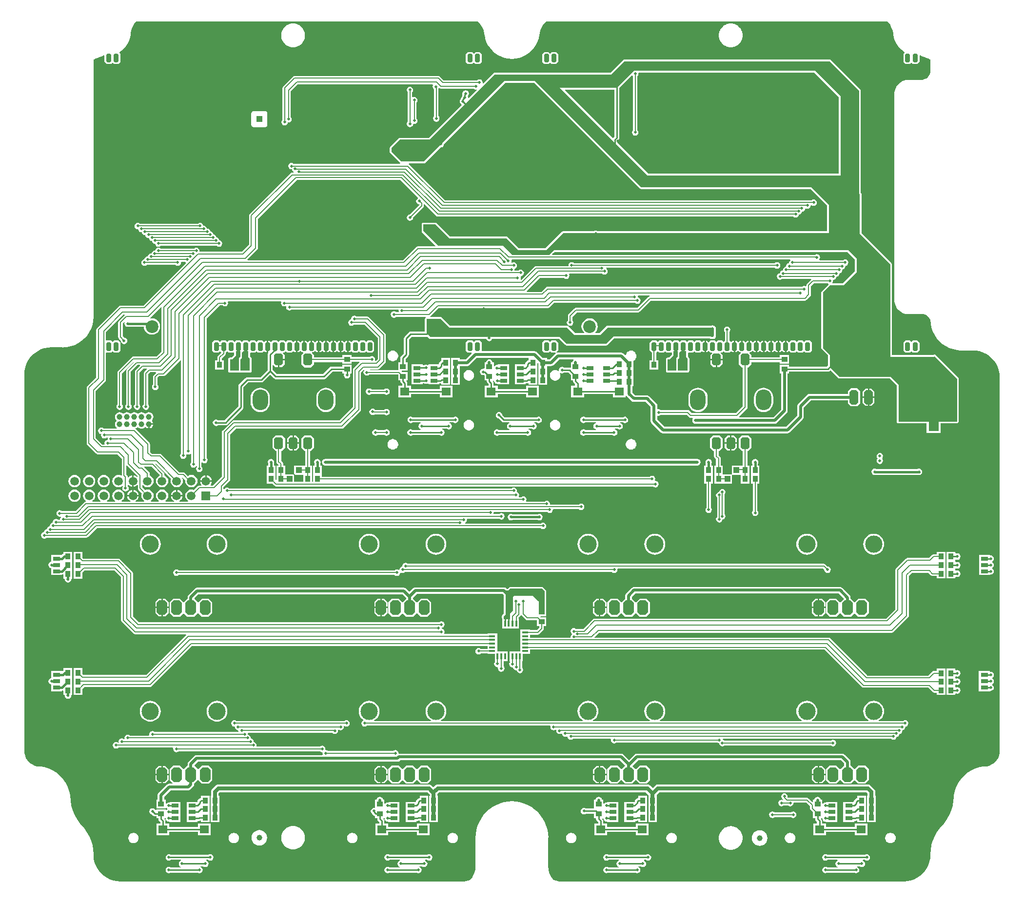
<source format=gtl>
%FSTAX23Y23*%
%MOIN*%
%SFA1B1*%

%IPPOS*%
%AMD61*
4,1,8,0.029500,-0.034400,0.029500,0.034400,0.014800,0.049200,-0.014800,0.049200,-0.029500,0.034400,-0.029500,-0.034400,-0.014800,-0.049200,0.014800,-0.049200,0.029500,-0.034400,0.0*
%
%AMD62*
4,1,8,0.015700,0.041300,-0.015700,0.041300,-0.031500,0.025600,-0.031500,-0.025600,-0.015700,-0.041300,0.015700,-0.041300,0.031500,-0.025600,0.031500,0.025600,0.015700,0.041300,0.0*
%
%AMD65*
4,1,8,-0.008900,-0.029500,0.008900,-0.029500,0.017700,-0.020700,0.017700,0.020700,0.008900,0.029500,-0.008900,0.029500,-0.017700,0.020700,-0.017700,-0.020700,-0.008900,-0.029500,0.0*
%
%AMD66*
4,1,8,0.017700,0.049200,-0.017700,0.049200,-0.035400,0.031500,-0.035400,-0.031500,-0.017700,-0.049200,0.017700,-0.049200,0.035400,-0.031500,0.035400,0.031500,0.017700,0.049200,0.0*
%
%ADD16R,0.051181X0.059055*%
%ADD17R,0.039370X0.039370*%
%ADD18R,0.051181X0.027559*%
%ADD19R,0.035433X0.039370*%
%ADD20R,0.062992X0.055118*%
%ADD23R,0.070866X0.120078*%
%ADD24R,0.039370X0.035433*%
%ADD48R,0.157480X0.157480*%
%ADD49R,0.013780X0.043307*%
%ADD50R,0.043307X0.013780*%
%ADD51C,0.039370*%
%ADD52C,0.010000*%
%ADD53C,0.006000*%
%ADD54C,0.020000*%
%ADD55C,0.015000*%
%ADD56C,0.027559*%
%ADD57C,0.008000*%
%ADD58R,0.059055X0.059055*%
%ADD59C,0.059055*%
%ADD60C,0.019685*%
G04~CAMADD=61~4~0.0~0.0~984.3~590.6~0.0~147.6~0~0.0~0.0~0.0~0.0~0~0.0~0.0~0.0~0.0~0~0.0~0.0~0.0~270.0~590.0~984.0*
%ADD61D61*%
G04~CAMADD=62~4~0.0~0.0~629.9~826.8~0.0~157.5~0~0.0~0.0~0.0~0.0~0~0.0~0.0~0.0~0.0~0~0.0~0.0~0.0~0.0~629.9~826.8*
%ADD62D62*%
%ADD63O,0.106299X0.141732*%
%ADD64C,0.086614*%
G04~CAMADD=65~4~0.0~0.0~354.3~590.6~0.0~88.6~0~0.0~0.0~0.0~0.0~0~0.0~0.0~0.0~0.0~0~0.0~0.0~0.0~180.0~354.0~590.0*
%ADD65D65*%
G04~CAMADD=66~4~0.0~0.0~708.7~984.3~0.0~177.2~0~0.0~0.0~0.0~0.0~0~0.0~0.0~0.0~0.0~0~0.0~0.0~0.0~0.0~708.7~984.3*
%ADD66D66*%
%ADD67C,0.118110*%
%LNduo_x-1*%
%LPD*%
G36*
X05154Y05581D02*
X05161Y05577D01*
X05162Y05575*
X05165Y05571*
X05173Y0556*
X05182Y0554*
X05189Y0552*
X05193Y05502*
X05193Y05497*
X05194Y05497*
X05194Y05495*
Y05495*
X05194Y05492*
X05198Y05473*
X05205Y05452*
X05215Y05432*
X05227Y05413*
X05242Y05396*
X05259Y05382*
X05262Y05379*
X05266Y05376*
X05267Y05376*
X05267Y05376*
X05267*
X05271Y05373*
X05272Y05368*
X05263Y05359*
Y05306*
X05278Y05291*
X05307*
X05318Y05301*
X05328Y05291*
X05358*
X05373Y05306*
Y05348*
X05377Y05351*
X05387Y05347*
X05387Y05347*
X05442Y05325*
X05444Y05324*
X05444Y05324*
X05446Y05323*
X05448Y0532*
X05448Y05318*
X05448*
X05448Y05313*
Y05249*
X05448Y05249*
X05447Y05236*
X05443Y05224*
X05437Y05212*
X05429Y05202*
X05419Y05194*
X05407Y05188*
X05395Y05184*
X05382Y05183*
X05382Y05183*
X05293*
Y05183*
X05276Y05181*
X05258Y05176*
X05258Y05176*
X05258Y05176*
X05243Y05167*
X05229Y05156*
X05217Y05142*
X05209Y05126*
X05204Y05109*
X05202Y05096*
X05202Y05091*
X05202Y05091*
X05202Y05087*
Y03679*
X05202Y03674*
X05202Y03674*
X05202Y03669*
X05204Y03656*
X05209Y03639*
X05217Y03623*
X05229Y03609*
X05243Y03598*
X05258Y0359*
X05276Y03584*
X05289Y03583*
X05293Y03583*
X05293Y03583*
X05298Y03583*
X05387*
X05387Y03583*
X054Y03582*
X05412Y03578*
X05424Y03572*
X05434Y03564*
X05442Y03553*
X05448Y03542*
X05448Y03542*
X0545Y03516*
X05455Y03489*
X05464Y03464*
X05476Y03439*
X05491Y03416*
X05509Y03396*
X0553Y03377*
X05553Y03362*
X05577Y0335*
X05603Y03341*
X0563Y03336*
X05653Y03334*
X05658Y03334*
X05658*
Y03334*
X05663Y03334*
X05736*
X05737Y03334*
X0576Y03333*
X05784Y03328*
X05807Y0332*
X05829Y0331*
X05849Y03296*
X05867Y0328*
X05883Y03262*
X05896Y03242*
X05907Y03221*
X05915Y03198*
X05919Y03174*
X05921Y03151*
X05921Y0315*
Y00595*
X05921Y00595*
X05919Y00578*
X05916Y00562*
X05909Y00547*
X05901Y00533*
X0589Y0052*
X05877Y00509*
X05863Y00501*
X05848Y00494*
X05832Y0049*
X05821Y0049*
Y0049*
X05821*
X05821Y00489*
X0582Y00489*
X05805Y00488*
X05775Y00482*
X05747Y00473*
X0572Y00459*
X05695Y00443*
X05673Y00423*
X05653Y004*
X05636Y00375*
X05623Y00348*
X05613Y0032*
X05607Y00291*
X05606Y00274*
X05606Y00273*
X05606Y00273*
X05606*
X05605Y00255*
X05599Y00222*
X0559Y00189*
X05577Y00158*
X0556Y00128*
X05541Y001*
X05525Y00083*
X05526Y00083*
Y00083*
X05525Y00082*
X05511Y00066*
X05492Y0004*
X05477Y00012*
X05464Y-00017*
X05455Y-00048*
X0545Y-0008*
X05448Y-00107*
X05448Y-00112*
X05448Y-00117*
Y-00117*
X05447Y-00136*
X05442Y-0016*
X05434Y-00183*
X05424Y-00205*
X0541Y-00225*
X05394Y-00243*
X05376Y-00259*
X05356Y-00272*
X05335Y-00283*
X05312Y-0029*
X05288Y-00295*
X05269Y-00296*
X05264Y-00297*
X05264Y-00297*
X02912*
X02912Y-00297*
X02899Y-00295*
X02887Y-00292*
X02875Y-00286*
X02865Y-00277*
X02858Y-00268*
X02855Y-00264*
X02855Y-00263*
X02855Y-00263*
X02851Y-00257*
X02842Y-00236*
X02837Y-00214*
X02835Y-00192*
X02835Y-00191*
Y00002*
X02836*
X02834Y0003*
X02829Y00057*
X02822Y00084*
X02811Y0011*
X02797Y00134*
X02781Y00157*
X02763Y00178*
X02742Y00196*
X02719Y00213*
X02695Y00226*
X02669Y00237*
X02642Y00245*
X02615Y00249*
X02587Y00251*
X02559Y00249*
X02531Y00245*
X02505Y00237*
X02479Y00226*
X02454Y00213*
X02432Y00196*
X02411Y00178*
X02392Y00157*
X02376Y00134*
X02363Y0011*
X02352Y00084*
X02344Y00057*
X02339Y0003*
X02338Y00002*
X02338*
Y-00186*
Y-00186*
Y-00191*
X02338Y-00196*
X02336Y-00214*
X02331Y-00236*
X02322Y-00257*
X02318Y-00263*
X02318Y-00263*
X02318Y-00264*
X02316Y-00268*
X02308Y-00277*
X02298Y-00286*
X02287Y-00292*
X02274Y-00295*
X02261Y-00297*
X02261Y-00297*
X-00089*
X-00089Y-00297*
X-00094Y-00296*
X-00113Y-00295*
X-00137Y-0029*
X-0016Y-00283*
X-00182Y-00272*
X-00202Y-00259*
X-0022Y-00243*
X-00236Y-00225*
X-00249Y-00205*
X-0026Y-00183*
X-00268Y-0016*
X-00272Y-00136*
X-00274Y-00117*
X-00274Y-00112*
X-00274Y-00112*
X-00274Y-00107*
X-00275Y-0008*
X-00281Y-00048*
X-0029Y-00017*
X-00302Y00012*
X-00318Y0004*
X-00336Y00066*
X-00351Y00082*
X-00351Y00083*
X-00351Y00083*
X-00366Y001*
X-00386Y00128*
X-00402Y00158*
X-00415Y00189*
X-00425Y00222*
X-0043Y00255*
X-00431Y00273*
X-00431*
X-00432Y00273*
X-00432Y00274*
X-00433Y00291*
X-00439Y0032*
X-00448Y00348*
X-00462Y00375*
X-00478Y004*
X-00498Y00423*
X-00521Y00443*
X-00546Y00459*
X-00573Y00473*
X-00601Y00482*
X-0063Y00488*
X-00646Y00489*
X-00647Y00489*
X-00647Y0049*
X-00657Y0049*
X-00673Y00494*
X-00689Y00501*
X-00703Y00509*
X-00715Y0052*
X-00726Y00533*
X-00735Y00547*
X-00741Y00562*
X-00745Y00578*
X-00746Y00595*
X-00746Y00595*
Y0317*
X-00746Y03171*
X-00745Y03194*
X-0074Y03218*
X-00732Y03241*
X-00722Y03262*
X-00708Y03282*
X-00692Y03301*
X-00674Y03317*
X-00654Y0333*
X-00632Y03341*
X-0061Y03348*
X-00586Y03353*
X-00562Y03355*
X-00562Y03355*
X-00488*
X-00483Y03354*
X-00483Y03354*
X-00478Y03355*
X-00456Y03356*
X-00429Y03361*
X-00403Y0337*
X-00378Y03382*
X-00356Y03398*
X-00335Y03416*
X-00317Y03436*
X-00302Y03459*
X-0029Y03484*
X-00281Y0351*
X-00275Y03536*
X-00274Y03559*
X-00274Y03564*
X-00274Y03564*
X-00274Y03569*
Y05313*
X-00274Y05318*
X-00272Y05321*
X-00269Y05324*
X-00267Y05325*
X-00213Y05347*
X-00212Y05347*
X-00202Y05351*
X-00198Y05348*
Y05306*
X-00183Y05291*
X-00153*
X-00143Y05301*
X-00133Y05291*
X-00103*
X-00088Y05306*
Y05359*
X-00097Y05368*
X-00097Y05373*
X-00093Y05376*
X-00092Y05376*
X-00088Y05379*
X-00084Y05382*
X-00068Y05396*
X-00053Y05413*
X-00041Y05432*
X-00031Y05452*
X-00024Y05473*
X-0002Y05492*
X-00019Y05495*
Y05495*
X-00019Y05497*
X-00019Y05497*
X-00018Y05502*
X-00015Y0552*
X-00008Y0554*
X00001Y0556*
X00008Y05571*
X00011Y05575*
X00012Y05575*
X00014Y05578*
X00019Y05581*
X00022Y05582*
X00027Y05583*
X00027*
X02354*
X02357Y0558*
X02372Y05563*
X02384Y05543*
X02393Y05522*
X02398Y055*
X02398Y05492*
X02399Y05491*
X02403Y05467*
X02411Y05444*
X02422Y05422*
X02436Y05401*
X02453Y05382*
X02471Y05366*
X02492Y05352*
X02492Y05352*
X02492Y05352*
X02514Y05341*
X02538Y05333*
X02562Y05328*
X02587Y05327*
X02612Y05328*
X02636Y05333*
X02659Y05341*
X02682Y05352*
X02702Y05366*
X02721Y05382*
X02737Y05401*
X02751Y05422*
X02762Y05444*
X0277Y05467*
X02775Y05492*
X02775Y05494*
X02776Y055*
X02781Y05522*
X0279Y05543*
X02802Y05563*
X02816Y0558*
X0282Y05583*
X05147*
X05147Y05583*
X05154Y05581*
G37*
%LNduo_x-2*%
%LPC*%
G36*
X0409Y05568D02*
X04076D01*
X04075Y05568*
X04074*
X0406Y05565*
X04059Y05565*
X04058Y05565*
X04046Y05559*
X04045Y05559*
X04043Y05558*
X04032Y05551*
X04031Y0555*
X0403Y05549*
X04021Y0554*
X0402Y05539*
X04019Y05538*
X04012Y05527*
X04011Y05525*
X0401Y05524*
X04005Y05512*
X04005Y05511*
X04005Y0551*
X04002Y05496*
Y05495*
X04002Y05494*
Y0548*
X04002Y05479*
Y05478*
X04005Y05465*
X04005Y05464*
X04005Y05462*
X0401Y0545*
X04011Y05449*
X04012Y05448*
X04019Y05436*
X0402Y05436*
X04021Y05435*
X0403Y05425*
X04031Y05424*
X04032Y05423*
X04043Y05416*
X04045Y05415*
X04046Y05415*
X04058Y0541*
X04059Y05409*
X0406Y05409*
X04074Y05406*
X04075*
X04076Y05406*
X0409*
X04091Y05406*
X04092*
X04105Y05409*
X04106Y05409*
X04108Y0541*
X0412Y05415*
X04121Y05415*
X04122Y05416*
X04134Y05423*
X04134Y05424*
X04135Y05425*
X04145Y05435*
X04146Y05436*
X04147Y05436*
X04154Y05448*
X04155Y05449*
X04155Y0545*
X0416Y05462*
X04161Y05464*
X04161Y05465*
X04164Y05478*
Y05479*
X04164Y0548*
Y05494*
X04164Y05495*
Y05496*
X04161Y0551*
X04161Y05511*
X0416Y05512*
X04155Y05524*
X04155Y05525*
X04154Y05527*
X04147Y05538*
X04146Y05539*
X04145Y0554*
X04135Y05549*
X04134Y0555*
X04134Y05551*
X04122Y05558*
X04121Y05559*
X0412Y05559*
X04108Y05565*
X04106Y05565*
X04105Y05565*
X04092Y05568*
X04091*
X0409Y05568*
G37*
G36*
X01097D02*
X01084D01*
X01083Y05568*
X01082*
X01068Y05565*
X01067Y05565*
X01066Y05565*
X01053Y05559*
X01052Y05559*
X01051Y05558*
X0104Y05551*
X01039Y0555*
X01038Y05549*
X01029Y0554*
X01028Y05539*
X01027Y05538*
X01019Y05527*
X01019Y05525*
X01018Y05524*
X01013Y05512*
X01013Y05511*
X01012Y0551*
X0101Y05496*
Y05495*
X0101Y05494*
Y0548*
X0101Y05479*
Y05478*
X01012Y05465*
X01013Y05464*
X01013Y05462*
X01018Y0545*
X01019Y05449*
X01019Y05448*
X01027Y05436*
X01028Y05436*
X01029Y05435*
X01038Y05425*
X01039Y05424*
X0104Y05423*
X01051Y05416*
X01052Y05415*
X01053Y05415*
X01066Y0541*
X01067Y05409*
X01068Y05409*
X01082Y05406*
X01083*
X01084Y05406*
X01097*
X01099Y05406*
X011*
X01113Y05409*
X01114Y05409*
X01115Y0541*
X01128Y05415*
X01129Y05415*
X0113Y05416*
X01141Y05423*
X01142Y05424*
X01143Y05425*
X01153Y05435*
X01154Y05436*
X01154Y05436*
X01162Y05448*
X01162Y05449*
X01163Y0545*
X01168Y05462*
X01168Y05464*
X01169Y05465*
X01172Y05478*
Y05479*
X01172Y0548*
Y05494*
X01172Y05495*
Y05496*
X01169Y0551*
X01168Y05511*
X01168Y05512*
X01163Y05524*
X01162Y05525*
X01162Y05527*
X01154Y05538*
X01154Y05539*
X01153Y0554*
X01143Y05549*
X01142Y0555*
X01141Y05551*
X0113Y05558*
X01129Y05559*
X01128Y05559*
X01115Y05565*
X01114Y05565*
X01113Y05565*
X011Y05568*
X01099*
X01097Y05568*
G37*
G36*
X02888Y05374D02*
X02858D01*
X02848Y05364*
X02838Y05374*
X02808*
X02793Y05359*
Y05306*
X02808Y05291*
X02838*
X02848Y05301*
X02858Y05291*
X02888*
X02903Y05306*
Y05359*
X02888Y05374*
G37*
G36*
X02366D02*
X02336D01*
X02326Y05364*
X02315Y05374*
X02285*
X02271Y05359*
Y05306*
X02285Y05291*
X02315*
X02326Y05301*
X02336Y05291*
X02366*
X0238Y05306*
Y05359*
X02366Y05374*
G37*
G36*
X0476Y05322D02*
X03355D01*
X0335Y05321*
X03346Y05318*
X03259Y05232*
X0274*
X0247*
X02465Y05231*
X02461Y05228*
X0239Y05158*
X02386Y0516*
X02387Y05165*
X02385Y05173*
X0238Y05181*
X02373Y05185*
X02365Y05187*
X02356Y05185*
X02349Y05181*
X02348Y0518*
X02121*
X02095Y05205*
X0209Y05209*
X02085Y0521*
X011*
X01094Y05209*
X01089Y05205*
X01023Y05139*
X01019Y05134*
X01018Y05128*
Y04911*
X01018Y0491*
X01013Y04903*
X01011Y04895*
X01013Y04886*
X01018Y04879*
X01025Y04874*
X01033Y04872*
X01042Y04874*
X01049Y04879*
X01054Y04886*
X01055Y04893*
X0106Y04892*
X01068Y04894*
X01075Y04899*
X0108Y04906*
X01082Y04915*
X0108Y04923*
X01075Y0493*
X01075Y04931*
Y05106*
X01123Y05154*
X02045*
X02048Y05149*
X02046Y05145*
X02044Y05137*
X02046Y05128*
X0205Y05121*
X02055Y05118*
Y04936*
X02054Y04935*
X0205Y04928*
X02048Y0492*
X0205Y04911*
X02054Y04904*
X02062Y04899*
X0207Y04897*
X02079Y04899*
X02086Y04904*
X02091Y04911*
X02092Y0492*
X02091Y04928*
X02086Y04935*
X02085Y04936*
Y05125*
X02086Y05125*
X02088Y05127*
X02091Y05127*
X02091Y05127*
X02094Y05125*
X021Y05124*
X02323*
X02324Y05124*
X02331Y05119*
X0234Y05117*
X02344Y05118*
X02346Y05113*
X02292Y05059*
X02287Y05062*
X02286Y05069*
X02284Y05072*
X02286Y05074*
X02291Y05081*
X02293Y0509*
X02291Y05098*
X02286Y05105*
X02279Y0511*
X0227Y05112*
X02262Y0511*
X02255Y05105*
X0225Y05098*
X02248Y0509*
X02248Y05088*
X02248Y05084*
Y05074*
X02244Y05069*
X02243Y05064*
X0224Y05061*
X02236Y05055*
X02236Y0505*
X02232Y05045*
X0223Y05036*
X02232Y05028*
X02237Y05021*
X02242Y05017*
X02244Y05011*
X02019Y04787*
X0182*
X01815Y04786*
X01811Y04783*
X01756Y04728*
X01753Y04724*
X01752Y0472*
Y0469*
X01753Y04685*
X01756Y04681*
X01821Y04616*
X01823Y04615*
X01821Y0461*
X0118*
X01095*
X01095Y0461*
X01088Y04615*
X0108Y04616*
X01071Y04615*
X01064Y0461*
X01059Y04603*
X01057Y04594*
X01059Y04586*
X01064Y04578*
X01071Y04574*
X0108Y04572*
X01083Y04572*
X01084Y04566*
X01089Y04559*
X01095Y04555*
X01094Y0455*
X01084*
X01078Y04549*
X01073Y04545*
X00794Y04266*
X0079Y04261*
X00789Y04255*
Y04056*
X00741Y04008*
X00454*
X00451Y04012*
X00452Y04015*
X0045Y04023*
X00445Y0403*
X00438Y04035*
X0043Y04037*
X00421Y04035*
X00414Y0403*
X00413Y0403*
X00186*
X00186Y0403*
X00179Y04035*
X0017Y04037*
X00162Y04035*
X00155Y0403*
X0015Y04023*
X00148Y04016*
X00145Y04017*
X00136Y04015*
X00129Y0401*
X00124Y04003*
X00123Y03996*
X00119Y03997*
X0011Y03995*
X00103Y0399*
X00098Y03983*
X00097Y03977*
X00096Y03977*
X00087Y03975*
X0008Y0397*
X00075Y03963*
X00074Y03957*
X00066Y03955*
X00059Y0395*
X00054Y03943*
X00053Y03935*
X00054Y03926*
X00059Y03919*
X00066Y03914*
X00075Y03912*
X00083Y03914*
X00091Y03919*
X00091Y03919*
X00286*
X00286Y03919*
X00294Y03914*
X00302Y03912*
X00311Y03914*
X00318Y03919*
X00323Y03926*
X00324Y03935*
X00324Y03935*
X00327Y03939*
X0035*
X0035Y03939*
X00356Y03935*
X00358Y03929*
X00068Y0364*
X-0009*
X-00095Y03639*
X-001Y03635*
X-0025Y03485*
X-00254Y0348*
X-00255Y03475*
Y03149*
X-00315Y03089*
X-00319Y03084*
X-0032Y03078*
Y027*
X-00319Y02694*
X-00315Y02689*
X-00255Y02629*
X-0025Y02625*
X-00245Y02624*
X-0011*
X-0008Y02594*
Y02481*
X-0008Y0248*
X-00082Y02478*
X-00084Y02477*
X-00093Y02481*
X-00104Y02482*
X-00114Y02481*
X-00125Y02477*
X-00133Y0247*
X-0014Y02461*
X-00144Y02451*
X-00145Y0244*
X-00144Y02429*
X-0014Y02419*
X-00133Y02411*
X-00125Y02404*
X-00114Y024*
X-00104Y02398*
X-00093Y024*
X-00083Y02404*
X-00079Y02407*
X-00073Y02405*
X-00072Y02404*
X-00075Y024*
X-00077Y02391*
X-00075Y02383*
X-0007Y02375*
X-00063Y02371*
X-00055Y02369*
X-00046Y02371*
X-00039Y02375*
X-00034Y02383*
X-00032Y02391*
X-00034Y024*
X-00039Y02407*
X-00039Y02407*
Y02414*
X-00034Y02415*
X-00032Y02412*
X-00024Y02406*
X-00014Y02402*
X-00009Y02401*
Y0244*
Y02479*
X-00014Y02479*
X-00024Y02475*
X-00032Y02468*
X-00034Y02465*
X-00039Y02467*
Y02469*
X-0004Y02475*
X-00044Y0248*
X-00049Y02486*
Y02546*
X-00049Y02546*
X-00044Y02547*
X00029Y02474*
X00028Y02471*
X00025Y02469*
X00023Y02469*
X00015Y02475*
X00006Y02479*
X0Y02479*
Y0244*
Y02401*
X00006Y02402*
X00015Y02406*
X00024Y02412*
X00024Y02413*
X00029Y02412*
Y02391*
X0003Y02385*
X00034Y0238*
X00057Y02357*
X00055Y02351*
X00054Y0234*
X00055Y02329*
X00059Y02319*
X00066Y02311*
X00073Y02305*
X00072Y023*
X00014*
X00013Y02305*
X00015Y02306*
X00024Y02312*
X0003Y0232*
X00034Y0233*
X00035Y02335*
X-00004*
X-00043*
X-00042Y0233*
X-00038Y0232*
X-00032Y02312*
X-00024Y02306*
X-00021Y02305*
X-00022Y023*
X-0008*
X-00082Y02305*
X-00074Y02311*
X-00067Y02319*
X-00063Y02329*
X-00062Y0234*
X-00063Y02351*
X-00067Y02361*
X-00074Y0237*
X-00083Y02377*
X-00093Y02381*
X-00104Y02382*
X-00114Y02381*
X-00125Y02377*
X-00133Y0237*
X-0014Y02361*
X-00144Y02351*
X-00145Y0234*
X-00144Y02329*
X-0014Y02319*
X-00133Y02311*
X-00126Y02305*
X-00127Y023*
X-0018*
X-00182Y02305*
X-00174Y02311*
X-00167Y02319*
X-00163Y02329*
X-00162Y0234*
X-00163Y02351*
X-00167Y02361*
X-00174Y0237*
X-00183Y02377*
X-00193Y02381*
X-00204Y02382*
X-00214Y02381*
X-00225Y02377*
X-00233Y0237*
X-0024Y02361*
X-00244Y02351*
X-00245Y0234*
X-00244Y02329*
X-0024Y02319*
X-00233Y02311*
X-00226Y02305*
X-00227Y023*
X-0028*
X-00282Y02305*
X-00274Y02311*
X-00267Y02319*
X-00263Y02329*
X-00262Y0234*
X-00263Y02351*
X-00267Y02361*
X-00274Y0237*
X-00283Y02377*
X-00293Y02381*
X-00304Y02382*
X-00314Y02381*
X-00325Y02377*
X-00333Y0237*
X-0034Y02361*
X-00344Y02351*
X-00345Y0234*
X-00344Y02329*
X-0034Y02319*
X-00333Y02311*
X-00325Y02305*
X-00326Y02301*
X-00326Y02299*
X-0033Y02299*
X-00335Y02295*
X-00396Y02235*
X-00488*
X-00489Y02235*
X-00496Y0224*
X-00505Y02242*
X-00513Y0224*
X-0052Y02235*
X-00525Y02228*
X-00527Y0222*
X-00525Y02211*
X-0052Y02204*
X-00513Y02199*
X-00505Y02197*
X-00499Y02199*
X-00496Y02194*
X-005Y02188*
X-00502Y0218*
X-00502Y02179*
X-00505Y02175*
X-00514*
X-00514Y02175*
X-00521Y0218*
X-0053Y02182*
X-00538Y0218*
X-00546Y02175*
X-00551Y02168*
X-00552Y0216*
X-00552Y02156*
X-00558Y02155*
X-00566Y0215*
X-00571Y02143*
X-00572Y02135*
X-00572Y02131*
X-00578Y0213*
X-00586Y02125*
X-00591Y02118*
X-00592Y02111*
X-00598Y0211*
X-00606Y02105*
X-00611Y02098*
X-00612Y02091*
X-00618Y0209*
X-00626Y02085*
X-00631Y02078*
X-00632Y0207*
X-00631Y02061*
X-00626Y02054*
X-00618Y02049*
X-0061Y02047*
X-00601Y02049*
X-00594Y02054*
X-00594Y02054*
X-00322*
X-00316Y02055*
X-00311Y02059*
X-00251Y02119*
X02783*
X02784Y02119*
X02791Y02114*
X028Y02112*
X02808Y02114*
X02815Y02119*
X0282Y02126*
X02822Y02135*
X0282Y02143*
X02815Y0215*
X02808Y02155*
X028Y02157*
X02791Y02155*
X02784Y0215*
X02783Y0215*
X02268*
X02266Y02155*
X02272Y02159*
X02277Y02166*
X02279Y02175*
X02278Y02179*
X02282Y02184*
X02499*
X02499Y02184*
X02506Y02179*
X02515Y02177*
X02523Y02179*
X02531Y02184*
X02535Y02191*
X02537Y022*
X02535Y02208*
X02531Y02215*
X02523Y0222*
X02515Y02222*
X02506Y0222*
X02499Y02215*
X02499Y02215*
X02464*
X0246Y0222*
X02461Y02225*
X02461Y02225*
X02464Y02229*
X02828*
X02829Y02229*
X02836Y02224*
X02845Y02222*
X02853Y02224*
X0286Y02229*
X02865Y02236*
X02867Y02245*
X02867Y02245*
X0287Y02249*
X03044*
X03044Y02249*
X03051Y02244*
X0306Y02242*
X03068Y02244*
X03076Y02249*
X0308Y02256*
X03082Y02265*
X0308Y02273*
X03076Y0228*
X03068Y02285*
X0306Y02287*
X03051Y02285*
X03044Y0228*
X03044Y0228*
X0285*
X02847Y02284*
X02847Y02285*
X02845Y02293*
X0284Y023*
X02833Y02305*
X02825Y02307*
X02816Y02305*
X02809Y023*
X02808Y023*
X02686*
X02684Y02304*
X02685Y02306*
X02687Y02315*
X02685Y02323*
X0268Y0233*
X02673Y02335*
X02665Y02337*
X02656Y02335*
X02649Y0233*
X02648Y0233*
X02636*
X02634Y02334*
X02635Y02336*
X02637Y02345*
X02635Y02353*
X0263Y0236*
X02623Y02365*
X02621Y0237*
X02622Y02375*
X0262Y02383*
X02615Y0239*
X02608Y02395*
X026Y02397*
X02591Y02395*
X02584Y0239*
X02583Y0239*
X00656*
X00655Y0239*
X00648Y02395*
X0064Y02397*
X00631Y02395*
X00624Y0239*
X0062Y02384*
X00615Y02386*
Y02398*
X00655Y02439*
X00659Y02444*
X0066Y0245*
Y02758*
X00701Y02799*
X01425*
X01431Y028*
X01436Y02804*
X0155Y02918*
X01554Y02923*
X01555Y02929*
Y03183*
X01573Y03202*
X01574Y03201*
X01576Y03196*
X01574Y03192*
X01572Y03183*
X01574Y03175*
X01579Y03168*
X01586Y03163*
X01595Y03161*
X01603Y03163*
X0161Y03168*
X01611Y03168*
X01809*
X0181Y03167*
Y03128*
X01824*
Y03123*
X01825Y03116*
X01829Y03111*
X01837Y03102*
Y03092*
X01811*
Y03012*
X01898*
Y03035*
X02094*
Y03012*
X02181*
Y03092*
X02094*
Y03069*
X01898*
Y03092*
X01872*
Y0311*
X0187Y03116*
X01867Y03122*
X01865Y03123*
X01867Y03128*
X01873*
Y03187*
X01835*
X01833Y0319*
X01835Y03195*
X01873*
Y03254*
X01859*
Y03274*
X01877Y03293*
X01881Y03299*
X01883Y03305*
Y03408*
X01902Y03427*
X02003*
X02008Y03428*
X02021Y03416*
X02025Y03413*
X0203Y03412*
X02411*
X02411Y03411*
X02416Y03404*
X02423Y03399*
X02432Y03397*
X0244Y03399*
X02448Y03404*
X02452Y03411*
X02453Y03412*
X0291*
X02952Y03371*
X02956Y03368*
X0296Y03367*
X03232*
X03236Y03368*
X0324Y03371*
X03287Y03417*
X03939*
X03941Y03416*
X03945Y03413*
X0395Y03412*
X03957*
X03958Y03412*
X03959Y03412*
X03965*
X03969Y03413*
X03973Y03416*
X03976Y0342*
X03976Y03423*
X03979Y03426*
X0398Y03435*
Y03483*
X03979Y03491*
X03974Y03499*
X03966Y03504*
X03958Y03505*
X03949Y03504*
X03947Y03502*
X0324*
X03235Y03501*
X03231Y03498*
X03184Y03452*
X03158*
X03156Y03456*
X03158Y03457*
X03167Y03469*
X03172Y03482*
X03174Y03497*
X03172Y03511*
X03167Y03525*
X03158Y03536*
X03146Y03545*
X03133Y03551*
X03118Y03553*
X03104Y03551*
X0309Y03545*
X03079Y03536*
X0307Y03525*
X03064Y03511*
X03062Y03497*
X03064Y03482*
X0307Y03469*
X03079Y03457*
X0308Y03456*
X03079Y03452*
X0302*
X02973Y03498*
X02969Y03501*
X02965Y03502*
X02165*
X02108Y03558*
X02104Y03561*
X021Y03562*
X02029*
X02027Y03567*
X0203Y03569*
X02086Y03624*
X02834*
X0284Y03625*
X02844Y03629*
X02875Y03659*
X03428*
X03429Y03659*
X03436Y03654*
X03445Y03652*
X03453Y03654*
X0346Y03659*
X03465Y03666*
X03467Y03675*
X03465Y03683*
X0346Y0369*
X03453Y03695*
X03446Y03696*
X03447Y037*
X03446Y03704*
X0345Y03709*
X03526*
X03527Y03704*
X03524Y03704*
X03519Y037*
X03443Y03625*
X03024*
X03018Y03624*
X03013Y0362*
X02974Y03581*
X0297Y03576*
X02969Y0357*
Y03541*
X02969Y0354*
X02964Y03533*
X02962Y03525*
X02964Y03516*
X02969Y03509*
X02976Y03504*
X02985Y03502*
X02993Y03504*
X03Y03509*
X03005Y03516*
X03007Y03525*
X03005Y03533*
X03Y0354*
X03Y03541*
Y03564*
X0303Y03594*
X0345*
X03455Y03595*
X0346Y03599*
X03536Y03674*
X0459*
X04595Y03675*
X046Y03679*
X04625Y03704*
X04629Y03709*
X0463Y03715*
Y03773*
X04651Y03794*
X04743*
X04744Y03794*
X04749Y0379*
X0475Y03785*
X0475Y03784*
X04706Y0374*
X04703Y03736*
X04702Y03732*
Y03349*
X04703Y03345*
X04706Y03341*
X04747Y03299*
Y03232*
X04739Y03223*
X04481*
Y03236*
X04418*
Y03176*
X04427*
Y0293*
X04374Y02877*
X04142*
X0414Y02882*
X04193Y02935*
X04196Y0294*
X04198Y02946*
Y03217*
X04203*
X04225Y03239*
Y03254*
X04418*
Y03243*
X04481*
Y03303*
X04418*
Y03287*
X04225*
Y03302*
X04211Y03316*
X04213Y03321*
X04222*
X04233Y03332*
X04244Y03321*
X04253*
Y0336*
Y034*
X04244*
X04233Y03389*
X04222Y034*
X04213*
Y0336*
X04203*
Y034*
X04194*
X04183Y03389*
X04172Y034*
X04163*
Y0336*
X04153*
Y034*
X04144*
X04133Y03389*
X04122Y034*
X04113*
Y0336*
Y03321*
X04122*
X04133Y03332*
X04144Y03321*
X0415*
X04152Y03316*
X04138Y03302*
Y03239*
X04159Y03217*
X04165*
Y02953*
X04118Y02906*
X03815*
X03799Y02921*
X03794Y02925*
X03788Y02926*
X03604*
X03598Y0293*
X0359Y02932*
X03585Y02931*
X0358Y02935*
Y02956*
X03579Y02965*
X03574Y02972*
X03525Y0302*
X03518Y03025*
X0351Y03027*
X03429*
X0341Y03046*
Y03088*
X03418*
Y03148*
Y03207*
Y03264*
X03419Y03265*
X03423Y03267*
X03429Y03274*
X03432Y03278*
X03436Y03287*
X03437Y03291*
Y03301*
X03436Y03303*
X03436Y03306*
Y03306*
X03432Y03314*
X03429Y03318*
X03423Y03325*
X03419Y03327*
X0341Y03331*
X03405Y03332*
X03396*
X03394Y03331*
X03391Y03331*
X03383Y03327*
X03379Y03325*
X03372Y03318*
X03369Y03314*
X03366Y03306*
X03365Y03303*
X03361Y03301*
X0336Y03301*
X03349Y03312*
X03341Y03317*
X03333Y03319*
X029*
X02894Y03317*
X02891Y03322*
X02903Y03333*
Y03387*
X02888Y03402*
X02858*
X02848Y03391*
X02838Y03402*
X02808*
X02793Y03387*
Y03333*
X02808Y03319*
X02838*
X02848Y03329*
X02858Y03319*
X02885*
X02887Y03314*
X02884Y03312*
X02844Y03272*
X02828*
Y03281*
X02798*
X02758Y03321*
X02751Y03326*
X02742Y03328*
X02381*
X02379Y03332*
X0238Y03333*
Y03387*
X02366Y03402*
X02336*
X02326Y03391*
X02315Y03402*
X02285*
X02271Y03387*
Y03333*
X02285Y03319*
X0231*
X02312Y03314*
X02271Y03272*
X02232*
Y03281*
X02172*
Y03222*
Y03161*
X02172*
Y03098*
X02232*
Y03159*
X02232*
Y03218*
Y03227*
X0228*
X02289Y03229*
X02296Y03234*
X02345Y03283*
X02697*
X02701Y03281*
Y03266*
X02698Y03266*
X02692Y03262*
X02682Y03252*
X02678Y03246*
X02677Y0324*
Y03239*
X02607*
Y03188*
Y03144*
Y03101*
X02682*
Y0311*
X0269*
X02696Y03111*
X02697Y03111*
X02701Y03109*
Y03098*
X02761*
Y03159*
Y03218*
Y03247*
X02766Y03249*
X02768Y03247*
Y03218*
Y03159*
Y03098*
X02828*
Y03159*
Y03227*
X02853*
X02862Y03229*
X02869Y03234*
X02909Y03274*
X03007*
X03008Y03269*
X03006Y03267*
X03002Y0326*
X03Y03254*
X02991*
Y03219*
X02986Y03216*
X0298Y03217*
X02943*
X02938Y0322*
X0293Y03222*
X02921Y0322*
X02914Y03215*
X02909Y03208*
X02907Y032*
X02908Y03195*
X02905Y03193*
X02904Y03192*
X029Y03195*
X02891Y03198*
X02887Y03199*
X02877*
X02875Y03199*
X02873Y03198*
X02873*
X02864Y03195*
X0286Y03192*
X02853Y03185*
X02851Y03181*
X02847Y03173*
X02846Y03168*
Y03159*
X02847Y03154*
X02851Y03145*
X02853Y03141*
X0286Y03135*
X02864Y03132*
X02873Y03128*
X02877Y03127*
X02887*
X02891Y03128*
X029Y03132*
X02904Y03135*
X02904*
X02911Y03141*
X02913Y03145*
X02917Y03154*
X02918Y03159*
Y03168*
X02917Y0317*
X02917Y03173*
X02915Y03177*
X02919Y0318*
X02921Y03179*
X0293Y03177*
X02938Y03179*
X02943Y03182*
X02973*
X02991Y03165*
Y03128*
X03005*
Y03123*
X03006Y03116*
X0301Y03111*
X03018Y03102*
Y03092*
X02992*
Y03012*
X03079*
Y03035*
X03276*
Y03012*
X03363*
Y03024*
X03363Y03025*
X0337Y03023*
X03372Y0302*
X03404Y02989*
X03411Y02984*
X0342Y02982*
X035*
X03535Y02947*
Y02851*
X03537Y02843*
X03542Y02835*
X03604Y02774*
X03611Y02769*
X0362Y02767*
X0447*
X04478Y02769*
X04485Y02774*
X04575Y02864*
X0458Y02871*
X04582Y0288*
Y02943*
X04631Y02991*
X04884*
Y02973*
X04905Y02953*
X04946*
X04967Y02973*
Y03054*
X04946Y03075*
X04905*
X04884Y03054*
Y03036*
X04621*
X04613Y03035*
X04605Y0303*
X04544Y02968*
X04539Y02961*
X04537Y02952*
Y02889*
X0446Y02812*
X03629*
X0358Y0286*
Y02884*
X03585Y02888*
X0359Y02887*
X03598Y02889*
X03604Y02893*
X03781*
X03796Y02878*
X03802Y02874*
X03808Y02873*
X03822*
X03825Y02868*
X03821Y02863*
X0382Y02855*
X03821Y02846*
X03826Y02839*
X03833Y02834*
X03842Y02832*
X04383*
X04392Y02834*
X04399Y02839*
X04465Y02905*
X0447Y02912*
X04472Y02921*
Y03176*
X04481*
Y03189*
X04746*
X04753Y0319*
X04758Y03194*
X04763Y03199*
X04816Y03146*
X0482Y03143*
X04825Y03142*
X05169*
X05217Y03094*
Y02847*
X05218Y02842*
X05221Y02838*
X05225Y02836*
X0523Y02835*
X05422*
Y02769*
X05517*
Y02835*
X05627*
X05632Y02836*
X05636Y02838*
X05638Y02841*
X05641Y02845*
X05642Y02849*
Y03139*
X05641Y03144*
X05638Y03148*
X05483Y03303*
X05479Y03306*
X05475Y03307*
X0547Y03306*
X05466Y03303*
X05464Y03302*
X05185*
Y03564*
Y03921*
X05184Y03926*
X05181Y0393*
X04977Y04135*
Y044*
X04976Y04404*
X04973Y04408*
X04972Y0441*
Y0511*
X04971Y05114*
X04968Y05118*
X04768Y05318*
X04764Y05321*
X0476Y05322*
G37*
G36*
X01889Y05137D02*
X01881Y05135D01*
X01873Y0513*
X01869Y05123*
X01867Y05115*
X01869Y05106*
X01873Y05099*
X01874Y05098*
Y04898*
X01874Y04898*
X01869Y04891*
X01867Y04882*
X01869Y04873*
X01874Y04866*
X01881Y04861*
X0189Y0486*
X01898Y04861*
X01905Y04866*
X0191Y04873*
X01911Y04879*
X01916Y04883*
X0192Y04882*
X01928Y04884*
X01935Y04889*
X0194Y04896*
X01942Y04905*
X0194Y04913*
X01935Y0492*
X01935Y04921*
Y05028*
X01935Y05029*
X0194Y05036*
X01942Y05045*
X0194Y05053*
X01935Y0506*
X01928Y05065*
X0192Y05067*
X01911Y05065*
X01909Y05064*
X01905Y05066*
Y05098*
X01905Y05099*
X0191Y05106*
X01911Y05115*
X0191Y05123*
X01905Y0513*
X01898Y05135*
X01889Y05137*
G37*
G36*
X009Y04969D02*
X0082D01*
X00814Y04968*
X00809Y04965*
X00806Y0496*
X00805Y04955*
Y04875*
X00806Y04869*
X00809Y04864*
X00814Y04861*
X0082Y0486*
X009*
X00905Y04861*
X0091Y04864*
X00913Y04869*
X00914Y04875*
Y04955*
X00913Y0496*
X0091Y04965*
X00905Y04968*
X009Y04969*
G37*
G36*
X00455Y04207D02*
X00446Y04205D01*
X00439Y042*
X00438Y042*
X00045*
X00044Y042*
X00037Y04205*
X00029Y04207*
X0002Y04205*
X00013Y042*
X00008Y04193*
X00006Y04185*
X00008Y04176*
X00013Y04169*
X0002Y04164*
X00029Y04162*
X00031Y04163*
X00033Y04156*
X00038Y04149*
X00045Y04144*
X00053Y04142*
X00056Y04143*
X00057Y04136*
X00062Y04129*
X0007Y04124*
X00078Y04122*
X00081Y04123*
X00082Y04116*
X00087Y04109*
X00094Y04104*
X00103Y04102*
X00105Y04103*
X00106Y04096*
X00111Y04089*
X00118Y04084*
X00126Y04082*
X00127Y04076*
X00132Y04069*
X00139Y04064*
X00148Y04062*
X00148Y04062*
X00149Y04056*
X00154Y04049*
X00161Y04044*
X0017Y04042*
X00178Y04044*
X00186Y04049*
X00186Y04049*
X00568*
X00569Y04049*
X00576Y04044*
X00585Y04042*
X00593Y04044*
X006Y04049*
X00605Y04056*
X00607Y04065*
X00605Y04073*
X006Y0408*
X00593Y04085*
X00586Y04086*
X00585Y04093*
X0058Y041*
X00573Y04105*
X00566Y04106*
X00565Y04113*
X0056Y0412*
X00553Y04125*
X00546Y04126*
X00545Y04133*
X0054Y0414*
X00533Y04145*
X00526Y04146*
X00525Y04153*
X0052Y0416*
X00513Y04165*
X00505Y04167*
X00501Y04166*
X005Y04173*
X00495Y0418*
X00488Y04185*
X0048Y04187*
X00476Y04186*
X00475Y04193*
X0047Y042*
X00463Y04205*
X00455Y04207*
G37*
G36*
X04623Y03402D02*
X04593D01*
X04583Y03392*
X04573Y03402*
X04543*
X04533Y03392*
X04523Y03402*
X04493*
X04481Y0339*
X04472Y034*
X04463*
Y0336*
Y03321*
X04472*
X04481Y0333*
X04493Y03319*
X04523*
X04533Y03329*
X04543Y03319*
X04573*
X04583Y03329*
X04593Y03319*
X04623*
X04638Y03333*
Y03387*
X04623Y03402*
G37*
G36*
X04058Y03497D02*
X04049Y03495D01*
X04042Y0349*
X04037Y03483*
X04036Y03475*
X04037Y03466*
X04042Y03459*
X04043Y03458*
Y03401*
X04033Y03392*
X04023Y03402*
X03993*
X03983Y03392*
X03973Y03402*
X03943*
X03931Y0339*
X03922Y034*
X03913*
Y0336*
Y03321*
X03922*
X03931Y0333*
X03943Y03319*
X03954*
X03956Y03314*
X03943Y03301*
Y03276*
X04026*
Y03301*
X04013Y03314*
X04015Y03319*
X04023*
X04033Y03329*
X04043Y03319*
X04073*
X04084Y0333*
X04094Y03321*
X04103*
Y0336*
Y034*
X04094*
X04084Y0339*
X04073Y03401*
Y03458*
X04074Y03459*
X04078Y03466*
X0408Y03475*
X04078Y03483*
X04074Y0349*
X04066Y03495*
X04058Y03497*
G37*
G36*
X03873Y03402D02*
X03843D01*
X03833Y03392*
X03823Y03402*
X03793*
X03783Y03392*
X03773Y03402*
X03743*
X03733Y03392*
X03723Y03402*
X03693*
X03683Y03392*
X03673Y03402*
X03643*
X03633Y03392*
X03623Y03402*
X03593*
X03583Y03392*
X03573Y03402*
X03543*
X03528Y03387*
Y03333*
X03543Y03319*
Y03266*
X03526*
Y03203*
X03586*
Y03266*
X03573*
Y03319*
X03583Y03329*
X03593Y03319*
X03623*
X03633Y03329*
X03643Y03319*
X03673*
X03675Y03321*
X03679Y03319*
Y03303*
X03662Y03285*
X03652*
X03647Y03284*
X03643Y03282*
X0364Y03278*
X03639Y03273*
Y03195*
X0364Y0319*
X03643Y03186*
X03647Y03183*
X03652Y03182*
X03712*
X03716Y03183*
X03717Y03183*
X03717Y03183*
X03722Y03182*
X03787*
X03791Y03183*
X03795Y03186*
X03798Y0319*
X03799Y03195*
Y03278*
X03798Y03282*
X03795Y03286*
X03789Y03293*
Y03317*
X03793Y03319*
X03823*
X03833Y03329*
X03843Y03319*
X03873*
X03884Y0333*
X03894Y03321*
X03903*
Y0336*
Y034*
X03894*
X03884Y0339*
X03873Y03402*
G37*
G36*
X05358D02*
X05328D01*
X05318Y03391*
X05307Y03402*
X05278*
X05263Y03387*
Y03333*
X05278Y03319*
X05307*
X05318Y03329*
X05328Y03319*
X05358*
X05373Y03333*
Y03387*
X05358Y03402*
G37*
G36*
X04453Y034D02*
X04444D01*
X04433Y03389*
X04422Y034*
X04413*
Y0336*
Y03321*
X04422*
X04433Y03332*
X04444Y03321*
X04453*
Y0336*
Y034*
G37*
G36*
X04403D02*
X04394D01*
X04383Y03389*
X04372Y034*
X04363*
Y0336*
Y03321*
X04372*
X04383Y03332*
X04394Y03321*
X04403*
Y0336*
Y034*
G37*
G36*
X04353D02*
X04344D01*
X04333Y03389*
X04322Y034*
X04313*
Y0336*
Y03321*
X04322*
X04333Y03332*
X04344Y03321*
X04353*
Y0336*
Y034*
G37*
G36*
X04303D02*
X04294D01*
X04283Y03389*
X04272Y034*
X04263*
Y0336*
Y03321*
X04272*
X04283Y03332*
X04294Y03321*
X04303*
Y0336*
Y034*
G37*
G36*
X02165Y03281D02*
X02105D01*
Y03264*
X02102Y03262*
X02092Y03252*
X02088Y03246*
X02087Y0324*
Y03239*
X02017*
Y03235*
X02012Y03233*
X02008Y03235*
X02Y03237*
X01991Y03235*
X01986Y03232*
X01976*
Y03239*
X01901*
Y03188*
Y03144*
Y03101*
X01976*
Y0311*
X01986*
X01991Y03106*
X02Y03105*
X02008Y03106*
X02012Y03109*
X02017Y03106*
Y03101*
X02092*
Y0311*
X02099*
X02101Y0311*
X02105Y03107*
Y03098*
X02165*
Y03159*
X02165*
Y03218*
Y03281*
G37*
G36*
X04026Y03266D02*
X03989D01*
Y03219*
X04005*
X04026Y0324*
Y03266*
G37*
G36*
X03979D02*
X03943D01*
Y0324*
X03964Y03219*
X03979*
Y03266*
G37*
G36*
X02432Y03274D02*
X02423Y03272D01*
X02416Y03267*
X02411Y0326*
X0241Y03254*
X024*
Y03212*
X02395Y03208*
X0239Y03209*
X02381Y03207*
X02374Y03203*
X02369Y03195*
X02367Y03187*
X02369Y03178*
X02374Y03171*
X02381Y03166*
X0239Y03165*
X02396Y03166*
X024Y03162*
X024Y03162*
Y03128*
X02414*
Y03123*
X02416Y03116*
X0242Y03111*
X02428Y03102*
Y03092*
X02402*
Y03012*
X02489*
Y03035*
X02685*
Y03012*
X02772*
Y03092*
X02685*
Y03069*
X02489*
Y03092*
X02462*
Y0311*
X02461Y03116*
X02457Y03122*
X02456Y03123*
X02458Y03128*
X02459*
X02464Y03127*
X02465Y03123*
X02466Y03118*
X0247Y03111*
X02478Y03106*
X02486Y03105*
X02487Y03105*
X02491Y03102*
Y03101*
X02566*
Y03144*
Y03188*
Y03239*
X02491*
Y03239*
X02487Y03235*
X02485Y03236*
X02477Y03234*
X0247Y03229*
X02468Y03227*
X02463Y03229*
Y03254*
X02454*
X02452Y0326*
X02448Y03267*
X0244Y03272*
X02432Y03274*
G37*
G36*
X02287Y03199D02*
X02284Y03199D01*
X02282Y03198*
X02282*
X02273Y03195*
X02269Y03192*
X02263Y03185*
X0226Y03181*
X02257Y03173*
X02256Y03168*
Y03159*
X02257Y03154*
X0226Y03145*
X02263Y03141*
X02269Y03135*
X02273Y03132*
X02282Y03128*
X02287Y03127*
X02296*
X02301Y03128*
X0231Y03132*
X02314Y03135*
X0232Y03141*
X02323Y03145*
X02326Y03154*
X02326*
X02327Y03159*
Y03168*
X02327Y0317*
X02326Y03173*
X02326*
X02323Y03181*
X0232Y03185*
X02314Y03192*
X0231Y03195*
X02301Y03198*
X02296Y03199*
X02287*
G37*
G36*
X0173Y03074D02*
X01721Y03073D01*
X01714Y03068*
X01713Y03067*
X01626*
X01626Y03068*
X01619Y03073*
X0161Y03074*
X01602Y03073*
X01595Y03068*
X0159Y03061*
X01588Y03052*
X0159Y03044*
X01595Y03036*
X01602Y03031*
X0161Y0303*
X01619Y03031*
X01626Y03036*
X01626Y03037*
X01713*
X01714Y03036*
X01721Y03032*
X0173Y0303*
X01738Y03032*
X01745Y03036*
X0175Y03044*
X01752Y03052*
X0175Y03061*
X01745Y03068*
X01738Y03073*
X0173Y03074*
G37*
G36*
X05043Y03073D02*
X05029D01*
Y03019*
X05063*
Y03053*
X05043Y03073*
G37*
G36*
X05019D02*
X05004D01*
X04984Y03053*
Y03019*
X05019*
Y03073*
G37*
G36*
X05063Y03009D02*
X05029D01*
Y02955*
X05043*
X05063Y02974*
Y03009*
G37*
G36*
X05019D02*
X04984D01*
Y02974*
X05004Y02955*
X05019*
Y03009*
G37*
G36*
X04307Y03078D02*
X04294Y03077D01*
X04282Y03073*
X04271Y03067*
X04261Y03059*
X04253Y03049*
X04247Y03038*
X04243Y03025*
X04242Y03013*
Y02977*
X04243Y02964*
X04247Y02952*
X04253Y02941*
X04261Y02931*
X04271Y02923*
X04282Y02917*
X04294Y02913*
X04307Y02912*
X0432Y02913*
X04332Y02917*
X04344Y02923*
X04354Y02931*
X04362Y02941*
X04368Y02952*
X04371Y02964*
X04373Y02977*
Y03013*
X04371Y03025*
X04368Y03038*
X04362Y03049*
X04354Y03059*
X04344Y03067*
X04332Y03073*
X0432Y03077*
X04307Y03078*
G37*
G36*
X03858D02*
X03846Y03077D01*
X03833Y03073*
X03822Y03067*
X03812Y03059*
X03804Y03049*
X03798Y03038*
X03794Y03025*
X03793Y03013*
Y02977*
X03794Y02964*
X03798Y02952*
X03804Y02941*
X03812Y02931*
X03822Y02923*
X03833Y02917*
X03846Y02913*
X03858Y02912*
X03871Y02913*
X03883Y02917*
X03895Y02923*
X03905Y02931*
X03913Y02941*
X03919Y02952*
X03923Y02964*
X03924Y02977*
Y03013*
X03923Y03025*
X03919Y03038*
X03913Y03049*
X03905Y03059*
X03895Y03067*
X03883Y03073*
X03871Y03077*
X03858Y03078*
G37*
G36*
X01635Y02937D02*
X01626Y02935D01*
X01619Y0293*
X01614Y02923*
X01612Y02915*
X01614Y02906*
X01619Y02899*
X01626Y02894*
X01635Y02892*
X01643Y02894*
X01647Y02897*
X01713*
X01714Y02896*
X01721Y02892*
X0173Y0289*
X01738Y02892*
X01745Y02896*
X0175Y02904*
X01752Y02912*
X0175Y02921*
X01745Y02928*
X01738Y02933*
X0173Y02934*
X01721Y02933*
X01714Y02928*
X01713Y02927*
X01652*
X0165Y0293*
X01643Y02935*
X01635Y02937*
G37*
G36*
X022Y02881D02*
X02191Y0288D01*
X02186Y02876*
X02054*
X01908*
X01903Y0288*
X01895Y02881*
X01886Y0288*
X01879Y02875*
X01874Y02868*
X01873Y02859*
X01874Y02851*
X01879Y02843*
X01886Y02839*
X01895Y02837*
X01903Y02839*
X01908Y02842*
X01962*
X01963Y02837*
X01961Y02836*
X01954Y02832*
X01949Y02824*
X01947Y02816*
X01949Y02807*
X01954Y028*
X01961Y02795*
X01963Y02795*
X01962Y0279*
X01938*
X01908*
X01903Y02793*
X01895Y02795*
X01886Y02793*
X01879Y02788*
X01874Y02781*
X01872Y02773*
X01874Y02764*
X01879Y02757*
X01886Y02752*
X01895Y0275*
X01903Y02752*
X01908Y02755*
X02091*
X02096Y02752*
X02105Y0275*
X02113Y02752*
X0212Y02757*
X02125Y02764*
X02127Y02773*
X02125Y02781*
X0212Y02788*
X02113Y02793*
X02111Y02793*
X02112Y02798*
X02141*
X02146Y02795*
X02155Y02794*
X02163Y02795*
X0217Y028*
X02175Y02807*
X02177Y02816*
X02175Y02824*
X0217Y02832*
X02163Y02836*
X02161Y02837*
X02162Y02842*
X02186*
X02191Y02839*
X022Y02837*
X02208Y02839*
X02215Y02843*
X0222Y02851*
X02222Y02859*
X0222Y02868*
X02215Y02875*
X02208Y0288*
X022Y02881*
G37*
G36*
X03076D02*
X03067Y0288D01*
X0306Y02875*
X03055Y02868*
X03054Y02859*
X03055Y02851*
X0306Y02843*
X03067Y02839*
X03076Y02837*
X03084Y02839*
X03089Y02842*
X03159*
X03159Y02837*
X03157Y02836*
X0315Y02832*
X03145Y02824*
X03143Y02816*
X03145Y02807*
X0315Y028*
X03157Y02795*
X03159Y02795*
X03159Y0279*
X03119*
X03089*
X03084Y02793*
X03076Y02795*
X03067Y02793*
X0306Y02788*
X03055Y02781*
X03053Y02773*
X03055Y02764*
X0306Y02757*
X03067Y02752*
X03076Y0275*
X03084Y02752*
X03089Y02755*
X03119*
X03271*
X03277Y02751*
X03285Y0275*
X03294Y02751*
X03301Y02756*
X03306Y02763*
X03307Y02772*
X03306Y0278*
X03301Y02788*
X03294Y02793*
X03289Y02793*
X03289Y02798*
X03308*
X03314Y02795*
X03323Y02793*
X03331Y02795*
X03338Y028*
X03343Y02807*
X03345Y02815*
X03343Y02824*
X03338Y02831*
X03331Y02836*
X03326Y02837*
X03327Y02842*
X03345*
X0335Y02838*
X03359Y02836*
X03367Y02838*
X03375Y02843*
X0338Y0285*
X03381Y02859*
X0338Y02867*
X03375Y02874*
X03367Y02879*
X03359Y02881*
X0335Y02879*
X03346Y02876*
X03257*
X03089*
X03084Y0288*
X03076Y02881*
G37*
G36*
X02498Y02913D02*
X0249Y02911D01*
X02483Y02906*
X02478Y02899*
X02476Y02891*
X02478Y02882*
X02483Y02875*
X0249Y0287*
X02496Y02869*
X02518Y02847*
X02523Y02843*
X0253Y02842*
X02568*
X02569Y02837*
X02567Y02836*
X02559Y02832*
X02554Y02824*
X02553Y02816*
X02554Y02807*
X02559Y028*
X02567Y02795*
X02569Y02795*
X02568Y0279*
X02529*
X02498*
X02494Y02793*
X02485Y02795*
X02477Y02793*
X02469Y02788*
X02464Y02781*
X02463Y02773*
X02464Y02764*
X02469Y02757*
X02477Y02752*
X02485Y0275*
X02494Y02752*
X02498Y02755*
X02529*
X02682*
X02687Y02752*
X02695Y0275*
X02704Y02752*
X02711Y02757*
X02716Y02764*
X02717Y02773*
X02716Y02781*
X02711Y02788*
X02704Y02793*
X02702Y02793*
X02702Y02798*
X02721*
X02726Y02795*
X02735Y02794*
X02743Y02795*
X0275Y028*
X02755Y02807*
X02757Y02816*
X02755Y02824*
X0275Y02832*
X02743Y02836*
X02741Y02837*
X02742Y02842*
X02755*
X0276Y02838*
X02769Y02836*
X02777Y02838*
X02785Y02843*
X0279Y0285*
X02791Y02859*
X0279Y02867*
X02785Y02874*
X02777Y02879*
X02769Y02881*
X0276Y02879*
X02756Y02876*
X02537*
X0252Y02893*
X02519Y02899*
X02514Y02906*
X02507Y02911*
X02498Y02913*
G37*
G36*
X01729Y02795D02*
X01721Y02793D01*
X01714Y02788*
X01713Y02788*
X01671*
X0167Y02788*
X01663Y02793*
X01655Y02795*
X01646Y02793*
X01639Y02788*
X01634Y02781*
X01632Y02773*
X01634Y02764*
X01639Y02757*
X01646Y02752*
X01655Y0275*
X01663Y02752*
X0167Y02757*
X01671Y02757*
X01713*
X01714Y02757*
X01721Y02752*
X01729Y0275*
X01738Y02752*
X01745Y02757*
X0175Y02764*
X01752Y02773*
X0175Y02781*
X01745Y02788*
X01738Y02793*
X01729Y02795*
G37*
G36*
X02877Y02859D02*
X02875Y02858D01*
X02873Y02858*
X02873*
X02864Y02854*
X0286Y02851*
X02853Y02845*
X02851Y02841*
X02847Y02832*
X02846Y02827*
Y02818*
X02847Y02813*
X02851Y02805*
X02853Y02801*
X0286Y02794*
X02864Y02791*
X02873Y02788*
X02877Y02787*
X02887*
X02891Y02788*
X029Y02791*
X02904Y02794*
X02904*
X02911Y02801*
X02913Y02805*
X02917Y02813*
X02918Y02818*
Y02827*
X02917Y0283*
X02917Y02832*
X02913Y02841*
X02911Y02845*
X02904Y02851*
X02904*
X029Y02854*
X02891Y02858*
X02887Y02859*
X02877*
G37*
G36*
X02287D02*
X02284Y02858D01*
X02282Y02858*
X02282*
X02273Y02854*
X02269Y02851*
X02263Y02845*
X0226Y02841*
X02257Y02832*
X02256Y02827*
Y02818*
X02257Y02813*
X0226Y02805*
X02263Y02801*
X02269Y02794*
X02273Y02791*
X02282Y02788*
X02287Y02787*
X02296*
X02301Y02788*
X0231Y02791*
X02314Y02794*
X0232Y02801*
X02323Y02805*
X02326Y02813*
X02326*
X02327Y02818*
Y02827*
X02327Y0283*
X02326Y02832*
X02326*
X02323Y02841*
X0232Y02845*
X02314Y02851*
X0231Y02854*
X02301Y02858*
X02296Y02859*
X02287*
G37*
G36*
X04104Y02751D02*
X04088D01*
Y02705*
X04124*
Y0273*
X04104Y02751*
G37*
G36*
X04078D02*
X04062D01*
X04041Y0273*
Y02705*
X04078*
Y02751*
G37*
G36*
X01111D02*
X01096D01*
Y02705*
X01132*
Y0273*
X01111Y02751*
G37*
G36*
X01086D02*
X0107D01*
X01049Y0273*
Y02705*
X01086*
Y02751*
G37*
G36*
X03396Y02728D02*
X03394Y02727D01*
X03391Y02727*
X03383Y02723*
Y02723*
X03379Y02721*
X03372Y02714*
X03369Y0271*
X03366Y02701*
X03365Y02697*
Y02687*
X03366Y02683*
X03369Y02674*
X03372Y0267*
X03379Y02663*
X03383Y02661*
X03391Y02657*
X03396Y02656*
X03405*
X0341Y02657*
X03419Y02661*
X03423Y02663*
X03429Y0267*
Y0267*
X03432Y02674*
X03436Y02683*
X03437Y02687*
Y02697*
X03436Y02699*
X03436Y02701*
Y02701*
X03432Y0271*
X03429Y02714*
X03423Y02721*
X03419Y02723*
Y02723*
X0341Y02727*
X03405Y02728*
X03396*
G37*
G36*
X01768D02*
X01765Y02727D01*
X01763Y02727*
X01755Y02723*
Y02723*
X01751Y02721*
X01744Y02714*
X01741Y0271*
X01738Y02701*
X01737Y02697*
Y02687*
X01738Y02683*
X01741Y02674*
X01744Y0267*
X01751Y02663*
X01755Y02661*
X01763Y02657*
X01768Y02656*
X01777*
X01782Y02657*
X01791Y02661*
X01795Y02663*
X01801Y0267*
Y0267*
X01804Y02674*
X01808Y02683*
X01809Y02687*
Y02697*
X01808Y02699*
X01808Y02701*
Y02701*
X01804Y0271*
X01801Y02714*
X01795Y02721*
X01791Y02723*
Y02723*
X01782Y02727*
X01777Y02728*
X01768*
X01768*
G37*
G36*
X04124Y02695D02*
X04088D01*
Y02648*
X04104*
X04124Y02669*
Y02695*
G37*
G36*
X04078D02*
X04041D01*
Y02669*
X04062Y02648*
X04078*
Y02695*
G37*
G36*
X01132D02*
X01096D01*
Y02648*
X01111*
X01132Y02669*
Y02695*
G37*
G36*
X01086D02*
X01049D01*
Y02669*
X0107Y02648*
X01086*
Y02695*
G37*
G36*
X05102Y02633D02*
X05093Y02631D01*
X05086Y02627*
X05081Y02619*
X0508Y02611*
X05081Y02602*
X05083Y02599*
X05086Y02595*
X05083Y02591*
X05081Y02588*
X0508Y02579*
X05081Y02571*
X05086Y02564*
X05093Y02559*
X05102Y02557*
X0511Y02559*
X05118Y02564*
X05122Y02571*
X05124Y02579*
X05122Y02588*
X0512Y02591*
X05118Y02595*
X0512Y02599*
X05122Y02602*
X05124Y02611*
X05122Y02619*
X05118Y02627*
X0511Y02631*
X05102Y02633*
G37*
G36*
X03855Y02592D02*
X0131D01*
X01301Y0259*
X01294Y02585*
X01289Y02578*
X01287Y0257*
X01289Y02561*
X01294Y02554*
X01301Y02549*
X0131Y02547*
X03855*
X03863Y02549*
X0387Y02554*
X03875Y02561*
X03877Y0257*
X03875Y02578*
X0387Y02585*
X03863Y0259*
X03855Y02592*
G37*
G36*
X05369Y02527D02*
X05361Y02525D01*
X0536Y02524*
X05076*
X05075Y02525*
X05066Y02527*
X05058Y02525*
X0505Y0252*
X05046Y02513*
X05044Y02504*
X05046Y02496*
X0505Y02489*
X05058Y02484*
X05066Y02482*
X05075Y02484*
X05076Y02484*
X0536*
X05361Y02484*
X05369Y02482*
X05378Y02484*
X05385Y02489*
X0539Y02496*
X05392Y02504*
X0539Y02513*
X05385Y0252*
X05378Y02525*
X05369Y02527*
G37*
G36*
X01211Y02753D02*
X01167D01*
X01146Y02731*
Y02668*
X01167Y02646*
X01173*
Y02546*
X01098*
Y02486*
X01036*
Y02546*
X01023*
Y0256*
X01021Y02566*
X01018Y02571*
X01009Y0258*
Y02646*
X01014*
X01036Y02668*
Y02731*
X01014Y02753*
X00971*
X00949Y02731*
Y02668*
X00971Y02646*
X00976*
Y02574*
X00977Y02567*
X00981Y02562*
X0099Y02553*
Y02546*
X00977*
Y02483*
Y02448*
X00972Y02445*
X00969Y02447*
Y02483*
Y02546*
X00959*
Y0256*
X0096Y02561*
X00962Y0257*
X0096Y02578*
X00955Y02585*
X00948Y0259*
X00939Y02592*
X00931Y0259*
X00924Y02585*
X00919Y02578*
X00917Y0257*
X00919Y02561*
X0092Y0256*
Y02546*
X0091*
Y02483*
Y02423*
X0095*
X00964Y02409*
X00969Y02405*
X00975Y02404*
X03551*
X03552Y02404*
X03559Y02399*
X03567Y02397*
X03576Y02399*
X03583Y02404*
X03588Y02411*
X0359Y0242*
X03588Y02428*
X03583Y02435*
X03576Y0244*
X03568Y02442*
X03565Y02446*
X03565Y02446*
X03567Y02455*
X03565Y02463*
X0356Y02471*
X03553Y02475*
X03544Y02477*
X03536Y02475*
X03529Y02471*
X03528Y0247*
X01286*
Y02483*
Y02546*
X01276*
Y0256*
X01277Y02561*
X01279Y0257*
X01277Y02578*
X01272Y02585*
X01265Y0259*
X01256Y02592*
X01248Y0259*
X01241Y02585*
X01236Y02578*
X01234Y0257*
X01236Y02561*
X01237Y0256*
Y02546*
X01227*
Y02486*
Y02435*
X01219*
Y02483*
Y02546*
X01206*
Y02646*
X01211*
X01233Y02668*
Y02731*
X01211Y02753*
G37*
G36*
X04203D02*
X04159D01*
X04138Y02731*
Y02668*
X04159Y02646*
X04165*
Y02546*
X0409*
Y02488*
Y02486*
X04087*
X04028*
Y02546*
X04015*
Y02595*
X04014Y02602*
X0401Y02607*
X04001Y02616*
Y02646*
X04006*
X04028Y02668*
Y02731*
X04006Y02753*
X03963*
X03941Y02731*
Y02668*
X03963Y02646*
X03968*
Y0261*
X03969Y02603*
X03973Y02598*
X03982Y02589*
Y02546*
X03969*
Y02483*
Y02423*
X0409*
Y02482*
Y02483*
X04093*
X04152*
Y02423*
X04211*
Y02483*
Y02546*
X04198*
Y02646*
X04203*
X04225Y02668*
Y02731*
X04203Y02753*
G37*
G36*
X-00204Y02482D02*
X-00214Y02481D01*
X-00225Y02477*
X-00233Y0247*
X-0024Y02461*
X-00244Y02451*
X-00245Y0244*
X-00244Y02429*
X-0024Y02419*
X-00233Y02411*
X-00225Y02404*
X-00214Y024*
X-00204Y02398*
X-00193Y024*
X-00183Y02404*
X-00174Y02411*
X-00167Y02419*
X-00163Y02429*
X-00162Y0244*
X-00163Y02451*
X-00167Y02461*
X-00174Y0247*
X-00183Y02477*
X-00193Y02481*
X-00204Y02482*
G37*
G36*
X-00304D02*
X-00314Y02481D01*
X-00325Y02477*
X-00333Y0247*
X-0034Y02461*
X-00344Y02451*
X-00345Y0244*
X-00344Y02429*
X-0034Y02419*
X-00333Y02411*
X-00325Y02404*
X-00314Y024*
X-00304Y02398*
X-00293Y024*
X-00283Y02404*
X-00274Y02411*
X-00267Y02419*
X-00263Y02429*
X-00262Y0244*
X-00263Y02451*
X-00267Y02461*
X-00274Y0247*
X-00283Y02477*
X-00293Y02481*
X-00304Y02482*
G37*
G36*
X-00404D02*
X-00414Y02481D01*
X-00425Y02477*
X-00433Y0247*
X-0044Y02461*
X-00444Y02451*
X-00445Y0244*
X-00444Y02429*
X-0044Y02419*
X-00433Y02411*
X-00425Y02404*
X-00414Y024*
X-00404Y02398*
X-00393Y024*
X-00383Y02404*
X-00374Y02411*
X-00367Y02419*
X-00363Y02429*
X-00362Y0244*
X-00363Y02451*
X-00367Y02461*
X-00374Y0247*
X-00383Y02477*
X-00393Y02481*
X-00404Y02482*
G37*
G36*
X0Y02379D02*
Y02345D01*
X00035*
X00034Y02351*
X0003Y0236*
X00024Y02368*
X00015Y02375*
X00006Y02379*
X0Y02379*
G37*
G36*
X-00009D02*
X-00014Y02379D01*
X-00024Y02375*
X-00032Y02368*
X-00038Y0236*
X-00042Y02351*
X-00043Y02345*
X-00009*
Y02379*
G37*
G36*
X-00404Y02382D02*
X-00414Y02381D01*
X-00425Y02377*
X-00433Y0237*
X-0044Y02361*
X-00444Y02351*
X-00445Y0234*
X-00444Y02329*
X-0044Y02319*
X-00433Y02311*
X-00425Y02304*
X-00414Y023*
X-00404Y02298*
X-00393Y023*
X-00383Y02304*
X-00374Y02311*
X-00367Y02319*
X-00363Y02329*
X-00362Y0234*
X-00363Y02351*
X-00367Y02361*
X-00374Y0237*
X-00383Y02377*
X-00393Y02381*
X-00404Y02382*
G37*
G36*
X03932Y02592D02*
X03923Y0259D01*
X03916Y02585*
X03911Y02578*
X03909Y0257*
X03911Y02561*
X03912Y0256*
Y02546*
X03902*
Y02483*
Y02423*
X03916*
Y02261*
X03916Y0226*
X03911Y02253*
X03909Y02245*
X03911Y02236*
X03916Y02229*
X03923Y02224*
X03932Y02222*
X0394Y02224*
X03947Y02229*
X03952Y02236*
X03954Y02245*
X03952Y02253*
X03947Y0226*
X03947Y02261*
Y02423*
X03961*
Y02486*
Y02546*
X03951*
Y0256*
X03952Y02561*
X03954Y0257*
X03952Y02578*
X03947Y02585*
X0394Y0259*
X03932Y02592*
G37*
G36*
X02775Y02217D02*
X02766Y02215D01*
X02765Y02214*
X02589*
X02588Y02215*
X0258Y02217*
X02571Y02215*
X02564Y0221*
X02559Y02203*
X02557Y02195*
X02559Y02186*
X02564Y02179*
X02571Y02174*
X0258Y02172*
X02588Y02174*
X02589Y02175*
X02765*
X02766Y02174*
X02775Y02172*
X02783Y02174*
X0279Y02179*
X02795Y02186*
X02797Y02195*
X02795Y02203*
X0279Y0221*
X02783Y02215*
X02775Y02217*
G37*
G36*
X04249Y02592D02*
X0424Y0259D01*
X04233Y02585*
X04228Y02578*
X04226Y0257*
X04228Y02561*
X04229Y0256*
Y02546*
X04219*
Y02486*
Y02423*
X04233*
Y02238*
X04229Y02232*
X04227Y02223*
X04229Y02215*
X04234Y02208*
X04241Y02203*
X0425Y02201*
X04258Y02203*
X04265Y02208*
X0427Y02215*
X04272Y02223*
X0427Y02232*
X04265Y02239*
X04264Y0224*
Y02423*
X04278*
Y02483*
Y02546*
X04268*
Y0256*
X04269Y02561*
X04271Y0257*
X04269Y02578*
X04264Y02585*
X04257Y0259*
X04249Y02592*
G37*
G36*
X04025Y02387D02*
X04016Y02385D01*
X04009Y0238*
X04004Y02373*
X04003Y02366*
X03996Y02365*
X03989Y0236*
X03984Y02353*
X03982Y02345*
X03984Y02336*
X03989Y02329*
X03989Y02328*
Y02196*
X03989Y02195*
X03984Y02188*
X03982Y0218*
X03984Y02171*
X03989Y02164*
X03996Y02159*
X04005Y02157*
X04013Y02159*
X0402Y02164*
X04025Y02171*
X04026Y02178*
X04033Y02179*
X0404Y02184*
X04045Y02191*
X04047Y022*
X04045Y02208*
X0404Y02215*
X0404Y02216*
Y02348*
X0404Y02349*
X04045Y02356*
X04047Y02365*
X04045Y02373*
X0404Y0238*
X04033Y02385*
X04025Y02387*
G37*
G36*
X05059Y0208D02*
X05045Y02079D01*
X05032Y02075*
X0502Y02068*
X05009Y02059*
X05Y02048*
X04993Y02036*
X04989Y02023*
X04988Y02009*
X04989Y01995*
X04993Y01981*
X05Y01969*
X05009Y01958*
X0502Y01949*
X05032Y01943*
X05045Y01939*
X05059Y01937*
X05073Y01939*
X05087Y01943*
X05099Y01949*
X0511Y01958*
X05119Y01969*
X05125Y01981*
X05129Y01995*
X05131Y02009*
X05129Y02023*
X05125Y02036*
X05119Y02048*
X0511Y02059*
X05099Y02068*
X05087Y02075*
X05073Y02079*
X05059Y0208*
G37*
G36*
X04603D02*
X04589Y02079D01*
X04575Y02075*
X04563Y02068*
X04552Y02059*
X04543Y02048*
X04537Y02036*
X04532Y02023*
X04531Y02009*
X04532Y01995*
X04537Y01981*
X04543Y01969*
X04552Y01958*
X04563Y01949*
X04575Y01943*
X04589Y01939*
X04603Y01937*
X04616Y01939*
X0463Y01943*
X04642Y01949*
X04653Y01958*
X04662Y01969*
X04668Y01981*
X04673Y01995*
X04674Y02009*
X04673Y02023*
X04668Y02036*
X04662Y02048*
X04653Y02059*
X04642Y02068*
X0463Y02075*
X04616Y02079*
X04603Y0208*
G37*
G36*
X03563D02*
X03549Y02079D01*
X03536Y02075*
X03523Y02068*
X03513Y02059*
X03504Y02048*
X03497Y02036*
X03493Y02023*
X03492Y02009*
X03493Y01995*
X03497Y01981*
X03504Y01969*
X03513Y01958*
X03523Y01949*
X03536Y01943*
X03549Y01939*
X03563Y01937*
X03577Y01939*
X0359Y01943*
X03603Y01949*
X03614Y01958*
X03623Y01969*
X03629Y01981*
X03633Y01995*
X03635Y02009*
X03633Y02023*
X03629Y02036*
X03623Y02048*
X03614Y02059*
X03603Y02068*
X0359Y02075*
X03577Y02079*
X03563Y0208*
G37*
G36*
X03106D02*
X03093Y02079D01*
X03079Y02075*
X03067Y02068*
X03056Y02059*
X03047Y02048*
X0304Y02036*
X03036Y02023*
X03035Y02009*
X03036Y01995*
X0304Y01981*
X03047Y01969*
X03056Y01958*
X03067Y01949*
X03079Y01943*
X03093Y01939*
X03106Y01937*
X0312Y01939*
X03134Y01943*
X03146Y01949*
X03157Y01958*
X03166Y01969*
X03172Y01981*
X03176Y01995*
X03178Y02009*
X03176Y02023*
X03172Y02036*
X03166Y02048*
X03157Y02059*
X03146Y02068*
X03134Y02075*
X0312Y02079*
X03106Y0208*
G37*
G36*
X02067D02*
X02053Y02079D01*
X0204Y02075*
X02027Y02068*
X02017Y02059*
X02008Y02048*
X02001Y02036*
X01997Y02023*
X01996Y02009*
X01997Y01995*
X02001Y01981*
X02008Y01969*
X02017Y01958*
X02027Y01949*
X0204Y01943*
X02053Y01939*
X02067Y01937*
X02081Y01939*
X02094Y01943*
X02107Y01949*
X02118Y01958*
X02126Y01969*
X02133Y01981*
X02137Y01995*
X02138Y02009*
X02137Y02023*
X02133Y02036*
X02126Y02048*
X02118Y02059*
X02107Y02068*
X02094Y02075*
X02081Y02079*
X02067Y0208*
G37*
G36*
X0161D02*
X01596Y02079D01*
X01583Y02075*
X01571Y02068*
X0156Y02059*
X01551Y02048*
X01544Y02036*
X0154Y02023*
X01539Y02009*
X0154Y01995*
X01544Y01981*
X01551Y01969*
X0156Y01958*
X01571Y01949*
X01583Y01943*
X01596Y01939*
X0161Y01937*
X01624Y01939*
X01638Y01943*
X0165Y01949*
X01661Y01958*
X0167Y01969*
X01676Y01981*
X0168Y01995*
X01682Y02009*
X0168Y02023*
X01676Y02036*
X0167Y02048*
X01661Y02059*
X0165Y02068*
X01638Y02075*
X01624Y02079*
X0161Y0208*
G37*
G36*
X00571D02*
X00557Y02079D01*
X00544Y02075*
X00531Y02068*
X00521Y02059*
X00512Y02048*
X00505Y02036*
X00501Y02023*
X005Y02009*
X00501Y01995*
X00505Y01981*
X00512Y01969*
X00521Y01958*
X00531Y01949*
X00544Y01943*
X00557Y01939*
X00571Y01937*
X00585Y01939*
X00598Y01943*
X00611Y01949*
X00621Y01958*
X0063Y01969*
X00637Y01981*
X00641Y01995*
X00642Y02009*
X00641Y02023*
X00637Y02036*
X0063Y02048*
X00621Y02059*
X00611Y02068*
X00598Y02075*
X00585Y02079*
X00571Y0208*
G37*
G36*
X00114D02*
X001Y02079D01*
X00087Y02075*
X00075Y02068*
X00064Y02059*
X00055Y02048*
X00048Y02036*
X00044Y02023*
X00043Y02009*
X00044Y01995*
X00048Y01981*
X00055Y01969*
X00064Y01958*
X00075Y01949*
X00087Y01943*
X001Y01939*
X00114Y01937*
X00128Y01939*
X00142Y01943*
X00154Y01949*
X00165Y01958*
X00174Y01969*
X0018Y01981*
X00184Y01995*
X00186Y02009*
X00184Y02023*
X0018Y02036*
X00174Y02048*
X00165Y02059*
X00154Y02068*
X00142Y02075*
X00128Y02079*
X00114Y0208*
G37*
G36*
X05618Y01956D02*
X05558D01*
Y01893*
Y01833*
Y01775*
X05618*
Y01784*
X05623Y01787*
X05623Y01786*
X05631Y01785*
X0564Y01786*
X05647Y01791*
X05652Y01799*
X05654Y01807*
X05652Y01816*
X05647Y01823*
X0564Y01828*
X05631Y01829*
X05623Y01828*
X05623Y01827*
X05618Y0183*
Y01842*
X05623Y01844*
X05623Y01844*
X05631Y01843*
X0564Y01844*
X05647Y01849*
X05652Y01856*
X05654Y01865*
X05652Y01873*
X05647Y01881*
X0564Y01885*
X05631Y01887*
X05623Y01885*
X05623Y01885*
X05618Y01888*
Y01902*
X05623Y01904*
X05623Y01904*
X05631Y01903*
X0564Y01904*
X05647Y01909*
X05652Y01916*
X05654Y01925*
X05652Y01933*
X05647Y01941*
X0564Y01945*
X05631Y01947*
X05623Y01945*
X05623Y01945*
X05618Y01948*
Y01956*
G37*
G36*
X0186Y01882D02*
X01851Y0188D01*
X01844Y01875*
X01839Y01868*
X01837Y0186*
X01838Y01856*
X01831Y01855*
X01824Y0185*
X01819Y01843*
X01817Y01835*
X01814Y01833*
X01812Y01833*
X01809Y01835*
X018Y01837*
X01792Y01835*
X01785Y0183*
X01784Y0183*
X0031*
X00309Y0183*
X00302Y01835*
X00293Y01837*
X00285Y01835*
X00278Y0183*
X00273Y01823*
X00271Y01815*
X00273Y01806*
X00278Y01799*
X00285Y01794*
X00293Y01792*
X00302Y01794*
X00309Y01799*
X0031Y01799*
X01784*
X01785Y01799*
X01792Y01794*
X018Y01792*
X01809Y01794*
X01816Y01799*
X01821Y01806*
X01823Y01814*
X01825Y01816*
X01827Y01816*
X01831Y01814*
X0184Y01812*
X01848Y01814*
X01855Y01819*
X01856Y01819*
X0327*
X0327Y01819*
X03277Y01814*
X03286Y01812*
X03294Y01814*
X03301Y01819*
X03306Y01826*
X03308Y01835*
X03307Y01839*
X03311Y01844*
X04713*
X04722Y01835*
X04722Y01835*
X04724Y01826*
X04729Y01819*
X04736Y01814*
X04745Y01812*
X04753Y01814*
X0476Y01819*
X04765Y01826*
X04767Y01835*
X04765Y01843*
X0476Y0185*
X04753Y01855*
X04745Y01857*
X04744Y01857*
X0473Y0187*
X04725Y01874*
X0472Y01875*
X01876*
X01875Y01875*
X01868Y0188*
X0186Y01882*
G37*
G36*
X05854Y01936D02*
X05779D01*
Y01885*
Y01841*
Y01798*
X05854*
Y01799*
X05858Y01802*
X0586Y01801*
X05868Y01803*
X05875Y01808*
X0588Y01815*
X05882Y01824*
X0588Y01832*
X05875Y01839*
X05871Y01842*
Y01848*
X05875Y01851*
X0588Y01859*
X05882Y01867*
X0588Y01876*
X05875Y01883*
X05871Y01886*
Y01892*
X05875Y01895*
X0588Y01902*
X05882Y0191*
X0588Y01919*
X05875Y01926*
X05868Y01931*
X0586Y01933*
X05858Y01932*
X05854Y01935*
Y01936*
G37*
G36*
X05551Y01956D02*
X05491D01*
Y0194*
X0547*
X05464Y01939*
X05459Y01936*
X05438Y01915*
X0529*
X05284Y01914*
X05279Y0191*
X05212Y01843*
X05209Y01838*
X05207Y01833*
Y01564*
X05143Y015*
X0315*
X03144Y01499*
X03139Y01495*
X03073Y0143*
X03026*
X03025Y0143*
X03018Y01435*
X0301Y01437*
X03001Y01435*
X02994Y0143*
X02989Y01423*
X02987Y01414*
X02989Y01406*
X02994Y01399*
X02996Y01397*
Y01392*
X02994Y0139*
X02989Y01383*
X02987Y01375*
X02987Y01374*
X02984Y0137*
X0271*
Y0139*
X02764*
X0277Y01392*
X02775Y01395*
X028Y0142*
X02804Y01425*
X02805Y01431*
Y0145*
X02821*
Y01509*
X02783*
X02781Y01512*
X02783Y01517*
X02821*
Y01526*
X02821Y01528*
X02822Y0153*
Y01584*
X02822Y01585*
X02822Y01585*
Y01688*
X02821Y01693*
X02818Y01697*
X02802Y01713*
X02798Y01716*
X02793Y01717*
X02575*
X0257Y01716*
X02566Y01713*
X02557Y01704*
X02552*
X02548Y01708*
X02541Y01712*
X02532Y01714*
X01928*
X0192Y01712*
X01912Y01708*
X01887Y01682*
X01864Y01705*
X01857Y0171*
X01848Y01712*
X00435*
X00426Y0171*
X00419Y01705*
X00376Y01663*
X00371Y01655*
X00369Y01647*
Y01637*
X00368*
X00345Y01614*
X00343Y01614*
X0034Y01614*
X00317Y01637*
X0027*
X00246Y01613*
Y01538*
X0027Y01514*
X00317*
X0034Y01537*
X00343Y01538*
X00345Y01537*
X00368Y01514*
X00416*
X00438Y01537*
X00441Y01538*
X00444Y01537*
X00467Y01514*
X00514*
X00538Y01538*
Y01613*
X00514Y01637*
X00467*
X00444Y01614*
X00441Y01614*
X00438Y01614*
X00416Y01637*
X00418Y01641*
X00444Y01667*
X01839*
X01864Y01642*
X01864Y01637*
X01842Y01614*
X01839Y01614*
X01836Y01614*
X01813Y01637*
X01766*
X01742Y01613*
Y01538*
X01766Y01514*
X01813*
X01836Y01537*
X01839Y01538*
X01842Y01537*
X01864Y01514*
X01912*
X01934Y01537*
X01937Y01538*
X0194Y01537*
X01963Y01514*
X0201*
X02034Y01538*
Y01613*
X0201Y01637*
X01963*
X0194Y01614*
X01937Y01614*
X01934Y01614*
X01912Y01637*
X0191*
Y01642*
X01938Y01669*
X02523*
X02532Y0166*
Y01605*
Y01588*
Y01535*
X02521Y01523*
X02518Y01519*
X02517Y01515*
Y01498*
X02518Y01493*
X0252Y01491*
Y01433*
X02635*
Y015*
X02633*
X02632Y01505*
X02645Y01519*
X02647Y01522*
X02653Y01522*
X02653Y01522*
X02654Y01521*
X02681Y01494*
X02686Y0149*
X02692Y01489*
X02758*
Y0145*
X02774*
Y01438*
X02758Y01421*
X0271*
Y01425*
X02643*
Y01387*
Y01361*
Y01336*
Y0131*
Y01276*
X02571*
Y01209*
X02573Y01204*
X02573Y01204*
X0257Y01198*
X02568Y01189*
X0257Y01181*
X02574Y01174*
X02582Y01169*
X0259Y01167*
X02594Y01168*
X02595Y01161*
X026Y01154*
X02607Y01149*
X02616Y01147*
X02619Y01148*
X02621Y01141*
X02626Y01134*
X02633Y01129*
X02641Y01127*
X0265Y01129*
X02657Y01134*
X02662Y01141*
X02664Y0115*
X02662Y01158*
X02657Y01165*
X02657Y01166*
Y01209*
X0266*
Y01259*
X0271*
Y01288*
X04724*
X0498Y01033*
X04985Y01029*
X04991Y01028*
X05433*
X05463Y00998*
X05468Y00995*
X05474Y00994*
X05491*
Y00978*
X05551*
Y01038*
Y01095*
Y01158*
X05491*
Y01142*
X05472*
X05466Y01141*
X05461Y01138*
X05433Y0111*
X05018*
X04763Y01365*
X04758Y01369*
X04752Y0137*
X03154*
X03152Y01374*
X03182Y01404*
X05185*
X0519Y01405*
X05195Y01409*
X05295Y01509*
X05299Y01514*
X053Y0152*
Y01791*
X05323Y01814*
X05433*
X05451Y01796*
X05456Y01793*
X05462Y01792*
X05491*
Y01775*
X05551*
Y01833*
Y01893*
Y01956*
G37*
G36*
X-00418Y01956D02*
X-00478D01*
Y01944*
X-00482Y01943*
X-00488Y01939*
X-0049Y01936*
X-00563*
Y01889*
X-00568Y01888*
X-00575Y01883*
X-0058Y01876*
X-00582Y01867*
X-0058Y01858*
X-00575Y01851*
X-00568Y01846*
X-00563Y01845*
Y01798*
X-00488*
Y01804*
X-00483Y01805*
X-00478Y01802*
Y01773*
X-00473*
X-0047Y0177*
X-00469Y01761*
X-00464Y01754*
X-00456Y01749*
X-00448Y01747*
X-00439Y01749*
X-00432Y01754*
X-00427Y01761*
X-00426Y0177*
X-00423Y01773*
X-00418*
Y01833*
Y01893*
Y01956*
G37*
G36*
X0483Y01717D02*
X03422D01*
X03414Y01715*
X03407Y0171*
X03368Y01672*
X03363Y01665*
X03362Y01656*
Y01637*
X0336*
X03338Y01614*
X03335Y01614*
X03332Y01614*
X03309Y01637*
X03262*
X03238Y01613*
Y01538*
X03262Y01514*
X03309*
X03332Y01537*
X03335Y01538*
X03338Y01537*
X0336Y01514*
X03408*
X0343Y01537*
X03433Y01538*
X03436Y01537*
X03459Y01514*
X03506*
X0353Y01538*
Y01613*
X03506Y01637*
X03459*
X03436Y01614*
X03433Y01614*
X0343Y01614*
X03408Y01637*
X03406*
Y01647*
X03432Y01672*
X0482*
X04856Y01636*
X04834Y01614*
X04831Y01614*
X04828Y01614*
X04805Y01637*
X04758*
X04734Y01613*
Y01538*
X04758Y01514*
X04805*
X04828Y01537*
X04831Y01538*
X04834Y01537*
X04856Y01514*
X04904*
X04926Y01537*
X04929Y01538*
X04932Y01537*
X04955Y01514*
X05002*
X05026Y01538*
Y01613*
X05002Y01637*
X04955*
X04932Y01614*
X04929Y01614*
X04926Y01614*
X04904Y01637*
X04902*
Y01644*
X04901Y01653*
X04896Y0166*
X04845Y0171*
X04838Y01715*
X0483Y01717*
G37*
G36*
X04706Y01635D02*
X04688D01*
Y01581*
X04729*
Y01612*
X04706Y01635*
G37*
G36*
X04678D02*
X0466D01*
X04638Y01612*
Y01581*
X04678*
Y01635*
G37*
G36*
X0321D02*
X03192D01*
Y01581*
X03233*
Y01612*
X0321Y01635*
G37*
G36*
X03182D02*
X03164D01*
X03142Y01612*
Y01581*
X03182*
Y01635*
G37*
G36*
X01714D02*
X01696D01*
Y01581*
X01737*
Y01612*
X01714Y01635*
G37*
G36*
X01686D02*
X01668D01*
X01646Y01612*
Y01581*
X01686*
Y01635*
G37*
G36*
X00218D02*
X002D01*
Y01581*
X0024*
Y01612*
X00218Y01635*
G37*
G36*
X0019D02*
X00172D01*
X0015Y01612*
Y01581*
X0019*
Y01635*
G37*
G36*
X04729Y01571D02*
X04688D01*
Y01516*
X04706*
X04729Y01539*
Y01571*
G37*
G36*
X04678D02*
X04638D01*
Y01539*
X0466Y01516*
X04678*
Y01571*
G37*
G36*
X03233D02*
X03192D01*
Y01516*
X0321*
X03233Y01539*
Y01571*
G37*
G36*
X03182D02*
X03142D01*
Y01539*
X03164Y01516*
X03182*
Y01571*
G37*
G36*
X01737D02*
X01696D01*
Y01516*
X01714*
X01737Y01539*
Y01571*
G37*
G36*
X01686D02*
X01646D01*
Y01539*
X01668Y01516*
X01686*
Y01571*
G37*
G36*
X0024D02*
X002D01*
Y01516*
X00218*
X0024Y01539*
Y01571*
G37*
G36*
X0019D02*
X0015D01*
Y01539*
X00172Y01516*
X0019*
Y01571*
G37*
G36*
X-00351Y01956D02*
X-00411D01*
Y01893*
Y01833*
Y01773*
X-00351*
Y01813*
X-00335Y01829*
X-00131*
X-00085Y01783*
Y01489*
X-00084Y01483*
X-0008Y01478*
X-00001Y01399*
X00003Y01395*
X00009Y01394*
X00358*
X0036Y01389*
X00086Y01115*
X-00345*
X-00351Y01121*
Y01161*
X-00411*
Y01098*
Y01038*
Y00978*
X-00351*
Y01017*
X-00336Y01033*
X00113*
X00119Y01034*
X00124Y01038*
X004Y01314*
X02419*
Y01293*
X02375*
X02374Y01293*
X02367Y01298*
X02359Y013*
X0235Y01298*
X02343Y01293*
X02338Y01286*
X02336Y01278*
X02338Y01269*
X02343Y01262*
X0235Y01257*
X02359Y01255*
X02367Y01257*
X02374Y01262*
X02375Y01262*
X02419*
Y01259*
X02469*
Y01209*
X0247Y01204*
X02467Y01199*
X02465Y01191*
X02467Y01182*
X02472Y01175*
X02479Y0117*
X02488Y01169*
X02492Y01164*
X02491Y0116*
X02493Y01151*
X02498Y01144*
X02505Y01139*
X02513Y01137*
X02522Y01139*
X02529Y01144*
X02534Y01151*
X02536Y0116*
X02534Y01168*
X02529Y01176*
X02529Y01176*
Y01209*
X02558*
Y01276*
X02486*
Y0131*
Y01336*
Y01361*
Y01399*
X02419*
Y01396*
Y01395*
X02127*
X02124Y014*
X02125Y01401*
X02127Y0141*
X02125Y01418*
X0212Y01425*
X02113Y0143*
X02106Y01431*
X02107Y01435*
X02106Y01438*
X02113Y01439*
X0212Y01444*
X02125Y01451*
X02127Y0146*
X02125Y01468*
X0212Y01475*
X02113Y0148*
X02105Y01482*
X02096Y0148*
X02089Y01475*
X02088Y01475*
X00036*
X-00004Y01516*
Y0181*
X-00005Y01816*
X-00009Y01821*
X-00093Y01905*
X-00098Y01909*
X-00104Y0191*
X-00345*
X-00351Y01916*
Y01956*
G37*
G36*
X05618Y01158D02*
X05558D01*
Y01095*
Y01038*
Y00978*
X05618*
Y00986*
X05623Y00989*
X05623Y00989*
X05631Y00987*
X0564Y00989*
X05647Y00993*
X05652Y01001*
X05654Y01009*
X05652Y01018*
X05647Y01025*
X0564Y0103*
X05631Y01031*
X05623Y0103*
X05623Y0103*
X05618Y01032*
Y01046*
X05623Y01049*
X05623Y01049*
X05631Y01047*
X0564Y01049*
X05647Y01053*
X05652Y01061*
X05654Y01069*
X05652Y01078*
X05647Y01085*
X0564Y0109*
X05631Y01091*
X05623Y0109*
X05623Y0109*
X05618Y01092*
Y01104*
X05623Y01106*
X05623Y01106*
X05631Y01104*
X0564Y01106*
X05647Y01111*
X05652Y01118*
X05654Y01127*
X05652Y01135*
X05647Y01143*
X0564Y01147*
X05631Y01149*
X05623Y01147*
X05623Y01147*
X05618Y0115*
Y01158*
G37*
G36*
X05854Y01141D02*
X05778D01*
Y01089*
Y01046*
Y01003*
X05854*
Y01003*
X05858Y01007*
X05859Y01006*
X05868Y01008*
X05875Y01013*
X0588Y0102*
X05882Y01028*
X0588Y01037*
X05875Y01044*
X05871Y01047*
Y01053*
X05875Y01056*
X0588Y01063*
X05882Y01072*
X0588Y0108*
X05875Y01088*
X05871Y0109*
Y01096*
X05875Y01099*
X0588Y01107*
X05882Y01115*
X0588Y01124*
X05875Y01131*
X05868Y01136*
X05859Y01137*
X05858Y01137*
X05854Y0114*
Y01141*
G37*
G36*
X-00418Y01161D02*
X-00478D01*
Y01147*
X-00484Y01143*
X-00484Y01143*
X-00488Y01141*
X-00563*
Y01093*
X-00568Y01092*
X-00575Y01087*
X-0058Y0108*
X-00582Y01072*
X-0058Y01063*
X-00575Y01056*
X-00568Y01051*
X-00563Y0105*
Y01003*
X-00488*
Y01009*
X-00483Y0101*
X-00478Y01007*
Y00978*
X-00473*
X-0047Y00975*
X-00469Y00966*
X-00464Y00959*
X-00456Y00954*
X-00448Y00952*
X-00439Y00954*
X-00432Y00959*
X-00427Y00966*
X-00426Y00975*
X-00423Y00978*
X-00418*
Y01038*
Y01098*
Y01161*
G37*
G36*
X01456Y00807D02*
X01447Y00805D01*
X0144Y008*
X0144Y008*
X00706*
X00705Y008*
X00698Y00805*
X0069Y00807*
X00681Y00805*
X00674Y008*
X00669Y00793*
X00667Y00785*
X00669Y00776*
X00674Y00769*
X00681Y00764*
X0069Y00762*
X00693Y00758*
X00694Y00751*
X00699Y00744*
X00706Y00739*
X00715Y00737*
X00718Y00733*
X00718Y0073*
X00714Y00725*
X00146*
X00145Y00725*
X00138Y0073*
X0013Y00732*
X00121Y0073*
X00114Y00725*
X00109Y00718*
X00107Y0071*
X00108Y00705*
X00104Y007*
X-00023*
X-00024Y007*
X-00031Y00705*
X-0004Y00707*
X-00048Y00705*
X-00055Y007*
X-0006Y00693*
X-00062Y00685*
X-00061Y0068*
X-00061Y00679*
X-00066Y00677*
X-00071Y0068*
X-0008Y00682*
X-00088Y0068*
X-00095Y00675*
X-001Y00668*
X-00102Y0066*
X-00101Y00655*
X-00101Y00654*
X-00106Y00652*
X-00111Y00655*
X-0012Y00657*
X-00128Y00655*
X-00135Y0065*
X-0014Y00643*
X-00142Y00635*
X-0014Y00626*
X-00135Y00619*
X-00128Y00614*
X-0012Y00612*
X-00111Y00614*
X-00104Y00619*
X-00103Y00619*
X00268*
X00272Y00614*
X00271Y0061*
X00273Y00601*
X00278Y00594*
X00285Y00589*
X00293Y00587*
X00302Y00589*
X00309Y00594*
X0031Y00594*
X01273*
X01274Y00594*
X01281Y00589*
X01289Y00587*
X0129Y00587*
X01293Y00583*
X01292Y0058*
X01294Y00572*
X01291Y00567*
X0043*
X00421Y00565*
X00414Y0056*
X00376Y00523*
X00371Y00515*
X00369Y00507*
Y00495*
X00368*
X00345Y00472*
X00343Y00472*
X0034Y00472*
X00317Y00495*
X0027*
X00246Y00471*
Y00396*
X00266Y00377*
X00263Y00372*
X00245*
X00236Y0037*
X00229Y00365*
X00172Y00309*
X00167Y00301*
X00165Y00293*
Y00262*
X00156*
Y00202*
X00219*
Y00206*
X00224Y00207*
X00226Y00206*
X0023Y00202*
X0023Y00197*
X00226Y00194*
X00224Y00191*
X00219Y00192*
Y00195*
X00156*
Y00192*
X00151Y00189*
X0015Y00189*
X0015Y0019*
X00145Y00198*
X00138Y00202*
X0013Y00204*
X00121Y00202*
X00114Y00198*
X00109Y0019*
X00107Y00182*
X00109Y00173*
X00114Y00166*
X00121Y00161*
X00127Y0016*
X00134Y00153*
X00139Y00149*
X00146Y00148*
X00156*
Y00136*
X0017*
Y00131*
X00172Y00124*
X00175Y00118*
X00184Y0011*
Y00099*
X00157*
Y0002*
X00244*
Y00043*
X00441*
Y0002*
X00528*
Y00099*
X00441*
Y00077*
X00244*
Y00099*
X00218*
Y00117*
Y00117*
X00217Y00124*
X00213Y0013*
X00212Y00131*
X00214Y00136*
X00215*
X0022Y00135*
X0022Y00131*
X00221Y00126*
X00226Y00119*
X00233Y00114*
X00242Y00112*
X00243Y00113*
X00247Y0011*
Y00109*
X00322*
Y00152*
Y00196*
Y00247*
X00247*
Y00246*
X00243Y00243*
X00241Y00244*
X00233Y00242*
X00226Y00237*
X00224Y00235*
X00219Y00237*
Y00262*
X0021*
Y00283*
X00254Y00327*
X00375*
X00383Y00329*
X0039Y00334*
X00408Y00351*
X00413Y00358*
X00414Y00367*
Y00373*
X00416*
X00438Y00395*
X00441Y00396*
X00444Y00395*
X00467Y00373*
X00514*
X00538Y00396*
Y00471*
X00514Y00495*
X00467*
X00444Y00472*
X00441Y00472*
X00438Y00472*
X00416Y00495*
X00416Y005*
X00439Y00522*
X01805*
X01813Y00524*
X0182Y00529*
X01824Y00532*
X03325*
X03358Y00499*
X0336Y00495*
X03338Y00472*
X03335Y00472*
X03332Y00472*
X03309Y00495*
X03262*
X03238Y00471*
Y00396*
X03262Y00373*
X03309*
X03332Y00395*
X03335Y00396*
X03338Y00395*
X0336Y00373*
X03408*
X0343Y00395*
X03433Y00396*
X03436Y00395*
X03459Y00373*
X03506*
X0353Y00396*
Y00471*
X03506Y00495*
X03459*
X03436Y00472*
X03433Y00472*
X0343Y00472*
X0341Y00493*
X03449Y00532*
X04836*
X04858Y0051*
Y00495*
X04856*
X04834Y00472*
X04831Y00472*
X04828Y00472*
X04805Y00495*
X04758*
X04734Y00471*
Y00396*
X04758Y00373*
X04805*
X04828Y00395*
X04831Y00396*
X04834Y00395*
X04856Y00373*
X04904*
X04926Y00395*
X04929Y00396*
X04932Y00395*
X04955Y00373*
X05002*
X05026Y00396*
Y00471*
X05002Y00495*
X04955*
X04932Y00472*
X04929Y00472*
X04926Y00472*
X04904Y00495*
X04902*
Y0052*
X04901Y00528*
X04896Y00535*
X04861Y0057*
X04854Y00575*
X04845Y00577*
X0344*
X03431Y00575*
X03424Y0057*
X03387Y00534*
X0335Y0057*
X03343Y00575*
X03335Y00577*
X01816*
X01813Y00579*
X01811Y00581*
X0181Y00588*
X01805Y00595*
X01798Y006*
X0179Y00602*
X01781Y006*
X01774Y00595*
X01773Y00595*
X01331*
X0133Y00595*
X01323Y006*
X01315Y00602*
X01315Y00602*
X01311Y00606*
X01312Y0061*
X0131Y00618*
X01305Y00625*
X01298Y0063*
X0129Y00632*
X01281Y0063*
X01274Y00625*
X01273Y00625*
X00845*
X00841Y0063*
X00842Y00635*
X0084Y00643*
X00835Y0065*
X00828Y00655*
X00821Y00656*
X00822Y0066*
X0082Y00668*
X00815Y00675*
X00808Y0068*
X00801Y00681*
X00802Y00685*
X008Y00693*
X00795Y007*
X00788Y00705*
X00781Y00706*
X00782Y0071*
X00781Y00714*
X00785Y00719*
X01359*
X0136Y00719*
X01367Y00714*
X01376Y00712*
X01384Y00714*
X01391Y00719*
X01396Y00726*
X01398Y00734*
X01397Y00739*
X01397Y0074*
X01402Y00742*
X01407Y00739*
X01416Y00737*
X01424Y00739*
X01431Y00744*
X01436Y00751*
X01438Y0076*
X01437Y00764*
X01437Y00765*
X01442Y00767*
X01447Y00764*
X01456Y00762*
X01464Y00764*
X01471Y00769*
X01476Y00776*
X01478Y00785*
X01476Y00793*
X01471Y008*
X01464Y00805*
X01456Y00807*
G37*
G36*
X03563Y00938D02*
X03549Y00937D01*
X03536Y00933*
X03523Y00926*
X03513Y00917*
X03504Y00907*
X03497Y00894*
X03493Y00881*
X03492Y00867*
X03493Y00853*
X03497Y0084*
X03504Y00827*
X03513Y00817*
X03523Y00808*
X03529Y00805*
X03528Y008*
X03142*
X03141Y00805*
X03146Y00808*
X03157Y00817*
X03166Y00827*
X03172Y0084*
X03176Y00853*
X03178Y00867*
X03176Y00881*
X03172Y00894*
X03166Y00907*
X03157Y00917*
X03146Y00926*
X03134Y00933*
X0312Y00937*
X03106Y00938*
X03093Y00937*
X03079Y00933*
X03067Y00926*
X03056Y00917*
X03047Y00907*
X0304Y00894*
X03036Y00881*
X03035Y00867*
X03036Y00853*
X0304Y0084*
X03047Y00827*
X03056Y00817*
X03067Y00808*
X03072Y00805*
X03071Y008*
X02103*
X02101Y00805*
X02107Y00808*
X02118Y00817*
X02126Y00827*
X02133Y0084*
X02137Y00853*
X02138Y00867*
X02137Y00881*
X02133Y00894*
X02126Y00907*
X02118Y00917*
X02107Y00926*
X02094Y00933*
X02081Y00937*
X02067Y00938*
X02053Y00937*
X0204Y00933*
X02027Y00926*
X02017Y00917*
X02008Y00907*
X02001Y00894*
X01997Y00881*
X01996Y00867*
X01997Y00853*
X02001Y0084*
X02008Y00827*
X02017Y00817*
X02027Y00808*
X02033Y00805*
X02031Y008*
X01646*
X01645Y00805*
X0165Y00808*
X01661Y00817*
X0167Y00827*
X01676Y0084*
X0168Y00853*
X01682Y00867*
X0168Y00881*
X01676Y00894*
X0167Y00907*
X01661Y00917*
X0165Y00926*
X01638Y00933*
X01624Y00937*
X0161Y00938*
X01596Y00937*
X01583Y00933*
X01571Y00926*
X0156Y00917*
X01551Y00907*
X01544Y00894*
X0154Y00881*
X01539Y00867*
X0154Y00853*
X01544Y0084*
X01551Y00827*
X0156Y00817*
X01569Y00809*
X01569Y00804*
X01568Y00803*
X01564Y008*
X01559Y00793*
X01557Y00785*
X01559Y00776*
X01564Y00769*
X01571Y00764*
X0158Y00762*
X01588Y00764*
X01595Y00769*
X01596Y00769*
X02846*
X0285Y00764*
X02849Y0076*
X02851Y00751*
X02855Y00744*
X02863Y00739*
X02871Y00737*
X0288Y00739*
X02884Y00742*
X02889Y0074*
X0289Y00739*
X02889Y00734*
X02891Y00726*
X02895Y00719*
X02903Y00714*
X02911Y00712*
X0292Y00714*
X02924Y00717*
X02927Y00715*
X02929Y00714*
X02931Y00706*
X02935Y00699*
X02943Y00694*
X02951Y00692*
X0296Y00694*
X02962Y00695*
X02963Y00695*
X02967Y00693*
X02968Y00686*
X02973Y00679*
X02981Y00674*
X02989Y00672*
X02998Y00674*
X03005Y00679*
X03005Y00679*
X0326*
X03264Y00674*
X03263Y0067*
X03265Y00661*
X0327Y00654*
X03277Y00649*
X03286Y00647*
X03294Y00649*
X03301Y00654*
X03302Y00654*
X03988*
X03989Y00654*
X03996Y00649*
X04003Y00648*
X04004Y00641*
X04009Y00634*
X04016Y00629*
X04025Y00627*
X04033Y00629*
X0404Y00634*
X04041Y00634*
X04766*
X04766Y00634*
X04773Y00629*
X04782Y00627*
X0479Y00629*
X04797Y00634*
X04802Y00641*
X04804Y0065*
X04802Y00658*
X04797Y00665*
X0479Y0067*
X04782Y00672*
X04773Y0067*
X04766Y00665*
X04766Y00665*
X04041*
X0404Y00665*
X04033Y0067*
X04029Y00671*
X04028Y00675*
X04031Y00679*
X05178*
X05178Y00679*
X05186Y00674*
X05194Y00672*
X05203Y00674*
X0521Y00679*
X05215Y00686*
X05216Y00693*
X05223Y00694*
X0523Y00699*
X05235Y00706*
X05236Y00713*
X05243Y00714*
X0525Y00719*
X05255Y00726*
X05257Y00735*
X05256Y00738*
X05263Y00739*
X0527Y00744*
X05275Y00751*
X05277Y0076*
X05276Y00763*
X05283Y00764*
X0529Y00769*
X05295Y00776*
X05297Y00785*
X05295Y00793*
X0529Y008*
X05283Y00805*
X05275Y00807*
X05266Y00805*
X05259Y008*
X05258Y008*
X05095*
X05094Y00805*
X05099Y00808*
X0511Y00817*
X05119Y00827*
X05125Y0084*
X05129Y00853*
X05131Y00867*
X05129Y00881*
X05125Y00894*
X05119Y00907*
X0511Y00917*
X05099Y00926*
X05087Y00933*
X05073Y00937*
X05059Y00938*
X05045Y00937*
X05032Y00933*
X0502Y00926*
X05009Y00917*
X05Y00907*
X04993Y00894*
X04989Y00881*
X04988Y00867*
X04989Y00853*
X04993Y0084*
X05Y00827*
X05009Y00817*
X0502Y00808*
X05025Y00805*
X05024Y008*
X04638*
X04637Y00805*
X04642Y00808*
X04653Y00817*
X04662Y00827*
X04668Y0084*
X04673Y00853*
X04674Y00867*
X04673Y00881*
X04668Y00894*
X04662Y00907*
X04653Y00917*
X04642Y00926*
X0463Y00933*
X04616Y00937*
X04603Y00938*
X04589Y00937*
X04575Y00933*
X04563Y00926*
X04552Y00917*
X04543Y00907*
X04537Y00894*
X04532Y00881*
X04531Y00867*
X04532Y00853*
X04537Y0084*
X04543Y00827*
X04552Y00817*
X04563Y00808*
X04568Y00805*
X04567Y008*
X03599*
X03597Y00805*
X03603Y00808*
X03614Y00817*
X03623Y00827*
X03629Y0084*
X03633Y00853*
X03635Y00867*
X03633Y00881*
X03629Y00894*
X03623Y00907*
X03614Y00917*
X03603Y00926*
X0359Y00933*
X03577Y00937*
X03563Y00938*
G37*
G36*
X00571D02*
X00557Y00937D01*
X00544Y00933*
X00531Y00926*
X00521Y00917*
X00512Y00907*
X00505Y00894*
X00501Y00881*
X005Y00867*
X00501Y00853*
X00505Y0084*
X00512Y00827*
X00521Y00817*
X00531Y00808*
X00544Y00801*
X00557Y00797*
X00571Y00796*
X00585Y00797*
X00598Y00801*
X00611Y00808*
X00621Y00817*
X0063Y00827*
X00637Y0084*
X00641Y00853*
X00642Y00867*
X00641Y00881*
X00637Y00894*
X0063Y00907*
X00621Y00917*
X00611Y00926*
X00598Y00933*
X00585Y00937*
X00571Y00938*
G37*
G36*
X00114D02*
X001Y00937D01*
X00087Y00933*
X00075Y00926*
X00064Y00917*
X00055Y00907*
X00048Y00894*
X00044Y00881*
X00043Y00867*
X00044Y00853*
X00048Y0084*
X00055Y00827*
X00064Y00817*
X00075Y00808*
X00087Y00801*
X001Y00797*
X00114Y00796*
X00128Y00797*
X00142Y00801*
X00154Y00808*
X00165Y00817*
X00174Y00827*
X0018Y0084*
X00184Y00853*
X00186Y00867*
X00184Y00881*
X0018Y00894*
X00174Y00907*
X00165Y00917*
X00154Y00926*
X00142Y00933*
X00128Y00937*
X00114Y00938*
G37*
G36*
X0201Y00495D02*
X01963D01*
X0194Y00472*
X01937Y00472*
X01934Y00472*
X01912Y00495*
X01864*
X01842Y00472*
X01839Y00472*
X01836Y00472*
X01813Y00495*
X01766*
X01742Y00471*
Y00396*
X01766Y00373*
X01813*
X01836Y00395*
X01839Y00396*
X01842Y00395*
X01864Y00373*
X01912*
X01934Y00395*
X01937Y00396*
X0194Y00395*
X01963Y00373*
X0201*
X02034Y00396*
Y00471*
X0201Y00495*
G37*
G36*
X0321Y00493D02*
X03192D01*
Y00439*
X03233*
Y0047*
X0321Y00493*
G37*
G36*
X03182D02*
X03164D01*
X03142Y0047*
Y00439*
X03182*
Y00493*
G37*
G36*
X04706D02*
X04688D01*
Y00439*
X04729*
Y0047*
X04706Y00493*
G37*
G36*
X04678D02*
X0466D01*
X04638Y0047*
Y00439*
X04678*
Y00493*
G37*
G36*
X01714D02*
X01696D01*
Y00439*
X01737*
Y0047*
X01714Y00493*
G37*
G36*
X01686D02*
X01668D01*
X01646Y0047*
Y00439*
X01686*
Y00493*
G37*
G36*
X00218D02*
X002D01*
Y00439*
X0024*
Y0047*
X00218Y00493*
G37*
G36*
X0019D02*
X00172D01*
X0015Y0047*
Y00439*
X0019*
Y00493*
G37*
G36*
X03233Y00429D02*
X03192D01*
Y00375*
X0321*
X03233Y00397*
Y00429*
G37*
G36*
X03182D02*
X03142D01*
Y00397*
X03164Y00375*
X03182*
Y00429*
G37*
G36*
X04729D02*
X04688D01*
Y00375*
X04706*
X04729Y00397*
Y00429*
G37*
G36*
X04678D02*
X04638D01*
Y00397*
X0466Y00375*
X04678*
Y00429*
G37*
G36*
X01737D02*
X01696D01*
Y00375*
X01714*
X01737Y00397*
Y00429*
G37*
G36*
X01686D02*
X01646D01*
Y00397*
X01668Y00375*
X01686*
Y00429*
G37*
G36*
X0024D02*
X002D01*
Y00375*
X00218*
X0024Y00397*
Y00429*
G37*
G36*
X0019D02*
X0015D01*
Y00397*
X00172Y00375*
X0019*
Y00429*
G37*
G36*
X0502Y00366D02*
X03585D01*
X03578Y00365*
X03572Y00362*
X03566Y00358*
X03549Y00341*
X03532Y00358*
X03526Y00362*
X0352Y00365*
X03513Y00366*
X0208*
X02073Y00365*
X02067Y00362*
X02061Y00358*
X02049Y00346*
X02038Y00358*
X02032Y00362*
X02026Y00365*
X02019Y00366*
X0058*
X00573Y00365*
X00567Y00362*
X00561Y00358*
X00538Y00335*
X00534Y00329*
X00531Y00323*
X0053Y00316*
Y00289*
X00526*
Y00226*
Y00167*
Y00108*
X00586*
Y00167*
Y00226*
Y00289*
X00582*
Y00305*
X0059Y00314*
X02009*
X02026Y00296*
Y00289*
X02022*
Y00226*
Y00167*
Y00108*
X02082*
Y00167*
Y00226*
Y00289*
X02078*
Y00301*
X0209Y00314*
X03502*
X03522Y00294*
X03521Y00289*
X03519*
Y00226*
Y00167*
Y00108*
X03578*
Y00167*
Y00226*
Y00289*
X03578*
X03576Y00294*
X03595Y00314*
X05009*
X05018Y00304*
Y00289*
X05015*
Y00226*
Y00167*
Y00108*
X05074*
Y00167*
Y00226*
Y00289*
X0507*
Y00315*
X05069Y00321*
X05067Y00328*
X05063Y00333*
X05038Y00358*
X05033Y00362*
X05026Y00365*
X0502Y00366*
G37*
G36*
X04449Y00307D02*
X04441Y00305D01*
X04434Y003*
X04429Y00293*
X04427Y00285*
X04429Y00276*
X04434Y00269*
X0444Y00264*
X04438Y0026*
X0443Y00262*
X04421Y0026*
X04414Y00255*
X04409Y00248*
X04407Y0024*
X04409Y00231*
X04414Y00224*
X04421Y00219*
X0443Y00217*
X04438Y00219*
X04445Y00224*
X04446Y00224*
X04473*
X04474Y00224*
X04481Y00219*
X0449Y00217*
X04498Y00219*
X04505Y00224*
X0451Y00231*
X04512Y0024*
X04512Y0024*
X04515Y00244*
X04598*
X04624Y00218*
Y00202*
X04625Y00196*
X04629Y00191*
X04644Y00175*
Y00136*
X04659*
Y00131*
X0466Y00124*
X04664Y00118*
X04672Y0011*
Y00099*
X04646*
Y0002*
X04733*
Y00043*
X04929*
Y0002*
X05016*
Y00099*
X04929*
Y00077*
X04733*
Y00099*
X04706*
Y00117*
Y00117*
X04705Y00124*
X04701Y0013*
X047Y00131*
X04702Y00136*
X04703*
X04708Y00135*
X04709Y00131*
X0471Y00126*
X04714Y00119*
X04722Y00114*
X0473Y00112*
X04731Y00113*
X04735Y0011*
Y00109*
X0481*
Y00152*
Y00196*
Y00247*
X04735*
Y00246*
X04731Y00243*
X0473Y00244*
X04721Y00242*
X04714Y00237*
X04713Y00235*
X04708Y00237*
Y00262*
X04698*
X04697Y00268*
X04692Y00275*
X04684Y0028*
X04676Y00282*
X04667Y0028*
X0466Y00275*
X04655Y00268*
X04654Y00262*
X04644*
Y00248*
X0464Y00246*
X04615Y0027*
X0461Y00274*
X04605Y00275*
X04474*
X0447Y00278*
X04472Y00285*
X0447Y00293*
X04465Y003*
X04458Y00305*
X04449Y00307*
G37*
G36*
X01684Y00282D02*
X01675Y0028D01*
X01668Y00275*
X01663Y00268*
X01662Y00262*
X01652*
Y00209*
X01648Y00206*
X01645Y00207*
X01636Y00205*
X01629Y002*
X01624Y00193*
X01622Y00185*
X01624Y00176*
X01629Y00169*
X01631Y00167*
X01632Y00166*
X01645Y00153*
X01651Y00149*
X01652Y00149*
Y00136*
X01666*
Y00131*
X01668Y00124*
X01671Y00118*
X0168Y0011*
Y00099*
X01653*
Y0002*
X0174*
Y00043*
X01937*
Y0002*
X02024*
Y00099*
X01937*
Y00077*
X0174*
Y00099*
X01714*
Y00117*
Y00117*
X01713Y00124*
X01709Y0013*
X01708Y00131*
X0171Y00136*
X01711*
X01716Y00135*
X01717Y00131*
X01717Y00126*
X01722Y00119*
X0173Y00114*
X01738Y00112*
X01739Y00113*
X01743Y0011*
Y00109*
X01818*
Y00152*
Y00196*
Y00247*
X01743*
Y00246*
X01739Y00243*
X01737Y00244*
X01729Y00242*
X01722Y00237*
X0172Y00235*
X01715Y00237*
Y00262*
X01706*
X01704Y00268*
X017Y00275*
X01692Y0028*
X01684Y00282*
G37*
G36*
X0318D02*
X03171Y0028D01*
X03164Y00275*
X03159Y00268*
X03158Y00262*
X03148*
Y00202*
X03143Y00202*
X03092*
X03088Y00205*
X03079Y00207*
X03071Y00205*
X03063Y002*
X03058Y00193*
X03057Y00185*
X03058Y00176*
X03063Y00169*
X03071Y00164*
X03079Y00162*
X03088Y00164*
X03092Y00167*
X03148*
Y00136*
X03162*
Y00131*
X03164Y00124*
X03168Y00118*
X03176Y0011*
Y00099*
X0315*
Y0002*
X03237*
Y00043*
X03433*
Y0002*
X0352*
Y00099*
X03433*
Y00077*
X03237*
Y00099*
X0321*
Y00117*
Y00117*
X03209Y00124*
X03205Y0013*
X03204Y00131*
X03206Y00136*
X03207*
X03212Y00135*
X03213Y00131*
X03214Y00126*
X03218Y00119*
X03226Y00114*
X03234Y00112*
X03235Y00113*
X03239Y0011*
Y00109*
X03314*
Y00152*
Y00196*
Y00247*
X03239*
Y00246*
X03235Y00243*
X03233Y00244*
X03225Y00242*
X03218Y00237*
X03216Y00235*
X03211Y00237*
Y00262*
X03202*
X03201Y00268*
X03196Y00275*
X03188Y0028*
X0318Y00282*
G37*
G36*
X0451Y00182D02*
X04501Y0018D01*
X04494Y00175*
X04493Y00175*
X04384*
X04383Y00175*
X04376Y0018*
X04368Y00182*
X04359Y0018*
X04352Y00175*
X04347Y00168*
X04345Y0016*
X04347Y00151*
X04352Y00144*
X04359Y00139*
X04368Y00137*
X04376Y00139*
X04383Y00144*
X04384Y00144*
X04493*
X04494Y00144*
X04501Y00139*
X0451Y00137*
X04518Y00139*
X04525Y00144*
X0453Y00151*
X04532Y0016*
X0453Y00168*
X04525Y00175*
X04518Y0018*
X0451Y00182*
G37*
G36*
X00519Y00289D02*
X00459D01*
Y00274*
X00457Y00273*
X00451Y0027*
X00442Y00261*
X00438Y00255*
X00437Y00249*
Y00247*
X00363*
Y00196*
Y00152*
Y00109*
X00438*
Y00117*
X00446*
X00452Y00119*
X00454Y0012*
X00459Y00118*
Y00108*
X00519*
Y00167*
Y00226*
Y00289*
G37*
G36*
X05007D02*
X04948D01*
Y00274*
X04943Y00273*
X04938Y0027*
X04927Y00259*
X04923Y00253*
X04922Y00247*
X04851*
Y00196*
Y00152*
Y00109*
X04927*
Y00117*
X04934*
X0494Y00119*
X04943Y0012*
X04948Y00118*
Y00108*
X05007*
Y00167*
Y00226*
Y00289*
G37*
G36*
X03511D02*
X03452D01*
Y00275*
X03445Y00273*
X0344Y0027*
X03431Y00261*
X03427Y00255*
X03426Y00249*
Y00247*
X03355*
Y00196*
Y00152*
Y00109*
X0343*
Y00117*
X03438*
X03444Y00119*
X03447Y0012*
X03452Y00118*
Y00108*
X03511*
Y00167*
Y00226*
Y00289*
G37*
G36*
X02015D02*
X01956D01*
Y00274*
X01951Y00273*
X01946Y0027*
X01935Y00259*
X01931Y00253*
X0193Y00247*
X01859*
Y00196*
Y00152*
Y00109*
X01934*
Y00117*
X01942*
X01948Y00119*
X01951Y0012*
X01956Y00118*
Y00108*
X02015*
Y00167*
Y00226*
Y00289*
G37*
G36*
X05169Y00035D02*
X05167Y00035D01*
X05165Y00034*
X05156Y00031*
X05152Y00028*
X05145Y00022*
X05143Y00018*
X05139Y00009*
X05138Y00004*
Y-00004*
X05139Y-00009*
X05143Y-00018*
X05145Y-00022*
X05152Y-00028*
X05156Y-00031*
X05165Y-00034*
X05169Y-00035*
X05179*
X05183Y-00034*
X05192Y-00031*
X05196Y-00028*
X05203Y-00022*
X05203*
X05205Y-00018*
X05209Y-00009*
X0521Y-00004*
Y00004*
Y00004*
X05209Y00007*
X05209Y00009*
X05205Y00018*
X05203Y00022*
X05196Y00028*
X05192Y00031*
X05192*
X05183Y00034*
X05179Y00035*
X05169*
G37*
G36*
X04483D02*
X0448Y00035D01*
X04478Y00034*
X0447Y00031*
X04466Y00028*
X04459Y00022*
X04456Y00018*
X04453Y00009*
X04452Y00004*
Y-00004*
X04453Y-00009*
X04456Y-00018*
X04459Y-00022*
X04466Y-00028*
X0447Y-00031*
X04478Y-00034*
X04483Y-00035*
X04492*
X04497Y-00034*
X04506Y-00031*
X0451Y-00028*
X04516Y-00022*
X04519Y-00018*
X04523Y-00009*
X04524Y-00004*
Y00004*
Y00004*
X04523Y00007*
X04523Y00009*
X04519Y00018*
X04516Y00022*
X0451Y00028*
X04506Y00031*
X04497Y00034*
X04492Y00035*
X04483*
G37*
G36*
X03673D02*
X03671Y00035D01*
X03669Y00034*
X0366Y00031*
X03656Y00028*
X03649Y00022*
X03649*
X03647Y00018*
X03643Y00009*
X03642Y00004*
Y-00004*
X03643Y-00009*
X03647Y-00018*
X03649Y-00022*
X03649*
X03656Y-00028*
X0366Y-00031*
X03669Y-00034*
X03673Y-00035*
X03683*
X03687Y-00034*
X03696Y-00031*
X037Y-00028*
X03707Y-00022*
X03707*
X03709Y-00018*
X03713Y-00009*
X03714Y-00004*
Y00004*
Y00004*
X03713Y00007*
X03713Y00009*
X03709Y00018*
X03707Y00022*
X037Y00028*
X03696Y00031*
X03696*
X03687Y00034*
X03683Y00035*
X03673*
G37*
G36*
X02987D02*
X02984Y00035D01*
X02982Y00034*
X02974Y00031*
X0297Y00028*
X02963Y00022*
X0296Y00018*
X02957Y00009*
X02956Y00004*
Y-00004*
X02957Y-00009*
X0296Y-00018*
X02963Y-00022*
X0297Y-00028*
X02974Y-00031*
X02982Y-00034*
X02987Y-00035*
X02996*
X03001Y-00034*
X0301Y-00031*
X03014Y-00028*
X0302Y-00022*
X03023Y-00018*
X03027Y-00009*
X03027Y-00004*
Y00004*
Y00004*
X03027Y00007*
X03027Y00009*
X03023Y00018*
X0302Y00022*
X03014Y00028*
X0301Y00031*
X03001Y00034*
X02996Y00035*
X02987*
G37*
G36*
X02177D02*
X02175Y00035D01*
X02173Y00034*
X02164Y00031*
X0216Y00028*
X02153Y00022*
X02151Y00018*
X02147Y00009*
X02146Y00004*
Y-00004*
X02147Y-00009*
X02147*
X02151Y-00018*
X02153Y-00022*
X0216Y-00028*
X02164Y-00031*
X02173Y-00034*
X02177Y-00035*
X02187*
X02191Y-00034*
X022Y-00031*
X02204Y-00028*
X02211Y-00022*
X02211*
X02213Y-00018*
X02217Y-00009*
X02218Y-00004*
Y00004*
Y00004*
X02217Y00007*
X02217Y00009*
X02213Y00018*
X02211Y00022*
X02204Y00028*
X022Y00031*
X022*
X02191Y00034*
X02187Y00035*
X02177*
G37*
G36*
X01491D02*
X01488Y00035D01*
X01486Y00034*
X01478Y00031*
X01474Y00028*
X01467Y00022*
X01464Y00018*
X01461Y00009*
X0146Y00004*
Y-00004*
X01461Y-00009*
X01464Y-00018*
X01467Y-00022*
X01474Y-00028*
X01478Y-00031*
X01486Y-00034*
X01491Y-00035*
X015*
X01505Y-00034*
X01514Y-00031*
X01518Y-00028*
X01524Y-00022*
X01527Y-00018*
X0153Y-00009*
X01531Y-00004*
Y00004*
Y00004*
X01531Y00007*
X0153Y00009*
X01527Y00018*
X01524Y00022*
X01518Y00028*
X01514Y00031*
X01505Y00034*
X015Y00035*
X01491*
X01491*
G37*
G36*
X00681D02*
X00679Y00035D01*
X00676Y00034*
X00668Y00031*
X00664Y00028*
X00657Y00022*
X00654Y00018*
X00651Y00009*
X0065Y00004*
Y-00004*
X00651Y-00009*
X00654Y-00018*
X00657Y-00022*
X00664Y-00028*
X00668Y-00031*
X00676Y-00034*
X00681Y-00035*
X00691*
X00695Y-00034*
X00704Y-00031*
X00708Y-00028*
X00715Y-00022*
X00717Y-00018*
X00721Y-00009*
X00722Y-00004*
Y00004*
Y00004*
X00721Y00007*
X00721Y00009*
X00717Y00018*
X00715Y00022*
X00708Y00028*
X00704Y00031*
X00695Y00034*
X00691Y00035*
X00681*
G37*
G36*
X-00004D02*
X-00007Y00035D01*
X-00009Y00034*
X-00018Y00031*
X-00022Y00028*
X-00028Y00022*
X-00031Y00018*
X-00034Y00009*
X-00035Y00004*
Y-00004*
X-00034Y-00009*
X-00031Y-00018*
X-00028Y-00022*
X-00022Y-00028*
X-00018Y-00031*
X-00009Y-00034*
X-00004Y-00035*
X00004*
X00009Y-00034*
X00018Y-00031*
X00022Y-00028*
X00028Y-00022*
X00031Y-00018*
X00034Y-00009*
X00035Y-00004*
Y00004*
Y00004*
X00035Y00007*
X00034Y00009*
X00031Y00018*
X00028Y00022*
X00022Y00028*
X00018Y00031*
X00009Y00034*
X00004Y00035*
X-00004*
X-00004*
G37*
G36*
X0086Y00055D02*
X00846Y00053D01*
X00833Y00047*
X00821Y00039*
X00813Y00028*
X00808Y00015*
X00806Y00001*
X00808Y-00012*
X00813Y-00025*
X00821Y-00036*
X00833Y-00045*
X00846Y-0005*
X0086Y-00052*
X00873Y-0005*
X00886Y-00045*
X00898Y-00036*
X00906Y-00025*
X00911Y-00012*
X00913Y00001*
X00911Y00015*
X00906Y00028*
X00898Y00039*
X00886Y00047*
X00873Y00053*
X0086Y00055*
G37*
G36*
X0428Y00053D02*
X04266Y00051D01*
X04253Y00046*
X04241Y00038*
X04233Y00026*
X04228Y00013*
X04226Y0*
X04228Y-00013*
X04233Y-00026*
X04241Y-00038*
X04253Y-00046*
X04266Y-00051*
X0428Y-00053*
X04293Y-00051*
X04306Y-00046*
X04318Y-00038*
X04326Y-00026*
X04331Y-00013*
X04333Y0*
X04331Y00013*
X04326Y00026*
X04318Y00038*
X04306Y00046*
X04293Y00051*
X0428Y00053*
G37*
G36*
X01097Y00083D02*
X01084D01*
X01083Y00083*
X01082*
X01068Y0008*
X01067Y0008*
X01066Y00079*
X01053Y00074*
X01052Y00074*
X01051Y00073*
X0104Y00066*
X01039Y00065*
X01038Y00064*
X01029Y00054*
X01028Y00053*
X01027Y00053*
X01019Y00041*
X01019Y0004*
X01018Y00039*
X01013Y00027*
X01013Y00025*
X01012Y00024*
X0101Y00011*
Y0001*
X0101Y00009*
Y-00004*
X0101Y-00005*
Y-00006*
X01012Y-0002*
X01013Y-00021*
X01013Y-00022*
X01018Y-00034*
X01019Y-00035*
X01019Y-00037*
X01027Y-00048*
X01028Y-00049*
X01029Y-0005*
X01038Y-00059*
X01039Y-0006*
X0104Y-00061*
X01051Y-00068*
X01052Y-00069*
X01053Y-00069*
X01066Y-00075*
X01067Y-00075*
X01068Y-00075*
X01082Y-00078*
X01083*
X01084Y-00078*
X01097*
X01099Y-00078*
X011*
X01113Y-00075*
X01114Y-00075*
X01115Y-00075*
X01128Y-00069*
X01129Y-00069*
X0113Y-00068*
X01141Y-00061*
X01142Y-0006*
X01143Y-00059*
X01153Y-0005*
X01154Y-00049*
X01154Y-00048*
X01162Y-00037*
X01162Y-00035*
X01163Y-00034*
X01168Y-00022*
X01168Y-00021*
X01169Y-0002*
X01172Y-00006*
Y-00005*
X01172Y-00004*
Y00009*
X01172Y0001*
Y00011*
X01169Y00024*
X01168Y00025*
X01168Y00027*
X01163Y00039*
X01162Y0004*
X01162Y00041*
X01154Y00053*
X01154Y00053*
X01153Y00054*
X01143Y00064*
X01142Y00065*
X01141Y00066*
X0113Y00073*
X01129Y00074*
X01128Y00074*
X01115Y00079*
X01114Y0008*
X01113Y0008*
X011Y00083*
X01099*
X01097Y00083*
G37*
G36*
X0409Y00081D02*
X04076D01*
X04075Y0008*
X04074*
X0406Y00078*
X04059Y00077*
X04058Y00077*
X04046Y00072*
X04045Y00071*
X04043Y00071*
X04032Y00063*
X04031Y00062*
X0403Y00062*
X04021Y00052*
X0402Y00051*
X04019Y0005*
X04012Y00039*
X04011Y00038*
X0401Y00037*
X04005Y00024*
X04005Y00023*
X04005Y00022*
X04002Y00009*
Y00007*
X04002Y00006*
Y-00006*
X04002Y-00007*
Y-00009*
X04005Y-00022*
X04005Y-00023*
X04005Y-00024*
X0401Y-00037*
X04011Y-00038*
X04012Y-00039*
X04019Y-0005*
X0402Y-00051*
X04021Y-00052*
X0403Y-00062*
X04031Y-00062*
X04032Y-00063*
X04043Y-00071*
X04045Y-00071*
X04046Y-00072*
X04058Y-00077*
X04059Y-00077*
X0406Y-00078*
X04074Y-0008*
X04075*
X04076Y-00081*
X0409*
X04091Y-0008*
X04092*
X04105Y-00078*
X04106Y-00077*
X04108Y-00077*
X0412Y-00072*
X04121Y-00071*
X04122Y-00071*
X04134Y-00063*
X04134Y-00062*
X04135Y-00062*
X04145Y-00052*
X04146Y-00051*
X04147Y-0005*
X04154Y-00039*
X04155Y-00038*
X04155Y-00037*
X0416Y-00024*
X04161Y-00023*
X04161Y-00022*
X04164Y-00009*
Y-00007*
X04164Y-00006*
Y00006*
X04164Y00007*
Y00009*
X04161Y00022*
X04161Y00023*
X0416Y00024*
X04155Y00037*
X04155Y00038*
X04154Y00039*
X04147Y0005*
X04146Y00051*
X04145Y00052*
X04135Y00062*
X04134Y00062*
X04134Y00063*
X04122Y00071*
X04121Y00071*
X0412Y00072*
X04108Y00077*
X04106Y00077*
X04105Y00078*
X04092Y0008*
X04091*
X0409Y00081*
G37*
G36*
X05013Y-0011D02*
X05004Y-00111D01*
X04999Y-00115*
X04773*
X04743*
X04738Y-00111*
X0473Y-0011*
X04721Y-00111*
X04714Y-00116*
X04709Y-00123*
X04707Y-00132*
X04709Y-00141*
X04714Y-00148*
X04721Y-00153*
X0473Y-00154*
X04738Y-00153*
X04743Y-00149*
X04773*
X04812*
X04813Y-00154*
X04811Y-00155*
X04803Y-0016*
X04799Y-00167*
X04797Y-00175*
X04799Y-00184*
X04803Y-00191*
X04811Y-00196*
X04813Y-00196*
X04812Y-00201*
X04773*
X04743*
X04738Y-00198*
X04729Y-00196*
X04721Y-00198*
X04713Y-00203*
X04709Y-0021*
X04707Y-00219*
X04709Y-00227*
X04713Y-00234*
X04721Y-00239*
X04729Y-00241*
X04738Y-00239*
X04743Y-00236*
X04773*
X04926*
X04931Y-00239*
X04939Y-00241*
X04948Y-00239*
X04955Y-00234*
X0496Y-00227*
X04961Y-00219*
X0496Y-0021*
X04955Y-00203*
X04948Y-00198*
X04946Y-00198*
X04946Y-00193*
X04965*
X0497Y-00196*
X04978Y-00198*
X04987Y-00196*
X04994Y-00191*
X04999Y-00184*
X05001Y-00175*
X04999Y-00167*
X04994Y-0016*
X04987Y-00155*
X04985Y-00154*
X04986Y-00149*
X04999*
X05004Y-00153*
X05013Y-00154*
X05021Y-00153*
X05028Y-00148*
X05033Y-00141*
X05035Y-00132*
X05033Y-00123*
X05028Y-00116*
X05021Y-00111*
X05013Y-0011*
G37*
G36*
X03517D02*
X03508Y-00111D01*
X03503Y-00115*
X03277*
X03247*
X03242Y-00111*
X03233Y-0011*
X03225Y-00111*
X03218Y-00116*
X03213Y-00123*
X03211Y-00132*
X03213Y-00141*
X03218Y-00148*
X03225Y-00153*
X03233Y-00154*
X03242Y-00153*
X03247Y-00149*
X03277*
X03316*
X03317Y-00154*
X03315Y-00155*
X03307Y-0016*
X03303Y-00167*
X03301Y-00175*
X03303Y-00184*
X03307Y-00191*
X03315Y-00196*
X03317Y-00196*
X03316Y-00201*
X03277*
X03246*
X03242Y-00198*
X03233Y-00196*
X03225Y-00198*
X03217Y-00203*
X03213Y-0021*
X03211Y-00219*
X03213Y-00227*
X03217Y-00234*
X03225Y-00239*
X03233Y-00241*
X03242Y-00239*
X03246Y-00236*
X03277*
X0343*
X03435Y-00239*
X03443Y-00241*
X03452Y-00239*
X03459Y-00234*
X03464Y-00227*
X03465Y-00219*
X03464Y-0021*
X03459Y-00203*
X03452Y-00198*
X0345Y-00198*
X0345Y-00193*
X03469*
X03474Y-00196*
X03482Y-00198*
X03491Y-00196*
X03498Y-00191*
X03503Y-00184*
X03505Y-00175*
X03503Y-00167*
X03498Y-0016*
X03491Y-00155*
X03489Y-00154*
X03489Y-00149*
X03503*
X03508Y-00153*
X03517Y-00154*
X03525Y-00153*
X03532Y-00148*
X03537Y-00141*
X03539Y-00132*
X03537Y-00123*
X03532Y-00116*
X03525Y-00111*
X03517Y-0011*
G37*
G36*
X02021D02*
X02012Y-00111D01*
X02007Y-00115*
X01781*
X01751*
X01746Y-00111*
X01737Y-0011*
X01729Y-00111*
X01722Y-00116*
X01717Y-00123*
X01715Y-00132*
X01717Y-00141*
X01722Y-00148*
X01729Y-00153*
X01737Y-00154*
X01746Y-00153*
X01751Y-00149*
X01781*
X0182*
X01821Y-00154*
X01818Y-00155*
X01811Y-0016*
X01806Y-00167*
X01805Y-00175*
X01806Y-00184*
X01811Y-00191*
X01818Y-00196*
X01821Y-00196*
X0182Y-00201*
X01781*
X0175*
X01746Y-00198*
X01737Y-00196*
X01728Y-00198*
X01721Y-00203*
X01716Y-0021*
X01715Y-00219*
X01716Y-00227*
X01721Y-00234*
X01728Y-00239*
X01737Y-00241*
X01746Y-00239*
X0175Y-00236*
X01781*
X01934*
X01938Y-00239*
X01947Y-00241*
X01956Y-00239*
X01963Y-00234*
X01968Y-00227*
X01969Y-00219*
X01968Y-0021*
X01963Y-00203*
X01956Y-00198*
X01954Y-00198*
X01954Y-00193*
X01973*
X01978Y-00196*
X01986Y-00198*
X01995Y-00196*
X02002Y-00191*
X02007Y-00184*
X02009Y-00175*
X02007Y-00167*
X02002Y-0016*
X01995Y-00155*
X01993Y-00154*
X01993Y-00149*
X02007*
X02012Y-00153*
X02021Y-00154*
X02029Y-00153*
X02036Y-00148*
X02041Y-00141*
X02043Y-00132*
X02041Y-00123*
X02036Y-00116*
X02029Y-00111*
X02021Y-0011*
G37*
G36*
X00525D02*
X00516Y-00111D01*
X00511Y-00115*
X00401*
X00255*
X0025Y-00111*
X00241Y-0011*
X00233Y-00111*
X00226Y-00116*
X00221Y-00123*
X00219Y-00132*
X00221Y-00141*
X00226Y-00148*
X00233Y-00153*
X00241Y-00154*
X0025Y-00153*
X00255Y-00149*
X00324*
X00324Y-00154*
X00322Y-00155*
X00315Y-0016*
X0031Y-00167*
X00309Y-00175*
X0031Y-00184*
X00315Y-00191*
X00322Y-00196*
X00324Y-00196*
X00324Y-00201*
X00285*
X00254*
X00249Y-00198*
X00241Y-00196*
X00232Y-00198*
X00225Y-00203*
X0022Y-0021*
X00219Y-00219*
X0022Y-00227*
X00225Y-00234*
X00232Y-00239*
X00241Y-00241*
X00249Y-00239*
X00254Y-00236*
X00285*
X00438*
X00442Y-00239*
X00451Y-00241*
X00459Y-00239*
X00467Y-00234*
X00472Y-00227*
X00473Y-00219*
X00472Y-0021*
X00467Y-00203*
X00459Y-00198*
X00457Y-00198*
X00458Y-00193*
X00477*
X00482Y-00196*
X0049Y-00198*
X00499Y-00196*
X00506Y-00191*
X00511Y-00184*
X00513Y-00175*
X00511Y-00167*
X00506Y-0016*
X00499Y-00155*
X00497Y-00154*
X00497Y-00149*
X00511*
X00516Y-00153*
X00525Y-00154*
X00533Y-00153*
X0054Y-00148*
X00545Y-00141*
X00547Y-00132*
X00545Y-00123*
X0054Y-00116*
X00533Y-00111*
X00525Y-0011*
G37*
%LNduo_x-3*%
%LPD*%
G36*
X0496Y0511D02*
Y04405D01*
X04965Y044*
Y0413*
X05173Y03921*
Y03564*
Y03289*
X0547*
X05475Y03294*
X0563Y03139*
Y02849*
X05627Y02847*
X0523*
Y03099*
X05175Y03154*
X04825*
X0476Y03219*
Y03304*
X04715Y03349*
Y03732*
X04761Y03779*
X04854*
X04945Y03869*
Y03962*
X04887Y04019*
X0298*
X02979Y0402*
X02874*
X02839Y03985*
X02726*
X02589*
X02524Y0405*
X02082*
X01981Y04151*
Y04195*
X02065*
X0216Y041*
X0255*
X0263Y04019*
X02754*
X02755Y0402*
X0282*
X0292Y0412*
X0292*
X02937Y04137*
X04755*
Y04329*
X04634Y0445*
X0347*
X02745Y05175*
X02534*
X01984Y04625*
X0183*
X01765Y0469*
Y0472*
X0182Y04775*
X02025*
X0247Y0522*
X0274*
X03265*
X03355Y0531*
X0476*
X0496Y0511*
G37*
G36*
X02751Y05151D02*
X03461Y04441D01*
X03465Y04438*
X0347Y04437*
X04629*
X04742Y04324*
Y04149*
X03172*
X03168Y04152*
X0316Y04153*
X03151Y04152*
X03147Y04149*
X02937*
X02933Y04148*
X02929Y04146*
X02912Y04129*
X02911Y04128*
X02814Y04032*
X02755*
X02754Y04032*
X02635*
X02558Y04108*
X02554Y04111*
X0255Y04112*
X02165*
X02073Y04203*
X02069Y04206*
X02065Y04207*
X01981*
X01976Y04206*
X01972Y04203*
X0197Y04199*
X01969Y04195*
Y04151*
X0197Y04146*
X01972Y04142*
X02065Y04049*
X02063Y04045*
X01943*
X01937Y04044*
X01932Y0404*
X01841Y0395*
X00779*
X00776Y03955*
X00845Y04024*
X00849Y04029*
X0085Y04034*
Y04233*
X01116Y04499*
X01823*
X01943Y04379*
X01943Y04373*
X01939Y0437*
X01934Y04363*
X01932Y04355*
X01934Y04346*
X01939Y04339*
X01946Y04334*
X01953Y04332*
X01954Y04328*
X0189Y04263*
X01889Y04263*
X01881Y04262*
X01873Y04257*
X01869Y0425*
X01867Y04241*
X01869Y04233*
X01873Y04225*
X01881Y04221*
X01889Y04219*
X01898Y04221*
X01905Y04225*
X0191Y04233*
X01911Y04241*
X01911Y04242*
X0198Y04311*
X01984Y04316*
X01985Y04321*
Y04331*
X01989Y04333*
X02069Y04254*
X02074Y0425*
X02079Y04249*
X0451*
X0451Y04249*
X04517Y04244*
X04526Y04242*
X04534Y04244*
X04541Y04249*
X04546Y04256*
X04547Y04262*
X04555Y04264*
X04563Y04269*
X04567Y04276*
X04569Y04282*
X04577Y04284*
X04584Y04289*
X04589Y04296*
X0459Y04303*
X04593Y04305*
X04595Y04306*
X04598Y04304*
X04607Y04302*
X04615Y04304*
X04623Y04309*
X04627Y04316*
X04629Y04325*
X04629Y04325*
X04629Y04326*
X04634Y04329*
X04641Y04324*
X04649Y04322*
X04658Y04324*
X04665Y04329*
X0467Y04336*
X04672Y04345*
X0467Y04353*
X04665Y0436*
X04658Y04365*
X04649Y04367*
X04641Y04365*
X04634Y0436*
X04633Y0436*
X02131*
X01885Y04605*
X01882Y04607*
X01884Y04612*
X01984*
X01989Y04613*
X01993Y04616*
X02099Y04723*
X02101Y04722*
X02109Y04724*
X02116Y04729*
X02121Y04736*
X02123Y04745*
X02123Y04746*
X02539Y05162*
X02739*
X02751Y05151*
G37*
G36*
X04489Y03951D02*
X04489Y0395D01*
X04484Y03943*
X04482Y03935*
X04483Y03932*
X04475Y0393*
X04468Y03925*
X04463Y03918*
X04462Y03913*
X04462Y03911*
X04462Y0391*
X04458Y03906*
X04453Y03905*
X04446Y039*
X04441Y03893*
X0444Y03885*
X0444Y03882*
X04432Y0388*
X04425Y03875*
X0442Y03868*
X04419Y03862*
X04411Y0386*
X04404Y03855*
X04399Y03848*
X04397Y0384*
X04399Y03831*
X04404Y03824*
X04411Y03819*
X0442Y03817*
X04428Y03819*
X04435Y03824*
X04436Y03824*
X04631*
X04631Y03824*
X04633Y03819*
X04604Y0379*
X046Y03785*
X04599Y0378*
Y03775*
X04595Y03773*
X04593Y03774*
X04585Y03776*
X04576Y03774*
X04569Y03769*
X04568Y03769*
X02829*
X02823Y03768*
X02818Y03764*
X02788Y03734*
X02689*
X02687Y03738*
X02777Y03829*
X02942*
X02942Y03829*
X02949Y03824*
X02958Y03822*
X02966Y03824*
X02974Y03829*
X02978Y03836*
X0298Y03845*
X02978Y03853*
X02977Y03855*
X0298Y03859*
X03203*
X03204Y03859*
X03211Y03854*
X0322Y03852*
X03228Y03854*
X03235Y03859*
X0324Y03866*
X03242Y03875*
X0324Y03883*
X03235Y0389*
X03233Y03892*
X03232Y03899*
X03232Y039*
X04383*
X04383Y03899*
X0439Y03894*
X04399Y03893*
X04407Y03894*
X04415Y03899*
X04419Y03906*
X04421Y03915*
X04419Y03923*
X04415Y03931*
X04407Y03936*
X04399Y03937*
X0439Y03936*
X04383Y03931*
X04383Y0393*
X03011*
X03011Y03931*
X03004Y03936*
X02995Y03937*
X02987Y03936*
X02979Y03931*
X02975Y03923*
X02973Y03915*
X02973Y03914*
X0297Y0391*
X0275*
X02744Y03909*
X02739Y03905*
X02651Y03817*
X02649Y03817*
X02648Y03818*
X02646Y03823*
X02647Y0383*
X02646Y03837*
X02646Y03839*
X02649Y03843*
X02655Y03844*
X02662Y03849*
X02667Y03856*
X02669Y03865*
X02667Y03873*
X02662Y0388*
X02655Y03885*
X02647Y03887*
X02638Y03885*
X02631Y0388*
X02631Y0388*
X02608*
X02605Y03884*
X02605Y03885*
X02605Y03888*
X02608Y03894*
X02608Y03894*
X02615Y03899*
X0262Y03906*
X02622Y03915*
X0262Y03923*
X02615Y0393*
X02608Y03935*
X026Y03937*
X02591Y03935*
X02586Y03931*
X02582Y03935*
X02583Y03936*
X02584Y03945*
X02583Y03951*
X02586Y03956*
X04487*
X04489Y03951*
G37*
G36*
X0298Y04007D02*
X04882D01*
X04932Y03957*
Y03875*
X04849Y03791*
X04779*
X04777Y03796*
X0478Y03801*
X04782Y0381*
X04781Y03813*
X04785Y03817*
X04785Y03817*
X04793Y03819*
X048Y03824*
X04805Y03831*
X04806Y03838*
X04813Y03839*
X0482Y03844*
X04825Y03851*
X04827Y0386*
X04826Y03863*
X04833Y03864*
X0484Y03869*
X04845Y03876*
X04847Y03885*
X04846Y03888*
X04853Y03889*
X0486Y03894*
X04865Y03901*
X04867Y0391*
X04866Y03913*
X04873Y03914*
X0488Y03919*
X04885Y03926*
X04887Y03935*
X04885Y03943*
X0488Y0395*
X04873Y03955*
X04865Y03957*
X04856Y03955*
X04849Y0395*
X04848Y0395*
X04689*
X04687Y03955*
X04691Y03961*
X04693Y0397*
X04691Y03978*
X04686Y03985*
X04679Y0399*
X04671Y03992*
X04662Y0399*
X04656Y03986*
X02864*
X02862Y03991*
X02879Y04007*
X02979*
X0298Y04007*
G37*
G36*
X01009Y03664D02*
X01007Y03657D01*
X01009Y03649*
X01014Y03642*
X01021Y03637*
X0103Y03635*
X01038Y03637*
X01041Y03639*
X01045Y03635*
X01043Y03628*
X01045Y0362*
X0105Y03613*
X01057Y03608*
X01066Y03606*
X01074Y03608*
X01081Y03613*
X01082Y03613*
X0181*
X01813Y03609*
X01812Y03605*
X01813Y036*
X01809Y03595*
X01797*
X01796Y03595*
X01789Y036*
X01781Y03602*
X01772Y036*
X01765Y03595*
X0176Y03588*
X01758Y0358*
X0176Y03571*
X01765Y03564*
X01772Y03559*
X01781Y03557*
X01789Y03559*
X01796Y03564*
X01797Y03564*
X01996*
X01997Y03559*
X01996Y03558*
X01993Y03554*
X01992Y0355*
Y03462*
X01895*
X01888Y03461*
X01882Y03457*
X01853Y03427*
X01849Y03422*
X01848Y03415*
Y03312*
X01829Y03293*
X01825Y03288*
X01824Y03281*
Y03254*
X0181*
Y03199*
X01615*
X01614Y03199*
X01617Y03204*
X0167*
X01676Y03205*
X01681Y03209*
X0172Y03248*
X01724Y03253*
X01725Y03259*
Y0344*
X01724Y03445*
X0172Y0345*
X0161Y0356*
X01605Y03564*
X016Y03565*
X01526*
X01525Y03565*
X01518Y0357*
X0151Y03572*
X01501Y0357*
X01494Y03565*
X01489Y03558*
X01487Y0355*
X01488Y03546*
X01481Y03545*
X01474Y0354*
X01469Y03533*
X01467Y03525*
X01469Y03516*
X01474Y03509*
X01481Y03504*
X0149Y03502*
X01498Y03504*
X01505Y03509*
X01506Y03509*
X01578*
X01669Y03418*
Y03276*
X01656Y03263*
X01651Y03264*
X0165Y03265*
X01652Y03273*
X0165Y03281*
X01645Y03288*
X01638Y03293*
X0163Y03295*
X01621Y03293*
X01614Y03288*
X01613Y03288*
X01491*
Y03303*
X01428*
Y03287*
X01233*
Y03302*
X01219Y03316*
X01221Y03321*
X0123*
X01241Y03332*
X01252Y03321*
X01261*
Y0336*
Y034*
X01252*
X01241Y03389*
X0123Y034*
X01221*
Y0336*
X01211*
Y034*
X01202*
X01191Y03389*
X0118Y034*
X01171*
Y0336*
X01161*
Y034*
X01152*
X01141Y03389*
X0113Y034*
X01121*
Y0336*
Y03321*
X0113*
X01141Y03332*
X01152Y03321*
X01158*
X01159Y03316*
X01146Y03302*
Y03239*
X01167Y03217*
X01211*
X01233Y03239*
Y03254*
X01428*
Y03243*
X01491*
Y03257*
X01543*
X01545Y03252*
X01504Y03211*
X015Y03206*
X01499Y032*
Y02946*
X01408Y02855*
X00684*
X00678Y02854*
X00673Y0285*
X00609Y02786*
X00605Y02781*
X00604Y02775*
Y02471*
X00543Y0241*
X00528*
X00526Y02415*
X0053Y0242*
X00534Y0243*
X00535Y02435*
X00495*
X00456*
X00457Y0243*
X00461Y0242*
X00465Y02415*
X00463Y0241*
X0045*
X00444Y02409*
X00439Y02405*
X00412Y02378*
X00406Y02381*
X00395Y02382*
X00385Y02381*
X00374Y02377*
X00366Y0237*
X00359Y02361*
X00355Y02351*
X00354Y0234*
X00355Y02329*
X00359Y02319*
X00366Y02311*
X00373Y02305*
X00372Y023*
X00314*
X00313Y02305*
X00315Y02306*
X00324Y02312*
X0033Y0232*
X00334Y0233*
X00335Y02335*
X00295*
X00256*
X00257Y0233*
X00261Y0232*
X00267Y02312*
X00275Y02306*
X00278Y02305*
X00277Y023*
X00219*
X00217Y02305*
X00225Y02311*
X00232Y02319*
X00236Y02329*
X00237Y0234*
X00236Y02351*
X00232Y02361*
X00225Y0237*
X00216Y02377*
X00206Y02381*
X00195Y02382*
X00185Y02381*
X00174Y02377*
X00166Y0237*
X00159Y02361*
X00155Y02351*
X00154Y0234*
X00155Y02329*
X00159Y02319*
X00166Y02311*
X00173Y02305*
X00172Y023*
X00119*
X00117Y02305*
X00125Y02311*
X00132Y02319*
X00136Y02329*
X00137Y0234*
X00136Y02351*
X00132Y02361*
X00125Y0237*
X00116Y02377*
X00106Y02381*
X00095Y02382*
X00085Y02381*
X00079Y02378*
X0006Y02397*
Y02411*
X00065Y02412*
X00066Y02411*
X00074Y02404*
X00085Y024*
X00095Y02398*
X00106Y024*
X00116Y02404*
X00125Y02411*
X00132Y02419*
X00136Y02429*
X00137Y0244*
X00136Y02451*
X00132Y02461*
X00125Y0247*
X00116Y02477*
X00111Y02479*
Y02491*
X0011Y02497*
X00106Y02501*
X00073Y02535*
X00075Y02539*
X00123*
X00179Y02483*
X00178Y02478*
X00174Y02477*
X00166Y0247*
X00159Y02461*
X00155Y02451*
X00154Y0244*
X00155Y02429*
X00159Y02419*
X00166Y02411*
X00174Y02404*
X00185Y024*
X00195Y02398*
X00206Y024*
X00216Y02404*
X00225Y02411*
X00232Y02419*
X00236Y02429*
X00237Y0244*
X00236Y02451*
X00232Y02461*
X00225Y0247*
X00216Y02477*
X00211Y02479*
Y02489*
X0021Y02494*
X00206Y02499*
X0015Y02556*
X00151Y02561*
X00152Y02562*
X00257Y02457*
X00255Y02451*
X00254Y0244*
X00255Y02429*
X00259Y02419*
X00266Y02411*
X00274Y02404*
X00285Y024*
X00295Y02398*
X00306Y024*
X00316Y02404*
X00325Y02411*
X00332Y02419*
X00336Y02429*
X00337Y0244*
X00336Y02451*
X00332Y02461*
X00332Y02462*
X00334Y02466*
X00335Y02466*
X00354Y02447*
X00354Y0244*
X00355Y02429*
X00359Y02419*
X00366Y02411*
X00374Y02404*
X00385Y024*
X00395Y02398*
X00406Y024*
X00416Y02404*
X00425Y02411*
X00432Y02419*
X00436Y02429*
X00437Y0244*
X00436Y02451*
X00432Y02461*
X00425Y0247*
X00416Y02477*
X00406Y02481*
X00395Y02482*
X00385Y02481*
X00374Y02477*
X00371Y02474*
X00349Y02495*
X00344Y02499*
X00339Y025*
X00312*
X0019Y02622*
X00185Y02625*
X00179Y02626*
X00126*
X00113Y02639*
Y02691*
X00112Y02697*
X00109Y02702*
X00015Y02795*
X00014Y02796*
X00015Y02802*
X00019Y02804*
X00026Y02808*
X00026Y02808*
X00031*
X00032Y02807*
X00039Y02802*
X00046Y02799*
X00055Y02798*
X00063Y02799*
X0007Y02802*
X00077Y02807*
X00078Y02808*
X00083*
X00083Y02808*
X0009Y02804*
X00097Y02801*
X001Y028*
Y0283*
X00105*
Y02835*
X00134*
X00133Y02837*
X0013Y02844*
X00126Y02851*
X00126Y02851*
Y02856*
X00127Y02857*
X00132Y02864*
X00135Y02871*
X00136Y0288*
X00135Y02888*
X00132Y02895*
X00127Y02902*
X0012Y02907*
X00113Y0291*
X00105Y02911*
X00096Y0291*
X00089Y02907*
X00082Y02902*
X00077*
X0007Y02907*
X00063Y0291*
X00055Y02911*
X00046Y0291*
X00039Y02907*
X00032Y02902*
X00027*
X0002Y02907*
X00013Y0291*
X00005Y02911*
X-00003Y0291*
X-0001Y02907*
X-00017Y02902*
X-00022*
X-00029Y02907*
X-00036Y0291*
X-00045Y02911*
X-00053Y0291*
X-0006Y02907*
X-00067Y02902*
X-00072*
X-00079Y02907*
X-00086Y0291*
X-00095Y02911*
X-00103Y0291*
X-0011Y02907*
X-00117Y02902*
X-00122Y02895*
X-00125Y02888*
X-00126Y0288*
X-00125Y02871*
X-00122Y02864*
X-00117Y02857*
Y02852*
X-00122Y02845*
X-00125Y02838*
X-00126Y0283*
X-00125Y02821*
X-00122Y02814*
X-00117Y02807*
X-00114Y02805*
X-00116Y028*
X-00203*
X-00204Y028*
X-00211Y02805*
X-0022Y02807*
X-00228Y02805*
X-00235Y028*
X-0024Y02793*
X-00242Y02785*
X-0024Y02776*
X-00235Y02769*
X-00228Y02764*
X-0022Y02762*
X-00222Y02755*
X-0022Y02746*
X-00215Y02739*
X-00208Y02734*
X-002Y02732*
X-00191Y02734*
X-00184Y02739*
X-00179Y02738*
X-00176Y02734*
X-00177Y0273*
X-00175Y02722*
X-00176Y02722*
X-00185Y0272*
X-00192Y02715*
X-00197Y02708*
X-00198Y027*
X-00197Y02695*
X-00201Y0269*
X-00213*
X-00258Y02735*
Y03055*
X-00193Y03121*
X-00189Y03126*
X-00188Y03131*
Y03317*
X-00184Y03319*
X-00183Y03319*
X-00153*
X-00143Y03329*
X-00133Y03319*
X-00103*
X-00088Y03333*
Y03387*
X-00103Y03402*
X-00133*
X-00143Y03391*
X-00153Y03402*
X-00183*
X-00184Y03401*
X-00188Y03403*
Y03459*
X-00068Y03579*
X-00063*
X-00063Y03579*
X-00061Y03574*
X-001Y03535*
X-00104Y0353*
X-00105Y03525*
Y03425*
X-00104Y03419*
X-001Y03414*
X-00087Y034*
X-00087Y034*
X-00085Y03391*
X-0008Y03384*
X-00073Y03379*
X-00065Y03377*
X-00056Y03379*
X-00049Y03384*
X-00044Y03391*
X-00042Y034*
X-00044Y03408*
X-00049Y03415*
X-00056Y0342*
X-00065Y03422*
X-00065Y03422*
X-00074Y03431*
Y03518*
X-00064Y03528*
X-0006Y03525*
X-00062Y03517*
X-0006Y03508*
X-00055Y03501*
X-00048Y03496*
X-00039Y03495*
X-00031Y03496*
X-0003Y03497*
X0007*
X0007Y03497*
X00072Y03482*
X00078Y03469*
X00087Y03457*
X00098Y03449*
X00112Y03443*
X00126Y03441*
X00141Y03443*
X00154Y03449*
X00166Y03457*
X00174Y03469*
X0018Y03482*
X00182Y03497*
X0018Y03511*
X00174Y03525*
X00166Y03536*
X00154Y03545*
X00141Y03551*
X00126Y03553*
X00115Y03551*
X00113Y03556*
X00187Y0363*
X00188Y0363*
X00192Y03628*
Y03327*
X00156Y03291*
X-00003*
X-00008Y0329*
X-00013Y03286*
X-00105Y03194*
X-00109Y03189*
X-0011Y03184*
Y02966*
X-0011Y02965*
X-00115Y02958*
X-00117Y0295*
X-00115Y02941*
X-0011Y02934*
X-00103Y02929*
X-00095Y02927*
X-00086Y02929*
X-00079Y02934*
X-00074Y02941*
X-00072Y0295*
X-00074Y02958*
X-00079Y02965*
X-00079Y02966*
Y03177*
X0Y03257*
X0Y03257*
X00002Y03252*
X-00045Y03203*
X-00049Y03198*
X-0005Y03193*
Y02966*
X-0005Y02965*
X-00055Y02958*
X-00057Y0295*
X-00055Y02941*
X-0005Y02934*
X-00043Y02929*
X-00035Y02927*
X-00026Y02929*
X-00019Y02934*
X-00014Y02941*
X-00012Y0295*
X-00014Y02958*
X-00019Y02965*
X-00019Y02966*
Y03186*
X00028Y03235*
X00043*
X00045Y0323*
X00014Y03199*
X0001Y03194*
X00009Y03188*
Y02966*
X00009Y02965*
X00004Y02958*
X00002Y0295*
X00004Y02941*
X00009Y02934*
X00016Y02929*
X00025Y02927*
X00033Y02929*
X0004Y02934*
X00045Y02941*
X00047Y0295*
X00045Y02958*
X0004Y02965*
X0004Y02966*
Y03181*
X00068Y0321*
X0009*
X00092Y03205*
X00074Y03187*
X0007Y03182*
X00069Y03176*
Y02966*
X00069Y02965*
X00064Y02958*
X00062Y0295*
X00064Y02941*
X00069Y02934*
X00076Y02929*
X00085Y02927*
X00093Y02929*
X001Y02934*
X00105Y02941*
X00107Y0295*
X00105Y02958*
X001Y02965*
X001Y02966*
Y0317*
X00114Y03185*
X00151*
X00153Y0318*
X00137Y03164*
X00134Y03159*
X00133Y03153*
Y03101*
X00132Y031*
X00127Y03093*
X00126Y03085*
X00127Y03076*
X00132Y03069*
X00139Y03064*
X00148Y03062*
X00156Y03064*
X00164Y03069*
X00169Y03076*
X0017Y03085*
X00169Y03093*
X00164Y031*
X00163Y03101*
Y03147*
X00174Y03158*
X00205*
X00211Y03159*
X00216Y03162*
X00319Y03266*
X00324Y03265*
X00324Y03264*
Y02631*
X00324Y0263*
X00319Y02623*
X00317Y02615*
X00319Y02606*
X00324Y02599*
X00331Y02594*
X0034Y02592*
X00348Y02594*
X00355Y02599*
X0036Y02606*
X00362Y02615*
X0036Y02622*
X00364Y02625*
X00364Y02625*
X00366Y02624*
X00375Y02622*
X00383Y02624*
X00389Y02628*
X00394Y02626*
Y02571*
X00394Y0257*
X00389Y02563*
X00387Y02555*
X00389Y02546*
X00394Y02539*
X00401Y02534*
X0041Y02532*
X00418Y02534*
X00425Y02539*
X00427Y02542*
X00428Y02542*
X00433Y02541*
X00433Y02539*
X00429Y02533*
X00427Y02525*
X00429Y02516*
X00434Y02509*
X00441Y02504*
X0045Y02502*
X00458Y02504*
X00465Y02509*
X0047Y02516*
X00472Y02525*
X0047Y02533*
X00465Y0254*
X00465Y0254*
Y02566*
X0047Y02568*
X00476Y02564*
X00485Y02562*
X00493Y02564*
X005Y02569*
X00505Y02576*
X00507Y02585*
X00505Y02593*
X005Y026*
X005Y02601*
Y03553*
X00589Y03642*
X00608*
X00609Y03642*
X00616Y03637*
X00625Y03635*
X00633Y03637*
X0064Y03642*
X00645Y03649*
X00647Y03657*
X00645Y03664*
X00648Y03669*
X01006*
X01009Y03664*
G37*
G36*
X0216Y0349D02*
X02965D01*
X03015Y0344*
X0319*
X0324Y0349*
X03965*
Y03425*
X0395*
X03945Y0343*
X03282*
X03232Y0338*
X0296*
X02915Y03425*
X0203*
X02005Y0345*
Y0355*
X021*
X0216Y0349*
G37*
G36*
X03777Y03288D02*
X03787Y03278D01*
Y03195*
X03722*
Y03271*
X03732Y03281*
Y0332*
X03742Y0333*
X03777*
Y03288*
G37*
G36*
X03722Y03329D02*
Y03293D01*
X03712Y03283*
Y03195*
X03652*
Y03273*
X03667*
X03692Y03298*
Y0333*
X03721*
X03722Y03329*
G37*
G36*
X0116Y02435D02*
X01098D01*
Y02483*
X0116*
Y02435*
G37*
G36*
X0281Y01688D02*
Y01675D01*
Y0153*
X0277*
X02769Y0153*
Y0162*
X02766*
X02729Y01657*
X02602*
X02594Y01649*
Y01605*
X02595*
Y01555*
X02575Y01535*
Y01495*
X02533*
X0253Y01498*
Y01515*
X02545Y0153*
Y01575*
Y01588*
Y0167*
X02535Y0168*
X02547Y01692*
X02562*
X02575Y01705*
X02793*
X0281Y01688*
G37*
%LNduo_x-4*%
%LPC*%
G36*
X0466Y05245D02*
X0342D01*
X03305Y0513*
X02915*
X03515Y0453*
X04835*
Y0507*
X0466Y05245*
G37*
G36*
X01631Y03402D02*
X01601D01*
X01591Y03392*
X01581Y03402*
X01551*
X01541Y03392*
X01531Y03402*
X01501*
X01489Y0339*
X0148Y034*
X01471*
Y0336*
Y03321*
X0148*
X01489Y0333*
X01501Y03319*
X01531*
X01541Y03329*
X01551Y03319*
X01581*
X01591Y03329*
X01601Y03319*
X01631*
X01645Y03333*
Y03387*
X01631Y03402*
G37*
G36*
X01081D02*
X01051D01*
X01041Y03392*
X01031Y03402*
X01001*
X00991Y03392*
X00981Y03402*
X00951*
X00939Y0339*
X0093Y034*
X00921*
Y0336*
Y03317*
X00921Y03316*
X00918Y03311*
X00917Y03305*
Y03199*
X00867Y0315*
X00777*
X00771Y03148*
X00765Y03144*
X00722Y03102*
X00718Y03096*
X00717Y0309*
Y02952*
X00632Y02867*
X00622Y02857*
X00578*
X00573Y0286*
X00565Y02862*
X00556Y0286*
X00549Y02855*
X00544Y02848*
X00542Y0284*
X00544Y02831*
X00549Y02824*
X00556Y02819*
X00565Y02817*
X00573Y02819*
X00578Y02822*
X0063*
X00636Y02823*
X00642Y02827*
X00657Y02842*
X00747Y02932*
X00751Y02938*
X00752Y02945*
Y03082*
X00784Y03115*
X00875*
X00881Y03116*
X00887Y0312*
X00935Y03168*
X0096Y03142*
X00966Y03138*
X00972Y03137*
X01302*
X01309Y03138*
X01314Y03142*
X01361Y03189*
X01428*
Y03176*
X01436*
X01439Y03171*
X01437Y03165*
X01439Y03156*
X01444Y03149*
X01451Y03144*
X0146Y03142*
X01468Y03144*
X01475Y03149*
X0148Y03156*
X01482Y03165*
X0148Y03171*
X01483Y03176*
X01491*
Y03236*
X01428*
Y03223*
X01354*
X01347Y03222*
X01341Y03218*
X01295Y03172*
X00979*
X00952Y03199*
Y03232*
X00956Y03234*
X00972Y03219*
X00987*
Y03271*
X00992*
Y03276*
X01034*
Y03301*
X01021Y03314*
X01023Y03319*
X01031*
X01041Y03329*
X01051Y03319*
X01081*
X01092Y0333*
X01102Y03321*
X01111*
Y0336*
Y034*
X01102*
X01092Y0339*
X01081Y03402*
G37*
G36*
X00881D02*
X00851D01*
X00841Y03392*
X00831Y03402*
X00801*
X00791Y03392*
X00781Y03402*
X00751*
X00741Y03392*
X00731Y03402*
X00701*
X00691Y03392*
X00681Y03402*
X00651*
X00641Y03392*
X00631Y03402*
X00601*
X00591Y03392*
X00581Y03402*
X00551*
X00536Y03387*
Y03333*
X00551Y03319*
X00581*
X00591Y03329*
X006Y0332*
X00577Y03297*
X00574Y03292*
X00573Y03286*
Y03266*
X00558*
Y03203*
X00618*
Y03266*
X00603*
Y0328*
X00627Y03303*
X0063Y03308*
X00631Y03314*
Y03319*
X00641Y03329*
X00651Y03319*
X00681*
X00683Y03321*
X00687Y03319*
Y03303*
X0067Y03285*
X0066*
X00655Y03284*
X00651Y03282*
X00648Y03278*
X00647Y03273*
Y03195*
X00648Y0319*
X00651Y03186*
X00655Y03183*
X0066Y03182*
X0072*
X00724Y03183*
X00725Y03183*
X00725Y03183*
X0073Y03182*
X00795*
X00799Y03183*
X00803Y03186*
X00806Y0319*
X00807Y03195*
Y03278*
X00806Y03282*
X00803Y03286*
X00797Y03293*
Y03317*
X00801Y03319*
X00831*
X00841Y03329*
X00851Y03319*
X00881*
X00892Y0333*
X00902Y03321*
X00911*
Y0336*
Y034*
X00902*
X00892Y0339*
X00881Y03402*
G37*
G36*
X01461Y034D02*
X01452D01*
X01441Y03389*
X0143Y034*
X01421*
Y0336*
Y03321*
X0143*
X01441Y03332*
X01452Y03321*
X01461*
Y0336*
Y034*
G37*
G36*
X01411D02*
X01402D01*
X01391Y03389*
X0138Y034*
X01371*
Y0336*
Y03321*
X0138*
X01391Y03332*
X01402Y03321*
X01411*
Y0336*
Y034*
G37*
G36*
X01361D02*
X01352D01*
X01341Y03389*
X0133Y034*
X01321*
Y0336*
Y03321*
X0133*
X01341Y03332*
X01352Y03321*
X01361*
Y0336*
Y034*
G37*
G36*
X01311D02*
X01302D01*
X01291Y03389*
X0128Y034*
X01271*
Y0336*
Y03321*
X0128*
X01291Y03332*
X01302Y03321*
X01311*
Y0336*
Y034*
G37*
G36*
X01768Y03332D02*
X01765Y03331D01*
X01763Y03331*
X01755Y03327*
X01751Y03325*
X01744Y03318*
X01741Y03314*
X01738Y03306*
X01737Y03301*
Y03291*
X01738Y03287*
X01741Y03278*
X01744Y03274*
X01751Y03267*
X01755Y03265*
X01763Y03261*
X01768Y0326*
X01777*
X01782Y03261*
Y03261*
X01791Y03265*
X01795Y03267*
X01801Y03274*
X01804Y03278*
X01808Y03287*
X01809Y03291*
Y03301*
X01808Y03303*
X01808Y03306*
Y03306*
X01804Y03314*
X01801Y03318*
X01795Y03325*
X01791Y03327*
X01782Y03331*
X01777Y03332*
X01768*
X01768*
G37*
G36*
X01034Y03266D02*
X00997D01*
Y03219*
X01013*
X01034Y0324*
Y03266*
G37*
G36*
X01315Y03078D02*
X01302Y03077D01*
X0129Y03073*
X01279Y03067*
X01269Y03059*
X01261Y03049*
X01255Y03038*
X01251Y03025*
X0125Y03013*
Y02977*
X01251Y02964*
X01255Y02952*
X01261Y02941*
X01269Y02931*
X01279Y02923*
X0129Y02917*
X01302Y02913*
X01315Y02912*
X01328Y02913*
X0134Y02917*
X01351Y02923*
X01361Y02931*
X0137Y02941*
X01376Y02952*
X01379Y02964*
X01381Y02977*
Y03013*
X01379Y03025*
X01376Y03038*
X0137Y03049*
X01361Y03059*
X01351Y03067*
X0134Y03073*
X01328Y03077*
X01315Y03078*
G37*
G36*
X00866D02*
X00854Y03077D01*
X00841Y03073*
X0083Y03067*
X0082Y03059*
X00812Y03049*
X00806Y03038*
X00802Y03025*
X00801Y03013*
Y02977*
X00802Y02964*
X00806Y02952*
X00812Y02941*
X0082Y02931*
X0083Y02923*
X00841Y02917*
X00854Y02913*
X00866Y02912*
X00879Y02913*
X00891Y02917*
X00903Y02923*
X00913Y02931*
X00921Y02941*
X00927Y02952*
X0093Y02964*
X00932Y02977*
Y03013*
X0093Y03025*
X00927Y03038*
X00921Y03049*
X00913Y03059*
X00903Y03067*
X00891Y03073*
X00879Y03077*
X00866Y03078*
G37*
G36*
X00134Y02825D02*
X0011D01*
Y028*
X00112Y02801*
X00119Y02804*
X00126Y02808*
X0013Y02815*
X00133Y02822*
X00134Y02825*
G37*
G36*
X005Y02479D02*
Y02445D01*
X00535*
X00534Y02451*
X0053Y0246*
X00524Y02468*
X00515Y02475*
X00506Y02479*
X005Y02479*
G37*
G36*
X0049D02*
X00485Y02479D01*
X00475Y02475*
X00467Y02468*
X00461Y0246*
X00457Y02451*
X00456Y02445*
X0049*
Y02479*
G37*
G36*
X003Y02379D02*
Y02345D01*
X00335*
X00334Y02351*
X0033Y0236*
X00324Y02368*
X00315Y02375*
X00306Y02379*
X003Y02379*
G37*
G36*
X0029D02*
X00285Y02379D01*
X00275Y02375*
X00267Y02368*
X00261Y0236*
X00257Y02351*
X00256Y02345*
X0029*
Y02379*
G37*
%LNduo_x-5*%
%LPD*%
G36*
X04822Y05064D02*
Y04542D01*
X0352*
X03306Y04755*
Y04766*
X03317Y04777*
X03321Y04783*
X03322Y04789*
Y0513*
X03405Y05213*
X03412Y05212*
X03414Y05209*
X03414Y05208*
Y04841*
X03414Y0484*
X03409Y04833*
X03407Y04825*
X03409Y04816*
X03414Y04809*
X03421Y04804*
X0343Y04802*
X03438Y04804*
X03445Y04809*
X0345Y04816*
X03452Y04825*
X0345Y04833*
X03445Y0484*
X03445Y04841*
Y05208*
X03445Y05209*
X0345Y05216*
X03452Y05225*
X03451Y05228*
X03454Y05232*
X04654*
X04822Y05064*
G37*
G36*
X03287Y04796D02*
X03276Y04786D01*
X03276Y04786*
X02949Y05113*
X02951Y05117*
X03287*
Y04796*
G37*
G36*
X00785Y03288D02*
X00795Y03278D01*
Y03195*
X0073*
Y03271*
X0074Y03281*
Y0332*
X0075Y0333*
X00785*
Y03288*
G37*
G36*
X0073Y03329D02*
Y03293D01*
X0072Y03283*
Y03195*
X0066*
Y03273*
X00675*
X007Y03298*
Y0333*
X00729*
X0073Y03329*
G37*
G54D16*
X03686Y03235D03*
X03753D03*
X00758D03*
X00691D03*
G54D17*
X02508Y0158D03*
X02571D03*
X0086Y04915D03*
X04059Y02515D03*
X04122D03*
X04122Y02455D03*
X04059D03*
X01129Y02455D03*
X01066D03*
X01066Y02515D03*
X01129D03*
G54D18*
X05816Y01115D03*
Y01072D03*
Y01028D03*
X057Y01115D03*
Y01072D03*
Y01028D03*
X-00642Y01824D03*
Y01867D03*
Y0191D03*
X-00525Y01824D03*
Y01867D03*
Y0191D03*
X057Y01824D03*
Y01867D03*
Y0191D03*
X05816Y01824D03*
Y01867D03*
Y0191D03*
X-00642Y01028D03*
Y01072D03*
Y01115D03*
X-00525Y01028D03*
Y01072D03*
Y01115D03*
X04773Y00135D03*
Y00178D03*
Y00221D03*
X04889Y00135D03*
Y00178D03*
Y00221D03*
X03277Y00135D03*
Y00178D03*
Y00221D03*
X03393Y00135D03*
Y00178D03*
Y00221D03*
X01781Y00135D03*
Y00178D03*
Y00221D03*
X01897Y00135D03*
Y00178D03*
Y00221D03*
X00285Y00135D03*
Y00178D03*
Y00221D03*
X00401Y00135D03*
Y00178D03*
Y00221D03*
X03119Y03127D03*
Y0317D03*
Y03213D03*
X03235Y03127D03*
Y0317D03*
Y03213D03*
X02529Y03127D03*
Y0317D03*
Y03213D03*
X02645Y03127D03*
Y0317D03*
Y03213D03*
X01938Y03127D03*
Y0317D03*
Y03213D03*
X02054Y03127D03*
Y0317D03*
Y03213D03*
G54D19*
X05521Y01009D03*
X05588D03*
X03556Y03235D03*
X03623D03*
X00588D03*
X00521D03*
X-00448Y01865D03*
X-00381D03*
X-00448Y01805D03*
X-00381D03*
X-00448Y01925D03*
X-00381D03*
X05588Y01865D03*
X05521D03*
X05588Y01807D03*
X05521D03*
X05588Y01925D03*
X05521D03*
X05588Y01069D03*
X05521D03*
X05588Y01127D03*
X05521D03*
X-00448Y01069D03*
X-00381D03*
X-00448Y01009D03*
X-00381D03*
X-00448Y01129D03*
X-00381D03*
X05044Y0014D03*
X04977D03*
X05044Y00199D03*
X04977D03*
X05044Y00257D03*
X04977D03*
X03548Y0014D03*
X03481D03*
X03548Y00199D03*
X03481D03*
X03548Y00257D03*
X03481D03*
X02052Y0014D03*
X01985D03*
X02052Y00199D03*
X01985D03*
X02052Y00257D03*
X01985D03*
X00556Y0014D03*
X00489D03*
X00556Y00199D03*
X00489D03*
X00556Y00257D03*
X00489D03*
X03388Y0312D03*
X03321D03*
X03388Y0318D03*
X03321D03*
X03388Y03239D03*
X03321D03*
X02798Y0313D03*
X02731D03*
X02798Y0319D03*
X02731D03*
X02798Y0325D03*
X02731D03*
X02202Y0319D03*
X02135D03*
X02202Y0325D03*
X02135D03*
X02202Y0313D03*
X02135D03*
X04249Y02515D03*
X04182D03*
Y02455D03*
X04249D03*
X03932Y02515D03*
X03999D03*
Y02455D03*
X03932D03*
X01189D03*
X01256D03*
Y02515D03*
X01189D03*
X01006Y02455D03*
X00939D03*
Y02515D03*
X01006D03*
G54D20*
X04973Y0006D03*
X04689D03*
Y-00057D03*
X04973D03*
X03477D03*
X03193D03*
Y0006D03*
X03477D03*
X0198Y-00057D03*
X01697D03*
Y0006D03*
X0198D03*
X00484Y-00057D03*
X00201D03*
Y0006D03*
X00484D03*
X03319Y02934D03*
X03036D03*
Y03052D03*
X03319D03*
X02728Y02934D03*
X02445D03*
Y03052D03*
X02728D03*
X02138Y02934D03*
X01854D03*
Y03052D03*
X02138D03*
G54D23*
X0547Y02841D03*
Y02644D03*
G54D24*
X04676Y00232D03*
Y00165D03*
X0318Y00232D03*
Y00165D03*
X01684Y00232D03*
Y00165D03*
X00188Y00232D03*
Y00165D03*
X03022Y03224D03*
Y03157D03*
X02432Y03224D03*
Y03157D03*
X01841Y03224D03*
Y03157D03*
X0445Y03206D03*
Y03273D03*
X0146Y03206D03*
Y03273D03*
X0279Y0148D03*
Y01546D03*
G54D48*
X02565Y01355D03*
G54D49*
X02488Y01467D03*
X02513D03*
X02539D03*
X02565D03*
X0259D03*
X02616D03*
X02641D03*
Y01242D03*
X02616D03*
X0259D03*
X02565D03*
X02539D03*
X02513D03*
X02488D03*
G54D50*
X02677Y01431D03*
Y01406D03*
Y0138D03*
Y01355D03*
Y01329D03*
Y01303D03*
Y01278D03*
X02452D03*
Y01303D03*
Y01329D03*
Y01355D03*
Y0138D03*
Y01406D03*
Y01431D03*
G54D51*
X0428Y0D03*
X0086Y00001D03*
X00105Y0283D03*
X00055D03*
X00005D03*
X-00045D03*
X-00095Y0288D03*
Y0283D03*
X-00045Y0288D03*
X00005D03*
X00055D03*
X00105D03*
G54D52*
X04773Y-00219D02*
D01*
Y-00132D02*
D01*
X05013*
X03277Y-00219D02*
D01*
Y-00132D02*
D01*
X01781Y-00219D02*
D01*
Y-00132D02*
D01*
X00285Y-00219D02*
D01*
X00401Y-00132D02*
D01*
X00241D02*
X00401D01*
X03119Y02773D02*
X03286D01*
X03119D02*
D01*
X03166Y02816D02*
X03323D01*
X03257Y02859D02*
X0336D01*
X03257D02*
D01*
X03076D02*
X03257D01*
X02529Y02773D02*
X02695D01*
X02529D02*
D01*
X02575Y02816D02*
X02735D01*
X0253Y02859D02*
X0277D01*
X02498Y02891D02*
X0253Y02859D01*
X01895Y02773D02*
D01*
X02054Y02859D02*
D01*
X01895D02*
X02054D01*
X022D01*
X0197Y02816D02*
X02155D01*
X01895Y02773D02*
X02105D01*
X01895D02*
X01938D01*
X00645Y02855D02*
X00735Y02945D01*
X03305Y04789D02*
Y05152D01*
X03289Y04773D02*
X03305Y04789D01*
X03289Y04742D02*
Y04773D01*
X03256Y0471D02*
X03289Y04742D01*
X02265Y05084D02*
X0227Y0509D01*
X02265Y05061D02*
Y05084D01*
X02252Y05048D02*
X02265Y05061D01*
X02252Y05036D02*
Y05048D01*
Y05036D02*
X02275Y05014D01*
Y04975D02*
Y05014D01*
X0146Y03165D02*
Y03206D01*
X00565Y0284D02*
X0063D01*
X00645Y02855*
X05588Y01127D02*
X05631D01*
X05816Y01028D02*
X05859D01*
X05816Y01072D02*
X05859D01*
X05816Y01115D02*
X05859D01*
X05816Y01824D02*
X0586D01*
X05816Y01867D02*
X0586D01*
X05816Y0191D02*
X0586D01*
X02003Y03445D02*
X02055Y03497D01*
X01895Y03445D02*
X02003D01*
X01865Y03415D02*
X01895Y03445D01*
X01865Y03305D02*
Y03415D01*
X01841Y03281D02*
X01865Y03305D01*
X01841Y03224D02*
Y03281D01*
X01354Y03206D02*
X0146D01*
X01302Y03155D02*
X01354Y03206D01*
X00972Y03155D02*
X01302D01*
X00935Y03192D02*
X00972Y03155D01*
X00735Y02945D02*
Y0309D01*
X00777Y03132*
X00875*
X00935Y03192*
Y03305*
X00966Y03336*
Y0336*
X04746Y03206D02*
X04775Y03235D01*
X0445Y03206D02*
X04746D01*
X04689Y0006D02*
X04973D01*
X01938Y03213D02*
X01939Y03215D01*
X02*
X01958Y00257D02*
X01985D01*
X01947Y00246D02*
X01958Y00257D01*
X01947Y00235D02*
Y00246D01*
X01934Y00221D02*
X01947Y00235D01*
X01897Y00221D02*
X01934D01*
X03452Y00257D02*
X03481D01*
X03443Y00249D02*
X03452Y00257D01*
X03443Y0024D02*
Y00249D01*
X03425Y00221D02*
X03443Y0024D01*
X03393Y00221D02*
X03425D01*
X0495Y00257D02*
X04977D01*
X0494Y00247D02*
X0495Y00257D01*
X0494Y00235D02*
Y00247D01*
X04926Y00221D02*
X0494Y00235D01*
X04889Y00221D02*
X04926D01*
X01781Y-00219D02*
X01947D01*
X01827Y-00175D02*
X01986D01*
X01781Y-00132D02*
X02021D01*
X04773Y-00219D02*
X04939D01*
X04819Y-00175D02*
X04978D01*
X03277Y-00219D02*
X03443D01*
X03323Y-00175D02*
X03482D01*
X03277Y-00132D02*
X03517D01*
X00525D02*
D01*
X00401D02*
X00525D01*
X00331Y-00175D02*
X0049D01*
X00463Y00257D02*
X00489D01*
X00455Y00249D02*
X00463Y00257D01*
X00455Y00238D02*
Y00249D01*
X00438Y00221D02*
X00455Y00238D01*
X00401Y00221D02*
X00438D01*
X02115Y0325D02*
X02135D01*
X02105Y0324D02*
X02115Y0325D01*
X02105Y03227D02*
Y0324D01*
X02091Y03213D02*
X02105Y03227D01*
X02054Y03213D02*
X02091D01*
X02704Y0325D02*
X02731D01*
X02695Y0324D02*
X02704Y0325D01*
X02695Y03229D02*
Y0324D01*
X02679Y03213D02*
X02695Y03229D01*
X02645Y03213D02*
X02679D01*
X03299Y03239D02*
X03321D01*
X03273Y03213D02*
X03299Y03239D01*
X03235Y03213D02*
X03273D01*
X0473Y00135D02*
X04773D01*
X0473Y00178D02*
X04773D01*
X01938Y03127D02*
X02D01*
X01939Y0317D02*
X02D01*
X0013Y00182D02*
X00146Y00165D01*
X00188*
X01645Y00178D02*
Y00185D01*
Y00178D02*
X01657Y00165D01*
X01684*
X0293Y032D02*
X0298D01*
X03022Y03157*
X0239Y03187D02*
X02402D01*
X02432Y03157*
X0308Y00185D02*
X03161D01*
X0318Y00165*
X04689Y-00057D02*
X04973D01*
X03313Y0318D02*
X03324Y03191D01*
X03286Y0318D02*
X03313D01*
X03276Y0317D02*
X03286Y0318D01*
X03319Y03127D02*
X03324Y03132D01*
X03235Y03127D02*
X03319D01*
X0242Y01406D02*
X02452D01*
X0242Y01431D02*
X02452D01*
X02488Y01467D02*
Y01498D01*
X02513Y01467D02*
Y01503D01*
X02565Y01467D02*
Y01505D01*
X02539Y01467D02*
Y01505D01*
X05588Y01009D02*
X05631D01*
X05588Y01069D02*
X05631D01*
X05588Y01925D02*
X05631D01*
X05588Y01807D02*
X05631D01*
X05588Y01865D02*
X05631D01*
X04939Y0014D02*
X04977D01*
X04934Y00135D02*
X04939Y0014D01*
X04889Y00135D02*
X04934D01*
X0495Y00199D02*
X04977D01*
X04929Y00178D02*
X0495Y00199D01*
X04889Y00178D02*
X04929D01*
X0473Y00221D02*
X04773D01*
X04676Y00131D02*
Y00165D01*
Y00131D02*
X04689Y00117D01*
Y0006D02*
Y00117D01*
X04729Y-00219D02*
X04773D01*
X0473Y-00132D02*
X04773D01*
X03443Y0014D02*
X03481D01*
X03438Y00135D02*
X03443Y0014D01*
X03393Y00135D02*
X03438D01*
X03234D02*
X03277D01*
X03454Y00199D02*
X03481D01*
X03433Y00178D02*
X03454Y00199D01*
X03393Y00178D02*
X03433D01*
X03234D02*
X03277D01*
X03233Y00221D02*
X03277D01*
X0318Y00131D02*
Y00165D01*
Y00131D02*
X03193Y00117D01*
Y0006D02*
Y00117D01*
Y0006D02*
X03477D01*
X03233Y-00219D02*
X03277D01*
X03233Y-00132D02*
X03277D01*
X01947Y0014D02*
X01985D01*
X01942Y00135D02*
X01947Y0014D01*
X01897Y00135D02*
X01942D01*
X01738D02*
X01781D01*
X01958Y00199D02*
X01985D01*
X01937Y00178D02*
X01958Y00199D01*
X01897Y00178D02*
X01937D01*
X01738D02*
X01781D01*
X01737Y00221D02*
X01781D01*
X01684Y00131D02*
Y00165D01*
Y00131D02*
X01697Y00117D01*
Y0006D02*
Y00117D01*
Y0006D02*
X0198D01*
X01737Y-00219D02*
X01781D01*
X01737Y-00132D02*
X01781D01*
X00451Y0014D02*
X00489D01*
X00446Y00135D02*
X00451Y0014D01*
X00401Y00135D02*
X00446D01*
X00242D02*
X00285D01*
Y-00219D02*
X00451D01*
X00462Y00199D02*
X00489D01*
X00441Y00178D02*
X00462Y00199D01*
X00401Y00178D02*
X00441D01*
X00242D02*
X00285D01*
X00241Y00221D02*
X00285D01*
X00188Y00131D02*
Y00165D01*
Y00131D02*
X00201Y00117D01*
Y0006D02*
Y00117D01*
Y0006D02*
X00484D01*
X00241Y-00219D02*
X00285D01*
X03077Y03127D02*
X03119D01*
X03235Y0317D02*
X03276D01*
X03077D02*
X03119D01*
X03076Y03213D02*
X03119D01*
X03022Y03123D02*
Y03157D01*
Y03123D02*
X03036Y0311D01*
Y03052D02*
Y0311D01*
Y03052D02*
X03319D01*
X03076Y02773D02*
X03119D01*
X02695Y03132D02*
X02733D01*
X0269Y03127D02*
X02695Y03132D01*
X02645Y03127D02*
X0269D01*
X02486D02*
X02529D01*
X02706Y03191D02*
X02733D01*
X02685Y0317D02*
X02706Y03191D01*
X02645Y0317D02*
X02685D01*
X02486D02*
X02529D01*
X02485Y03213D02*
X02529D01*
X02432Y03123D02*
Y03157D01*
Y03123D02*
X02445Y0311D01*
Y03052D02*
Y0311D01*
Y03052D02*
X02728D01*
X02485Y02773D02*
X02529D01*
X01854Y03052D02*
Y0311D01*
X01841Y03123D02*
X01854Y0311D01*
X01841Y03123D02*
Y03157D01*
X01854Y03052D02*
X02138D01*
X02115Y03191D02*
X02143D01*
X02095Y0317D02*
X02115Y03191D01*
X02054Y0317D02*
X02095D01*
X02105Y03132D02*
X02143D01*
X02099Y03127D02*
X02105Y03132D01*
X02054Y03127D02*
X02099D01*
G54D53*
X02023Y03895D02*
X02024Y03895D01*
X02Y03895D02*
X02023D01*
X02515Y03885D02*
X02583D01*
X0252Y03915D02*
X026D01*
X00395Y0234D02*
X0045Y02395D01*
X0055*
X0062Y02465*
X00495Y0234D02*
X00571D01*
X006Y02369*
Y02405*
X00645Y0245*
Y02765*
X02079Y04265D02*
X04526D01*
X0183Y04515D02*
X02079Y04265D01*
X0111Y04515D02*
X0183D01*
X0209Y04285D02*
X04547D01*
X0184Y04534D02*
X0209Y04285D01*
X01084Y04534D02*
X0184D01*
X021Y04305D02*
X04568D01*
X0185Y04554D02*
X021Y04305D01*
X01245Y04554D02*
X0185D01*
X02112Y04325D02*
X04607D01*
X01862Y04574D02*
X02112Y04325D01*
X01211Y04574D02*
X01862D01*
X02125Y04345D02*
X04649D01*
X01875Y04594D02*
X02125Y04345D01*
X0118Y04594D02*
X01875D01*
X01955Y04355D02*
X0197Y0434D01*
Y04321D02*
Y0434D01*
X01889Y04241D02*
X0197Y04321D01*
X01781Y0358D02*
X0202D01*
X0208Y0364*
X02834*
X02869Y03675*
X03445*
X0353Y0369D02*
X0459D01*
X0345Y0361D02*
X0353Y0369D01*
X03024Y0361D02*
X0345D01*
X01835Y03605D02*
X02005D01*
X02065Y03665*
X02815*
X01981Y03628D02*
X02042Y0369D01*
X02806*
X02815Y03665D02*
X0285Y037D01*
X03424*
X0343Y04825D02*
Y05225D01*
X02995Y03915D02*
X04399D01*
X0275Y03895D02*
X032D01*
X02066Y05137D02*
X0207Y05133D01*
Y0492D02*
Y05133D01*
X02114Y05165D02*
X02365D01*
X02085Y05195D02*
X02114Y05165D01*
X011Y05195D02*
X02085D01*
X0106Y04915D02*
Y05112D01*
X01033Y04895D02*
Y05128D01*
X011Y05195*
X0106Y05112D02*
X01117Y0517D01*
X0207*
X021Y0514*
X0234*
X0149Y03525D02*
X01585D01*
X0151Y0355D02*
X016D01*
X0171Y03259D02*
Y0344D01*
X016Y0355D02*
X0171Y0344D01*
X01685Y0327D02*
Y03425D01*
X01585Y03525D02*
X01685Y03425D01*
X01459Y03273D02*
X0163D01*
X0113Y04555D02*
X0113Y04554D01*
X01245*
X01105Y04575D02*
X01105Y04574D01*
X01211*
X0108Y04594D02*
X0108Y04594D01*
X0118*
X01066Y03628D02*
X01981D01*
X01983Y03925D02*
X02475D01*
X01973Y0395D02*
X02485D01*
X01912Y03807D02*
X02Y03895D01*
X02485Y0395D02*
X0252Y03915D01*
X01892Y03834D02*
X01983Y03925D01*
X02475D02*
X02515Y03885D01*
X01962Y03975D02*
X025D01*
X01882Y03859D02*
X01973Y0395D01*
X01872Y03884D02*
X01962Y03975D01*
X025D02*
X02535Y0394D01*
X02008Y03865D02*
X02647D01*
X02506Y04D02*
X02562Y03945D01*
X01952Y04D02*
X02506D01*
X02504Y0403D02*
X02563Y03971D01*
X01943Y0403D02*
X02504D01*
X02563Y03971D02*
X04669D01*
X01135Y03807D02*
X01912D01*
X00529D02*
X01135D01*
X0192Y04905D02*
Y05045D01*
X01889Y04882D02*
X0189Y04882D01*
X01889Y04882D02*
Y05115D01*
X00582Y03657D02*
X00625D01*
X00485Y0356D02*
X00582Y03657D01*
X0074Y00735D02*
X01376D01*
X-00294Y02225D02*
X0244D01*
X-00284Y022D02*
X02515D01*
X02005Y0383D02*
X02625D01*
X02655Y038D02*
X0275Y03895D01*
X02007Y038D02*
X02655D01*
X02766Y03875D02*
X0322D01*
X02661Y0377D02*
X02766Y03875D01*
X0201Y0377D02*
X02661D01*
X02771Y03845D02*
X02958D01*
X02671Y03745D02*
X02771Y03845D01*
X0255Y03745D02*
X02671D01*
X02402D02*
X0255D01*
X04669Y03971D02*
X04671Y0397D01*
X01972Y03657D02*
X02033Y03719D01*
X0103Y03657D02*
X01972D01*
X02033Y03719D02*
X02794D01*
X-00055Y02391D02*
Y02469D01*
X0034Y02615D02*
Y03575D01*
X00375Y02645D02*
Y03574D01*
X0045Y02525D02*
X0045Y02525D01*
X0041Y02555D02*
Y0357D01*
X00571Y03731*
X00485Y02585D02*
Y0356D01*
X00339Y02485D02*
X00383Y0244D01*
X00306Y02485D02*
X00339D01*
X00179Y02611D02*
X00306Y02485D01*
X00383Y0244D02*
X00395D01*
X0012Y02611D02*
X00179D01*
X00156Y0258D02*
X00295Y0244D01*
X0008Y0258D02*
X00156D01*
X-00065Y02479D02*
X-00055Y02469D01*
X00615Y0232D02*
X0062Y02315D01*
X0202Y03745D02*
X02402D01*
X-0022Y02785D02*
X00005D01*
X00098Y02691*
Y02633D02*
Y02691D01*
Y02633D02*
X0012Y02611D01*
X00108Y032D02*
X00194D01*
X00025Y03188D02*
X00062Y03225D01*
X-002Y02755D02*
X-00015D01*
X00065Y02675*
Y02595D02*
Y02675D01*
Y02595D02*
X0008Y0258D01*
X-00035Y02559D02*
Y0262D01*
X00037Y0253D02*
X00057D01*
X0Y02567D02*
X00037Y0253D01*
X0Y02567D02*
Y02635D01*
X0005Y02555D02*
X0013D01*
X00035Y0257D02*
X0005Y02555D01*
X00035Y0257D02*
Y02655D01*
X-00155Y0273D02*
X-0004D01*
X00035Y02655*
X0013Y02555D02*
X00195Y02489D01*
Y0244D02*
Y02489D01*
X-00176Y027D02*
X-00065D01*
X0Y02635*
X00057Y0253D02*
X00095Y02491D01*
Y0244D02*
Y02491D01*
X-00065Y02479D02*
Y02601D01*
X00045Y02391D02*
X00095Y0234D01*
X00045Y02391D02*
Y02479D01*
X-00035Y02559D02*
X00045Y02479D01*
X-00381Y01805D02*
X-00341Y01845D01*
X-00381Y01865D02*
X-00376Y0187D01*
X-00381Y01925D02*
X-00351Y01895D01*
X-00104*
X-00381Y01009D02*
X-00342Y01048D01*
X-00381Y01069D02*
X-00376Y01074D01*
X-00381Y01129D02*
X-00351Y011D01*
X-00342Y01048D02*
X00113D01*
X00394Y01329*
X-00376Y01074D02*
X00103D01*
X00383Y01355*
X-00376Y0187D02*
X-00114D01*
X-00341Y01845D02*
X-00125D01*
X-00104Y01895D02*
X-0002Y0181D01*
Y0151D02*
Y0181D01*
X-00114Y0187D02*
X-00045Y018D01*
Y01499D02*
Y018D01*
X-00125Y01845D02*
X-0007Y0179D01*
Y01489D02*
Y0179D01*
Y01489D02*
X00009Y0141D01*
X-00045Y01499D02*
X00019Y01435D01*
X00009Y0141D02*
X02105D01*
X00019Y01435D02*
X02085D01*
X-0002Y0151D02*
X0003Y0146D01*
X02105*
X02513Y0116D02*
Y01242D01*
X02488Y01191D02*
Y01242D01*
X02359Y01278D02*
X02452D01*
X-00351Y011D02*
X00092D01*
X00373Y0138*
X02452*
X00383Y01355D02*
X02452D01*
X00394Y01329D02*
X02452D01*
X05316Y0183D02*
X0544D01*
X05285Y01798D02*
X05316Y0183D01*
X05285Y0152D02*
Y01798D01*
X0544Y0183D02*
X05462Y01807D01*
X05445Y019D02*
X0547Y01925D01*
X0529Y019D02*
X05445D01*
X05223Y01833D02*
X0529Y019D01*
X05223Y01558D02*
Y01833D01*
X0515Y01485D02*
X05223Y01558D01*
X05185Y0142D02*
X05285Y0152D01*
X0315Y01485D02*
X0515D01*
X03176Y0142D02*
X05185D01*
X03131Y01375D02*
X03176Y0142D01*
X0301Y01375D02*
X03131D01*
X03165Y01455D02*
X05172D01*
X03105Y01395D02*
X03165Y01455D01*
X03035Y01395D02*
X03105D01*
X03079Y01414D02*
X0315Y01485D01*
X0301Y01414D02*
X03079D01*
X05172Y01455D02*
X05254Y01536D01*
X05462Y01807D02*
X05521D01*
X05521Y01865D02*
X05521Y01865D01*
X05306Y01865D02*
X05521D01*
X0547Y01925D02*
X05521D01*
X05254Y01813D02*
X05306Y01865D01*
X05254Y01536D02*
Y01813D01*
X0259Y01189D02*
Y01242D01*
X02616Y0117D02*
Y01242D01*
X02641Y0115D02*
Y01242D01*
X05474Y01009D02*
X05521D01*
X0544Y01043D02*
X05474Y01009D01*
X05521Y01069D02*
X05521Y01069D01*
X05001Y01069D02*
X05521D01*
X05472Y01127D02*
X05521D01*
X0544Y01095D02*
X05472Y01127D01*
X04991Y01043D02*
X0544D01*
X04731Y01303D02*
X04991Y01043D01*
X04741Y01329D02*
X05001Y01069D01*
X05012Y01095D02*
X0544D01*
X04752Y01355D02*
X05012Y01095D01*
X02677Y01355D02*
X04752D01*
X02677Y01329D02*
X04741D01*
X02677Y01303D02*
X04731D01*
X02985Y03525D02*
Y0357D01*
X03024Y0361*
X0459Y0369D02*
X04615Y03715D01*
Y0378*
X04645Y0381*
X0476*
X-0009Y03425D02*
X-00065Y034D01*
X-0009Y03425D02*
Y03525D01*
X-0005Y03565*
X001*
X0047Y03935*
X01848*
X01943Y0403*
X-00075Y03595D02*
X0009D01*
X-00204Y03465D02*
X-00075Y03595D01*
X-00204Y03131D02*
Y03465D01*
X0009Y03595D02*
X00458Y03963D01*
X-0009Y03625D02*
X00075D01*
X-0024Y03475D02*
X-0009Y03625D01*
X-0024Y03143D02*
Y03475D01*
X-00274Y03061D02*
X-00204Y03131D01*
X-00305Y03078D02*
X-0024Y03143D01*
X0464Y00202D02*
X04676Y00165D01*
X0464Y00202D02*
Y00225D01*
X01066Y02515D02*
X01126Y02455D01*
X01129*
X00763Y03963D02*
X00835Y04034D01*
X00458Y03963D02*
X00763D01*
X00835Y04034D02*
Y0424D01*
X00747Y03992D02*
X00805Y0405D01*
X00442Y03992D02*
X00747D01*
X00075Y03625D02*
X00442Y03992D01*
X00805Y0405D02*
Y04255D01*
X0062Y02465D02*
Y02775D01*
X00684Y0284*
X00645Y02765D02*
X00695Y02815D01*
X01425*
X00684Y0284D02*
X01415D01*
X01425Y02815D02*
X0154Y02929D01*
Y0319*
X01415Y0284D02*
X01515Y0294D01*
Y032*
X01559Y03245*
X0154Y0319D02*
X0157Y0322D01*
X0167*
X01559Y03245D02*
X0166D01*
X0167Y0322D02*
X0171Y03259D01*
X0166Y03245D02*
X01685Y0327D01*
X02806Y0369D02*
X02841Y03725D01*
X02829Y03754D02*
X04585D01*
X02794Y03719D02*
X02829Y03754D01*
X02841Y03725D02*
X04558D01*
X-0022Y02675D02*
X-0009D01*
X-00274Y02729D02*
X-0022Y02675D01*
X-00274Y02729D02*
Y03061D01*
X-00245Y0264D02*
X-00104D01*
X-00305Y027D02*
X-00245Y0264D01*
X-00305Y027D02*
Y03078D01*
X-0009Y02675D02*
X-00035Y0262D01*
X00835Y0424D02*
X0111Y04515D01*
X-00104Y0264D02*
X-00065Y02601D01*
X00075Y03935D02*
X00302D01*
X00096Y03955D02*
X00366D01*
X00119Y03975D02*
X00387D01*
X00145Y03995D02*
X00408D01*
X0017Y04015D02*
X0043D01*
X00029Y04185D02*
X00455D01*
X00053Y04165D02*
X0048D01*
X00078Y04145D02*
X00505D01*
X00103Y04125D02*
X00525D01*
X00127Y04105D02*
X00545D01*
X00148Y04085D02*
X00565D01*
X0017Y04065D02*
X00585D01*
X00022Y0325D02*
X00173D01*
X-00035Y03193D02*
X00022Y0325D01*
X-00035Y0295D02*
Y03193D01*
X-00095Y0295D02*
Y03184D01*
X-00003Y03276D02*
X00162D01*
X-00095Y03184D02*
X-00003Y03276D01*
X00025Y0295D02*
Y03188D01*
X00062Y03225D02*
X00183D01*
X00085Y0295D02*
Y03176D01*
X00108Y032*
X00148Y03085D02*
Y03153D01*
X00168Y03173*
X00205*
X0031Y03278*
Y03587*
X00194Y032D02*
X00283Y03289D01*
Y03598*
X00183Y03225D02*
X00258Y03299D01*
X00173Y0325D02*
X00233Y0331D01*
X00162Y03276D02*
X00207Y0332D01*
Y0363*
X00233Y0331D02*
Y03619D01*
X00258Y03299D02*
Y03609D01*
X00207Y0363D02*
X00487Y0391D01*
X00233Y03619D02*
X00498Y03884D01*
X01872*
X00258Y03609D02*
X00508Y03859D01*
X01882*
X00283Y03598D02*
X00518Y03834D01*
X01892*
X0031Y03587D02*
X00529Y03807D01*
X00487Y0391D02*
X01861D01*
X01952Y04*
X0034Y03575D02*
X00549Y03785D01*
X00375Y03574D02*
X0056Y0376D01*
X0045Y0357D02*
X00565Y03685D01*
X0045Y02525D02*
Y0357D01*
X01928Y03785D02*
X02008Y03865D01*
X01935Y0376D02*
X02005Y0383D01*
X01939Y03731D02*
X02007Y038D01*
X01948Y03708D02*
X0201Y0377D01*
X0196Y03685D02*
X0202Y03745D01*
X00805Y04255D02*
X01084Y04534D01*
X-00325Y02285D02*
X02825D01*
X00565Y03685D02*
X0196D01*
X00549Y03785D02*
X01928D01*
X0056Y0376D02*
X01935D01*
X00571Y03731D02*
X01939D01*
X01625Y03708D02*
X01948D01*
X01457Y03271D02*
X01459Y03273D01*
X0064Y02375D02*
X026D01*
X0062Y02315D02*
X02665D01*
X00666Y02345D02*
X02615D01*
X02665Y01532D02*
Y0162D01*
Y01532D02*
X02692Y01505D01*
X02765*
X0279Y0148*
X01315Y0058D02*
X01315Y0058D01*
X0179*
X00293Y0061D02*
X0129D01*
X01655Y02773D02*
X01729D01*
X01637Y02912D02*
X0173D01*
X01635Y02915D02*
X01637Y02912D01*
X0161Y03052D02*
X01729D01*
X0173Y03052*
X01595Y03183D02*
X01815D01*
X01841Y03157*
X04025Y0065D02*
X04782D01*
X03286Y0067D02*
X04005D01*
Y0218D02*
Y02345D01*
X04025Y022D02*
Y02365D01*
X0472Y0186D02*
X04745Y01835D01*
X0186Y0186D02*
X0472D01*
X0184Y01835D02*
X03286D01*
X00293Y01815D02*
X018D01*
X00975Y0242D02*
X03556D01*
X00939Y02455D02*
X00975Y0242D01*
X03544Y02455D02*
X03545Y02455D01*
X01256Y02455D02*
X03544D01*
X-0012Y00635D02*
X0082D01*
X-0008Y0066D02*
X008D01*
X-0004Y00685D02*
X0078D01*
X0013Y0071D02*
X0076D01*
X00715Y0076D02*
X01416D01*
X0069Y00785D02*
X01456D01*
X-00389Y0222D02*
X-00325Y02285D01*
X-00505Y0222D02*
X-00389D01*
X-0048Y0218D02*
X-00368D01*
X-00303Y02245*
X-00311Y02265D02*
X0306D01*
X-00257Y02135D02*
X028D01*
X-00274Y02175D02*
X02256D01*
X-00265Y02155D02*
X0223D01*
X-0033Y0209D02*
X-00265Y02155D01*
X-00303Y02245D02*
X02845D01*
X-00376Y022D02*
X-00311Y02265D01*
X-00359Y0216D02*
X-00294Y02225D01*
X-00349Y02135D02*
X-00284Y022D01*
X-00339Y0211D02*
X-00274Y02175D01*
X-00322Y0207D02*
X-00257Y02135D01*
X-0061Y0207D02*
X-00322D01*
X-0059Y0209D02*
X-0033D01*
X-0057Y0211D02*
X-00339D01*
X-0055Y02135D02*
X-00349D01*
X-0053Y0216D02*
X-00359D01*
X-00455Y022D02*
X-00376D01*
X02989Y00695D02*
X05194D01*
X02951Y00715D02*
X05215D01*
X02912Y00735D02*
X05235D01*
X02871Y0076D02*
X05255D01*
X0158Y00785D02*
X05275D01*
X04785Y0384D02*
D01*
X0442D02*
X04785D01*
X04441Y0386D02*
X04805D01*
X04462Y03885D02*
X04825D01*
X04484Y0391D02*
X04845D01*
X04504Y03935D02*
X04865D01*
X04058Y0336D02*
Y03475D01*
X04368Y0016D02*
X0451D01*
X04605Y0026D02*
X0464Y00225D01*
X04467Y0026D02*
X04605D01*
X04449Y00277D02*
X04467Y0026D01*
X04449Y00277D02*
Y00285D01*
X0443Y0024D02*
X0449D01*
X04249Y02224D02*
X0425Y02223D01*
X04249Y02224D02*
Y02435D01*
X03932Y02245D02*
D01*
Y02455*
X00566Y03366D02*
X00616D01*
X00588Y03235D02*
Y03286D01*
X00616Y03314*
Y03366*
X03558D02*
X03608D01*
X03556Y03235D02*
X03558Y03236D01*
Y03366*
X0279Y01431D02*
Y0148D01*
X02764Y01406D02*
X0279Y01431D01*
X02677Y01406D02*
X02764D01*
X02635Y0153D02*
Y01595D01*
X02616Y01511D02*
X02635Y0153D01*
X02616Y01467D02*
Y01511D01*
X02615Y0154D02*
Y0162D01*
X0259Y01515D02*
X02615Y0154D01*
X0259Y01467D02*
Y01515D01*
G54D54*
X0286Y05123D02*
X02977Y05006D01*
X0463Y01695D02*
X0483D01*
X03422D02*
X0463D01*
X02811Y05123D02*
X0286D01*
X0279Y05145D02*
X02811Y05123D01*
X02977Y05006D02*
X0299Y05019D01*
X02965Y04994D02*
X02977Y05006D01*
X0299Y05019D02*
Y0502D01*
X02571Y0158D02*
Y01653D01*
X02555Y0167D02*
X02571Y01653D01*
X01888Y0165D02*
Y01651D01*
X02532Y01692D02*
X02555Y0167D01*
X01928Y01692D02*
X02532D01*
X01888Y01651D02*
X01928Y01692D01*
X0488Y01576D02*
Y01644D01*
X0483Y01695D02*
X0488Y01644D01*
X03384Y01576D02*
Y01656D01*
X03422Y01695*
X04383Y02855D02*
X0445Y02921D01*
X03842Y02855D02*
X04383D01*
X0445Y02921D02*
Y03206D01*
X0383Y0257D02*
X03855D01*
X02432Y03224D02*
Y03252D01*
X04676Y00232D02*
Y0026D01*
X03958Y03435D02*
Y0346D01*
Y03483*
X0352Y0346D02*
X03958D01*
X01335Y0257D02*
X0383D01*
X0131D02*
X01335D01*
X0344Y00555D02*
X04845D01*
X0488Y00434D02*
Y0052D01*
X04845Y00555D02*
X0488Y0052D01*
X03384Y00499D02*
Y00505D01*
Y00434D02*
Y00499D01*
X0344Y00555*
X01815D02*
X03335D01*
X03384Y00505*
X00392Y00367D02*
Y00434D01*
X00375Y0035D02*
X00392Y00367D01*
X00245Y0035D02*
X00375D01*
X00188Y00293D02*
X00245Y0035D01*
X0043Y00545D02*
X01805D01*
X00392Y00434D02*
Y00507D01*
X0043Y00545*
X00435Y0169D02*
X01848D01*
X01888Y01576D02*
Y0165D01*
X01848Y0169D02*
X01888Y0165D01*
X00392Y01576D02*
Y01647D01*
X00435Y0169*
X03388Y0318D02*
Y03239D01*
Y03121D02*
Y0318D01*
X04621Y03014D02*
X04925D01*
X0456Y02952D02*
X04621Y03014D01*
X0456Y0288D02*
Y02952D01*
X0447Y0279D02*
X0456Y0288D01*
X0362Y0279D02*
X0447D01*
X03558Y02851D02*
X0362Y0279D01*
X03558Y02851D02*
Y02956D01*
X0351Y03005D02*
X03558Y02956D01*
X0342Y03005D02*
X0351D01*
X03388Y03036D02*
X0342Y03005D01*
X03388Y03036D02*
Y0312D01*
X02798Y0319D02*
Y0325D01*
Y03132D02*
Y0319D01*
X02202Y03132D02*
Y0325D01*
X02742Y03305D02*
X02798Y0325D01*
X02336Y03305D02*
X02742D01*
X0228Y0325D02*
X02336Y03305D01*
X02202Y0325D02*
X0228D01*
X03388Y03239D02*
Y03241D01*
X03333Y03296D02*
X03388Y03241D01*
X029Y03296D02*
X03333D01*
X02853Y0325D02*
X029Y03296D01*
X02798Y0325D02*
X02853D01*
X01805Y00545D02*
X01815Y00555D01*
X03022Y03224D02*
Y03252D01*
X00188Y00232D02*
Y00293D01*
X01684Y00232D02*
Y0026D01*
X0318Y00232D02*
Y0026D01*
G54D55*
X0258Y02195D02*
X02775D01*
X-00559Y01867D02*
X-00525D01*
X-00559Y01072D02*
X-00525D01*
X-00448Y00975D02*
Y01009D01*
X-00525Y01028D02*
X-00489D01*
X-00448Y01069*
Y0177D02*
Y01805D01*
X-00525Y01824D02*
X-00489D01*
X-00448Y01865*
X-00525Y0191D02*
X-00488D01*
X-00474Y01925*
X-00448*
X-00525Y01115D02*
X-00484D01*
X-0047Y01129*
X-00448*
X05066Y02504D02*
X05369D01*
X00939Y02515D02*
Y0257D01*
X01256Y02515D02*
Y0257D01*
X03932Y02515D02*
Y0257D01*
X04249Y02515D02*
Y0257D01*
X00106Y03517D02*
X00126Y03497D01*
X-00039Y03517D02*
X00106D01*
X03708Y0332D02*
Y03366D01*
X03758Y03318D02*
Y03366D01*
X00716Y0332D02*
Y03366D01*
X00766Y03318D02*
Y03366D01*
G54D56*
X05044Y00199D02*
Y00257D01*
Y0014D02*
Y00199D01*
X05Y0034D02*
X0502D01*
X04975D02*
X05D01*
X0495D02*
X04975D01*
X04925D02*
X0495D01*
X049D02*
X04925D01*
X03585D02*
X049D01*
X03548Y00303D02*
Y00305D01*
X05044Y00257D02*
Y00315D01*
X0502Y0034D02*
X05044Y00315D01*
X03548Y00303D02*
X03585Y0034D01*
X03548Y00257D02*
Y00303D01*
X02052Y00307D02*
Y00312D01*
X03513Y0034D02*
X03548Y00305D01*
X0208Y0034D02*
X03513D01*
X02052Y00312D02*
X0208Y0034D01*
X02052Y00257D02*
Y00307D01*
X02019Y0034D02*
X02052Y00307D01*
X0058Y0034D02*
X02019D01*
X00556Y00316D02*
X0058Y0034D01*
X00556Y00257D02*
Y00316D01*
X03548Y00199D02*
Y00257D01*
Y0014D02*
Y00199D01*
X02052D02*
Y00257D01*
Y0014D02*
Y00199D01*
X00556Y00199D02*
Y00257D01*
Y0014D02*
Y00199D01*
G54D57*
X04122Y0252D02*
X04182D01*
X03999Y02455D02*
X0405D01*
X03999Y02455D02*
X03999Y02455D01*
X03999Y02455D02*
Y02495D01*
X04182Y02515D02*
Y0252D01*
Y02699*
Y02495D02*
Y02515D01*
Y02495D02*
D01*
X03999Y02515D02*
Y02595D01*
Y02495D02*
Y02515D01*
X03984Y0261D02*
X03999Y02595D01*
X03984Y0261D02*
Y027D01*
X01459Y03273D02*
X0146Y03273D01*
X04181Y02946D02*
Y03271D01*
X04125Y0289D02*
X04181Y02946D01*
X03808Y0289D02*
X04125D01*
X03788Y0291D02*
X03808Y0289D01*
X0359Y0291D02*
X03788D01*
X04181Y027D02*
X04182Y02699D01*
X03999Y02495D02*
D01*
X04182Y02455D02*
Y02495D01*
X04447Y03271D02*
X0445Y03273D01*
X04181Y03271D02*
X04447D01*
X01189D02*
X01457D01*
X01006Y02455D02*
Y02515D01*
Y0256*
X00992Y02574D02*
X01006Y0256D01*
X00992Y02574D02*
Y027D01*
X01006Y02515D02*
D01*
Y02455D02*
X01006Y02455D01*
X01066*
X01129Y02515D02*
X01189D01*
X01189Y027D02*
X01189Y02699D01*
Y02515D02*
Y02699D01*
Y02515D02*
D01*
Y02455D02*
Y02515D01*
G54D58*
X00495Y0234D03*
G54D59*
X00495Y0244D03*
X00395Y0234D03*
Y0244D03*
X00295Y0234D03*
Y0244D03*
X00195Y0234D03*
Y0244D03*
X00095Y0234D03*
Y0244D03*
X-00004Y0234D03*
Y0244D03*
X-00104Y0234D03*
Y0244D03*
X-00204Y0234D03*
Y0244D03*
X-00304Y0234D03*
Y0244D03*
X-00404Y0234D03*
Y0244D03*
G54D60*
X05102Y02579D03*
Y02611D03*
X022Y02859D03*
X01895D03*
X02155Y02816D03*
X0197D03*
X02105Y02773D03*
X01895D03*
X05515Y02889D03*
X05415Y02885D03*
X02024Y03895D03*
X00375Y02645D03*
X0034Y02615D03*
X0101Y03965D03*
X03265Y03997D03*
X04795Y03992D03*
X04905Y0388D03*
X02956Y04225D03*
X04905Y0396D03*
X0128Y05527D03*
X02165Y04225D03*
X02751Y04151D03*
X02566Y04225D03*
X0216Y05104D03*
X02126Y0509D03*
X0332Y04178D03*
X02359Y0416D03*
X02745Y04984D03*
X0197Y04908D03*
X02025Y04907D03*
X01525Y04878D03*
X01145D03*
X01335Y0488D03*
X02423Y0498D03*
X0214Y0474D03*
X03055Y0466D03*
X02583Y05137D03*
X01715Y04878D03*
X01985Y04594D03*
X0228Y0485D03*
X02911Y04805D03*
X-00188Y04965D03*
X00035Y05535D03*
X0214Y05538D03*
X0322Y0451D03*
X02582Y04826D03*
X0325Y0505D03*
X03168Y05036D03*
X0323Y05104D03*
X03113Y05105D03*
X04043Y05162D03*
X03845D03*
X03675D03*
X03505D03*
X03315Y04122D03*
X0227Y0509D03*
X02265Y05061D03*
X02252Y05036D03*
X02101Y04745D03*
X01875Y0469D03*
X01855Y04655D03*
X01995Y0416D03*
X0227Y04067D03*
X0224Y04088D03*
X01955Y04355D03*
X01889Y04241D03*
X01855Y04112D03*
X01781Y0358D03*
X03445Y03675D03*
X01835Y03605D03*
X03055Y04041D03*
X0316Y04131D03*
X02791Y05165D03*
X02775Y05185D03*
X0299Y0502D03*
X02965Y04994D03*
X03256Y0471D03*
X0343Y05225D03*
Y04825D03*
X04399Y03915D03*
X02995D03*
X0207Y0492D03*
X0106Y04915D03*
X01033Y04895D03*
X0149Y03525D03*
X0151Y0355D03*
X03424Y037D03*
X01625Y03708D03*
X0113Y04555D03*
X01105Y04575D03*
X0108Y04594D03*
X02535Y0394D03*
X02562Y03945D03*
X02583Y03885D03*
X026Y03915D03*
X0234Y0514D03*
X02365Y05165D03*
X02647Y03865D03*
X032Y03895D03*
X02625Y0383D03*
X0322Y03875D03*
X01135Y03807D03*
X01889Y05115D03*
X0192Y05045D03*
Y04905D03*
X0189Y04882D03*
X02066Y05137D03*
X00625Y03657D03*
X02704Y03945D03*
X04671Y0397D03*
X0388Y04765D03*
X03558D03*
X0331D03*
X03035Y03845D03*
X02454Y03517D03*
X02395Y0362D03*
X02726Y0355D03*
X02583Y03554D03*
X01018Y04103D03*
X-00251Y02875D03*
X-0025Y03035D03*
X-00007Y03375D03*
Y03085D03*
X00053Y03084D03*
X-00062Y03455D03*
X-00118Y0351D03*
X0146Y03165D03*
X02555Y0167D03*
X02775Y02195D03*
X0258D03*
X00565Y0284D03*
X-00055Y02391D03*
X0045Y02525D03*
X0041Y02555D03*
X00485Y02585D03*
X00615Y0232D03*
X0064Y02375D03*
X026D03*
X00666Y02345D03*
X-0022Y02785D03*
X-002Y02755D03*
X-00155Y0273D03*
X-00176Y027D03*
X-00559Y01867D03*
Y01072D03*
X-00448Y0177D03*
Y00975D03*
X02105Y0146D03*
X02085Y01435D03*
X02105Y0141D03*
X02359Y01278D03*
X02513Y0116D03*
X02488Y01191D03*
X0301Y01375D03*
X03035Y01395D03*
X0301Y01414D03*
X02641Y0115D03*
X02616Y0117D03*
X0259Y01189D03*
X05631Y01127D03*
X05859Y01028D03*
Y01072D03*
Y01115D03*
X0586Y01824D03*
Y01867D03*
Y0191D03*
X0463Y01695D03*
X02432Y0342D03*
X03842Y02855D03*
X02432Y03252D03*
X04676Y0026D03*
X028Y01585D03*
X02791Y01615D03*
Y0164D03*
X05369Y02504D03*
X05066D03*
X03958Y0346D03*
Y03435D03*
Y03483D03*
X03965Y04048D03*
X03996D03*
X0403D03*
X03965Y0408D03*
X03996D03*
X0403D03*
Y04112D03*
X03996D03*
X03965D03*
X05245Y0291D03*
X05285Y02885D03*
X0532Y0291D03*
X05355Y02885D03*
X0539Y0291D03*
X0561Y02915D03*
X05575Y0289D03*
X0554Y02915D03*
X05465D03*
X05245Y03005D03*
X05285Y0298D03*
X0532Y03005D03*
X05355Y0298D03*
X0539Y03005D03*
X0543Y0298D03*
X0561Y0301D03*
X05575Y02985D03*
X0554Y0301D03*
X05505Y02985D03*
X05465Y0301D03*
X02747Y03995D03*
X00939Y0257D03*
X01256D03*
X01335D03*
X0131D03*
X03932D03*
X04249D03*
X03855D03*
X0383D03*
X02985Y03525D03*
X0476Y0381D03*
X-00039Y03517D03*
X-00065Y034D03*
X05Y0034D03*
X04975D03*
X0495D03*
X04925D03*
X049D03*
X03022Y03252D03*
X01684Y0026D03*
X0318D03*
X01947Y-00219D03*
X01986Y-00175D03*
X02021Y-00132D03*
X04939Y-00219D03*
X04978Y-00175D03*
X05013Y-00132D03*
X03443Y-00219D03*
X03482Y-00175D03*
X03517Y-00132D03*
X00525D03*
X0049Y-00175D03*
X00451Y-00219D03*
X03285Y02772D03*
X03323Y02815D03*
X03359Y02859D03*
X02769D03*
X02735Y02816D03*
X02695Y02773D03*
X0309Y-00114D03*
X0313D03*
X0309Y-00043D03*
X0313D03*
X01595Y-00114D03*
X01635D03*
X01595Y-00043D03*
X01635D03*
X01789Y0295D03*
X01749D03*
X01789Y02878D03*
X01749D03*
X00138Y-00045D03*
X00098D03*
X00138Y-00112D03*
X00098D03*
X01793Y03084D03*
X01753D03*
X01793Y0302D03*
X01753D03*
X04585Y-00116D03*
X04625D03*
X04585Y-00041D03*
X04625D03*
X02934Y02877D03*
X02974D03*
X02934Y02952D03*
X02974D03*
X04585Y00022D03*
X04625D03*
X04585Y00097D03*
X04625D03*
X02934Y03017D03*
X02974D03*
X02934Y03092D03*
X02974D03*
X0313Y001D03*
X0309D03*
X0313Y00024D03*
X0309D03*
X02376Y0309D03*
X0234Y0309D03*
X0238Y0295D03*
X0234D03*
X03206Y03635D03*
X0511Y02674D03*
X05165Y0271D03*
X0511Y02705D03*
X05164Y02679D03*
X01834Y04175D03*
X01572Y04086D03*
X01744Y0426D03*
X0167Y0433D03*
X01595Y04405D03*
X01445Y0427D03*
X0261Y03943D03*
X0243Y04614D03*
X04585Y03754D03*
X04558Y03725D03*
X01066Y03628D03*
X0103Y03657D03*
X0473Y00135D03*
Y00178D03*
X00302Y03935D03*
X00096Y03955D03*
X00119Y03975D03*
X00145Y03995D03*
X0017Y04015D03*
X00387Y03975D03*
X00408Y03995D03*
X0043Y04015D03*
X00366Y03955D03*
X00075Y03935D03*
X00127Y04105D03*
X00103Y04125D03*
X00078Y04145D03*
X00053Y04165D03*
X00029Y04185D03*
X00585Y04065D03*
X00565Y04085D03*
X00455Y04185D03*
X0048Y04165D03*
X00505Y04145D03*
X00525Y04125D03*
X00545Y04105D03*
X00148Y04085D03*
X0017Y04065D03*
X-00095Y0295D03*
X-00035D03*
X00025D03*
X00148Y03085D03*
X00085Y0295D03*
X04649Y04345D03*
X04607Y04325D03*
X04568Y04305D03*
X04547Y04285D03*
X04526Y04265D03*
X02958Y03845D03*
X0163Y03273D03*
X02615Y02345D03*
X02665Y02315D03*
Y0162D03*
X02635Y01595D03*
X02615Y0162D03*
X01315Y0058D03*
X0179D03*
X0129Y0061D03*
X00293D03*
X01655Y02773D03*
X01729D03*
X01635Y02915D03*
X0161Y03052D03*
X01595Y03183D03*
X04782Y0065D03*
X03286Y0067D03*
X04025Y0065D03*
X04005Y0067D03*
Y0218D03*
X04025Y022D03*
X04005Y02345D03*
X04025Y02365D03*
X04745Y01835D03*
X0186Y0186D03*
X03286Y01835D03*
X0184D03*
X00293Y01815D03*
X018D03*
X02Y03127D03*
Y0317D03*
Y03215D03*
X03567Y0242D03*
X03544Y02455D03*
X0013Y0071D03*
Y00182D03*
X-0004Y00685D03*
X-0008Y0066D03*
X-0012Y00635D03*
X01456Y00785D03*
X01416Y0076D03*
X01376Y00734D03*
X0158Y00785D03*
X01645Y00185D03*
X0082Y00635D03*
X008Y0066D03*
X0078Y00685D03*
X0076Y0071D03*
X0074Y00735D03*
X00715Y0076D03*
X0069Y00785D03*
X02845Y02245D03*
X02825Y02285D03*
X-00505Y0222D03*
X-00455Y022D03*
X-0048Y0218D03*
X028Y02135D03*
X0293Y032D03*
X02515Y022D03*
X02498Y02891D03*
X02256Y02175D03*
X0223Y02155D03*
X0239Y03187D03*
X02439Y02225D03*
X0306Y02265D03*
X-0061Y0207D03*
X-0059Y0209D03*
X-0057Y0211D03*
X-0055Y02135D03*
X-0053Y0216D03*
X02989Y00695D03*
X03079Y00185D03*
X02871Y0076D03*
X02911Y00734D03*
X02951Y00715D03*
X05194Y00695D03*
X05215Y00715D03*
X05235Y00735D03*
X05255Y0076D03*
X05275Y00785D03*
X00241Y-00132D03*
X04865Y03935D03*
X04845Y0391D03*
X04825Y03885D03*
X04805Y0386D03*
X04785Y0384D03*
X04504Y03935D03*
X04484Y0391D03*
X04462Y03885D03*
X04441Y0386D03*
X0442Y0384D03*
X04058Y03475D03*
X0173Y02912D03*
Y03052D03*
X04368Y0016D03*
X0451D03*
X0359Y0291D03*
X04449Y00285D03*
X0449Y0024D03*
X0443D03*
X0425Y02223D03*
X03932Y02245D03*
X05631Y01009D03*
Y01069D03*
Y01925D03*
Y01807D03*
Y01865D03*
X0473Y00221D03*
X04729Y-00219D03*
X0473Y-00132D03*
X04819Y-00175D03*
X03234Y00135D03*
Y00178D03*
X03233Y00221D03*
X03233Y-00219D03*
X03233Y-00132D03*
X03323Y-00175D03*
X01738Y00135D03*
Y00178D03*
X01737Y00221D03*
X01737Y-00219D03*
X01737Y-00132D03*
X01827Y-00175D03*
X00242Y00135D03*
Y00178D03*
X00241Y00221D03*
X00241Y-00219D03*
X00331Y-00175D03*
X03077Y03127D03*
Y0317D03*
X03076Y03213D03*
X03076Y02773D03*
X03076Y02859D03*
X03166Y02816D03*
X02486Y03127D03*
Y0317D03*
X02485Y03213D03*
X02485Y02773D03*
X02575Y02816D03*
G54D61*
X05024Y03014D03*
X04925D03*
G54D62*
X00992Y027D03*
X01091D03*
X01189D03*
X00992Y03271D03*
X01189D03*
X03984Y027D03*
X04083D03*
X04181D03*
X03984Y03271D03*
X04181D03*
G54D63*
X00866Y02995D03*
X01315D03*
X03858D03*
X04307D03*
G54D64*
X05047Y03497D03*
X03118D03*
X02055D03*
X00126D03*
G54D65*
X05343Y05333D03*
X05292D03*
X02823Y0336D03*
X02873D03*
X04558D03*
X04508D03*
X04458D03*
X04408D03*
X04358D03*
X04308D03*
X04258D03*
X04208D03*
X04158D03*
X04108D03*
X04058D03*
X04008D03*
X03958D03*
X03908D03*
X03858D03*
X03808D03*
X03758D03*
X03708D03*
X03658D03*
X03608D03*
X03558D03*
X04608D03*
X05292D03*
X05343D03*
X02873Y05333D03*
X02823D03*
X02351D03*
X023D03*
X-00168Y0336D03*
X-00118D03*
X01566D03*
X01516D03*
X01466D03*
X01416D03*
X01366D03*
X01316D03*
X01266D03*
X01216D03*
X01166D03*
X01116D03*
X01066D03*
X01016D03*
X00966D03*
X00916D03*
X00866D03*
X00816D03*
X00766D03*
X00716D03*
X00666D03*
X00616D03*
X00566D03*
X01616D03*
X023D03*
X02351D03*
X-00118Y05333D03*
X-00168D03*
G54D66*
X04978Y00434D03*
X0488D03*
X04782D03*
X04683D03*
D03*
X03187D03*
D03*
X03286D03*
X03384D03*
X03482D03*
X01691D03*
D03*
X0179D03*
X01888D03*
X01986D03*
X00195D03*
D03*
X00293D03*
X00392D03*
X0049D03*
X04683Y01576D03*
D03*
X04782D03*
X0488D03*
X04978D03*
X03187D03*
D03*
X03286D03*
X03384D03*
X03482D03*
X01691D03*
D03*
X0179D03*
X01888D03*
X01986D03*
X00195D03*
D03*
X00293D03*
X00392D03*
X0049D03*
G54D67*
X04603Y00867D03*
X05059D03*
X03563D03*
X03106D03*
X02067D03*
X0161D03*
X00571D03*
X00114D03*
X05059Y02009D03*
X04603D03*
X03563D03*
X03106D03*
X02067D03*
X0161D03*
X00571D03*
X00114D03*
M02*
</source>
